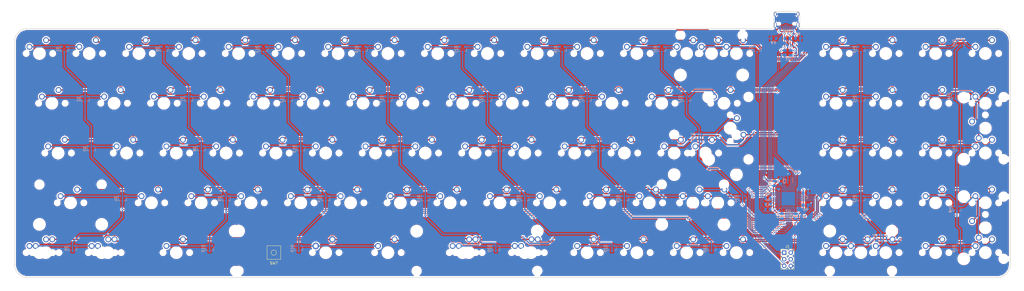
<source format=kicad_pcb>
(kicad_pcb (version 20171130) (host pcbnew "(5.1.10)-1")
  (layers (0 F.Cu signal) (31 B.Cu signal) (34 B.Paste user) (35 F.Paste user) (36 B.SilkS user) (37 F.SilkS user) (38 B.Mask user) (39 F.Mask user) (44 Edge.Cuts user))
  (net 0 "")
  (net 1 GND)
  (net 2 +5V)
  (net 3 "Net-(C5-Pad1)")
  (net 4 COL0)
  (net 5 "Net-(D1-Pad2)")
  (net 6 "Net-(D1-Pad1)")
  (net 7 "Net-(D2-Pad2)")
  (net 8 "Net-(D2-Pad1)")
  (net 9 "Net-(D3-Pad2)")
  (net 10 "Net-(D3-Pad1)")
  (net 11 "Net-(D4-Pad2)")
  (net 12 "Net-(D4-Pad1)")
  (net 13 "Net-(D5-Pad2)")
  (net 14 "Net-(D5-Pad1)")
  (net 15 COL1)
  (net 16 "Net-(D6-Pad2)")
  (net 17 "Net-(D6-Pad1)")
  (net 18 "Net-(D7-Pad2)")
  (net 19 "Net-(D7-Pad1)")
  (net 20 "Net-(D8-Pad2)")
  (net 21 "Net-(D8-Pad1)")
  (net 22 "Net-(D9-Pad2)")
  (net 23 "Net-(D9-Pad1)")
  (net 24 "Net-(D10-Pad2)")
  (net 25 "Net-(D10-Pad1)")
  (net 26 COL2)
  (net 27 "Net-(D11-Pad2)")
  (net 28 "Net-(D11-Pad1)")
  (net 29 "Net-(D12-Pad2)")
  (net 30 "Net-(D12-Pad1)")
  (net 31 "Net-(D13-Pad2)")
  (net 32 "Net-(D13-Pad1)")
  (net 33 "Net-(D14-Pad2)")
  (net 34 "Net-(D14-Pad1)")
  (net 35 "Net-(D15-Pad2)")
  (net 36 "Net-(D15-Pad1)")
  (net 37 COL3)
  (net 38 "Net-(D16-Pad2)")
  (net 39 "Net-(D16-Pad1)")
  (net 40 "Net-(D17-Pad2)")
  (net 41 "Net-(D17-Pad1)")
  (net 42 "Net-(D18-Pad2)")
  (net 43 "Net-(D18-Pad1)")
  (net 44 "Net-(D19-Pad2)")
  (net 45 "Net-(D19-Pad1)")
  (net 46 "Net-(D20-Pad2)")
  (net 47 "Net-(D20-Pad1)")
  (net 48 COL4)
  (net 49 "Net-(D21-Pad2)")
  (net 50 "Net-(D21-Pad1)")
  (net 51 "Net-(D22-Pad2)")
  (net 52 "Net-(D22-Pad1)")
  (net 53 "Net-(D23-Pad2)")
  (net 54 "Net-(D23-Pad1)")
  (net 55 "Net-(D24-Pad2)")
  (net 56 "Net-(D24-Pad1)")
  (net 57 "Net-(D25-Pad2)")
  (net 58 "Net-(D25-Pad1)")
  (net 59 COL5)
  (net 60 "Net-(D26-Pad2)")
  (net 61 "Net-(D26-Pad1)")
  (net 62 "Net-(D27-Pad2)")
  (net 63 "Net-(D27-Pad1)")
  (net 64 "Net-(D28-Pad2)")
  (net 65 "Net-(D28-Pad1)")
  (net 66 "Net-(D29-Pad2)")
  (net 67 "Net-(D29-Pad1)")
  (net 68 "Net-(D30-Pad2)")
  (net 69 "Net-(D30-Pad1)")
  (net 70 COL6)
  (net 71 "Net-(D31-Pad2)")
  (net 72 "Net-(D31-Pad1)")
  (net 73 "Net-(D32-Pad2)")
  (net 74 "Net-(D32-Pad1)")
  (net 75 "Net-(D33-Pad2)")
  (net 76 "Net-(D33-Pad1)")
  (net 77 "Net-(D34-Pad2)")
  (net 78 "Net-(D34-Pad1)")
  (net 79 COL7)
  (net 80 "Net-(D35-Pad2)")
  (net 81 "Net-(D35-Pad1)")
  (net 82 COL8)
  (net 83 "Net-(D40-Pad2)")
  (net 84 "Net-(D40-Pad1)")
  (net 85 "Net-(D41-Pad2)")
  (net 86 "Net-(D41-Pad1)")
  (net 87 "Net-(D42-Pad2)")
  (net 88 "Net-(D42-Pad1)")
  (net 89 "Net-(D43-Pad2)")
  (net 90 "Net-(D43-Pad1)")
  (net 91 "Net-(D44-Pad2)")
  (net 92 "Net-(D44-Pad1)")
  (net 93 COL9)
  (net 94 "Net-(D45-Pad2)")
  (net 95 "Net-(D45-Pad1)")
  (net 96 "Net-(D46-Pad2)")
  (net 97 "Net-(D46-Pad1)")
  (net 98 "Net-(D47-Pad2)")
  (net 99 "Net-(D47-Pad1)")
  (net 100 "Net-(D48-Pad2)")
  (net 101 "Net-(D48-Pad1)")
  (net 102 VCC)
  (net 103 "Net-(J1-Pad5)")
  (net 104 "Net-(R1-Pad2)")
  (net 105 "Net-(R2-Pad2)")
  (net 106 DB-)
  (net 107 DA-)
  (net 108 DB+)
  (net 109 DA+)
  (net 110 "Net-(R6-Pad1)")
  (net 111 ROW0)
  (net 112 ROW2)
  (net 113 ROW4)
  (net 114 ROW6)
  (net 115 ROW8)
  (net 116 ROW1)
  (net 117 ROW3)
  (net 118 ROW5)
  (net 119 ROW7)
  (net 120 "Net-(U2-Pad42)")
  (net 121 XTAL1)
  (net 122 XTAL2)
  (net 123 "Net-(USB1-Pad3)")
  (net 124 "Net-(USB1-Pad9)")
  (net 125 "Net-(D49-Pad2)")
  (net 126 "Net-(D49-Pad1)")
  (net 127 ROW9)
  (net 128 "Net-(U2-Pad29)")
  (net 129 "Net-(U2-Pad22)")
  (net 130 "Net-(U2-Pad32)")
  (net 131 "Net-(U2-Pad31)")
  (net 132 "Net-(U2-Pad12)")
  (module MX_Only:MXOnly-2U-ReversedStabilizers-NoLED (layer F.Cu) (at 352.425 114.3)
    (fp_text reference SW80)
    (fp_text value 2U0)
    (pad 2 thru_hole circle (at 2.54 -5.08) (size 2.25 2.25) (drill 1.47) (layers *.Cu B.Mask) (net 115 ROW8))
    (pad "" np_thru_hole circle (at 0 0) (size 3.9878 3.9878) (drill 3.9878) (layers *.Cu *.Mask))
    (pad 1 thru_hole circle (at -3.81 -2.54) (size 2.25 2.25) (drill 1.47) (layers *.Cu B.Mask) (net 92 "Net-(D44-Pad1)"))
    (pad "" np_thru_hole circle (at -5.08 0 48.0996) (size 1.75 1.75) (drill 1.75) (layers *.Cu *.Mask))
    (pad "" np_thru_hole circle (at 5.08 0 48.0996) (size 1.75 1.75) (drill 1.75) (layers *.Cu *.Mask))
    (pad "" np_thru_hole circle (at -11.90625 6.985) (size 3.048 3.048) (drill 3.048) (layers *.Cu *.Mask))
    (pad "" np_thru_hole circle (at 11.90625 6.985) (size 3.048 3.048) (drill 3.048) (layers *.Cu *.Mask))
    (pad "" np_thru_hole circle (at -11.90625 -8.255) (size 3.9878 3.9878) (drill 3.9878) (layers *.Cu *.Mask))
    (pad "" np_thru_hole circle (at 11.90625 -8.255) (size 3.9878 3.9878) (drill 3.9878) (layers *.Cu *.Mask))
  )
  (module MX_Only:MXOnly-2U-ReversedStabilizers-NoLED (layer F.Cu) (at 400.05 104.775 90)
    (fp_text reference SW96)
    (fp_text value ENTER)
    (pad 2 thru_hole circle (at 2.54 -5.08 90) (size 2.25 2.25) (drill 1.47) (layers *.Cu B.Mask) (net 119 ROW7))
    (pad "" np_thru_hole circle (at 0 0 90) (size 3.9878 3.9878) (drill 3.9878) (layers *.Cu *.Mask))
    (pad 1 thru_hole circle (at -3.81 -2.54 90) (size 2.25 2.25) (drill 1.47) (layers *.Cu B.Mask) (net 100 "Net-(D48-Pad2)"))
    (pad "" np_thru_hole circle (at -5.08 0 138.0996) (size 1.75 1.75) (drill 1.75) (layers *.Cu *.Mask))
    (pad "" np_thru_hole circle (at 5.08 0 138.0996) (size 1.75 1.75) (drill 1.75) (layers *.Cu *.Mask))
    (pad "" np_thru_hole circle (at -11.90625 6.985 90) (size 3.048 3.048) (drill 3.048) (layers *.Cu *.Mask))
    (pad "" np_thru_hole circle (at 11.90625 6.985 90) (size 3.048 3.048) (drill 3.048) (layers *.Cu *.Mask))
    (pad "" np_thru_hole circle (at -11.90625 -8.255 90) (size 3.9878 3.9878) (drill 3.9878) (layers *.Cu *.Mask))
    (pad "" np_thru_hole circle (at 11.90625 -8.255 90) (size 3.9878 3.9878) (drill 3.9878) (layers *.Cu *.Mask))
  )
  (module MX_Only:MXOnly-2U-ReversedStabilizers-NoLED (layer F.Cu) (at 400.05 66.675 90)
    (fp_text reference SW94)
    (fp_text value 2U+)
    (pad 2 thru_hole circle (at 2.54 -5.08 90) (size 2.25 2.25) (drill 1.47) (layers *.Cu B.Mask) (net 117 ROW3))
    (pad "" np_thru_hole circle (at 0 0 90) (size 3.9878 3.9878) (drill 3.9878) (layers *.Cu *.Mask))
    (pad 1 thru_hole circle (at -3.81 -2.54 90) (size 2.25 2.25) (drill 1.47) (layers *.Cu B.Mask) (net 96 "Net-(D46-Pad2)"))
    (pad "" np_thru_hole circle (at -5.08 0 138.0996) (size 1.75 1.75) (drill 1.75) (layers *.Cu *.Mask))
    (pad "" np_thru_hole circle (at 5.08 0 138.0996) (size 1.75 1.75) (drill 1.75) (layers *.Cu *.Mask))
    (pad "" np_thru_hole circle (at -11.90625 6.985 90) (size 3.048 3.048) (drill 3.048) (layers *.Cu *.Mask))
    (pad "" np_thru_hole circle (at 11.90625 6.985 90) (size 3.048 3.048) (drill 3.048) (layers *.Cu *.Mask))
    (pad "" np_thru_hole circle (at -11.90625 -8.255 90) (size 3.9878 3.9878) (drill 3.9878) (layers *.Cu *.Mask))
    (pad "" np_thru_hole circle (at 11.90625 -8.255 90) (size 3.9878 3.9878) (drill 3.9878) (layers *.Cu *.Mask))
  )
  (module random-keyboard-parts:SKQG-1155865 (layer F.Cu) (at 127.79375 114.3)
    (fp_text reference SW7 (at 0 4.064) (layer F.SilkS))
    (fp_text value SW_PUSH)
    (pad 4 smd rect (at -3.1 1.85) (size 1.8 1.1) (layers F.Cu F.Paste F.Mask))
    (pad 3 smd rect (at 3.1 -1.85) (size 1.8 1.1) (layers F.Cu F.Paste F.Mask))
    (pad 2 smd rect (at -3.1 -1.85) (size 1.8 1.1) (layers F.Cu F.Paste F.Mask) (net 103 "Net-(J1-Pad5)"))
    (pad 1 smd rect (at 3.1 1.85) (size 1.8 1.1) (layers F.Cu F.Paste F.Mask) (net 1 GND))
  )
  (module MX_Only:MXOnly-1.75U-NoLED (layer F.Cu) (at 297.65625 95.25)
    (fp_text reference SW70)
    (fp_text value SHIFT)
    (pad 2 thru_hole circle (at 2.54 -5.08) (size 2.25 2.25) (drill 1.47) (layers *.Cu B.Mask) (net 78 "Net-(D34-Pad1)"))
    (pad "" np_thru_hole circle (at 0 0) (size 3.9878 3.9878) (drill 3.9878) (layers *.Cu *.Mask))
    (pad 1 thru_hole circle (at -3.81 -2.54) (size 2.25 2.25) (drill 1.47) (layers *.Cu B.Mask) (net 114 ROW6))
    (pad "" np_thru_hole circle (at -5.08 0 48.0996) (size 1.75 1.75) (drill 1.75) (layers *.Cu *.Mask))
    (pad "" np_thru_hole circle (at 5.08 0 48.0996) (size 1.75 1.75) (drill 1.75) (layers *.Cu *.Mask))
  )
  (module MX_Only:MXOnly-1U-NoLED (layer F.Cu) (at 400.05 114.3)
    (fp_text reference SW28)
    (fp_text value ..)
    (pad 2 thru_hole circle (at 2.54 -5.08) (size 2.25 2.25) (drill 1.47) (layers *.Cu B.Mask) (net 127 ROW9))
    (pad "" np_thru_hole circle (at 0 0) (size 3.9878 3.9878) (drill 3.9878) (layers *.Cu *.Mask))
    (pad 1 thru_hole circle (at -3.81 -2.54) (size 2.25 2.25) (drill 1.47) (layers *.Cu B.Mask) (net 125 "Net-(D49-Pad2)"))
    (pad "" np_thru_hole circle (at -5.08 0 48.0996) (size 1.75 1.75) (drill 1.75) (layers *.Cu *.Mask))
    (pad "" np_thru_hole circle (at 5.08 0 48.0996) (size 1.75 1.75) (drill 1.75) (layers *.Cu *.Mask))
  )
  (module Package_TO_SOT_SMD:SOT-23 (layer B.Cu) (at 390.525 112.7125 270)
    (fp_text reference D49 (at 0 2.5 90) (layer B.SilkS) (effects (justify mirror)))
    (fp_text value BAV70)
    (pad 3 smd rect (at 1 0 270) (size 0.9 0.8) (layers B.Cu B.Paste B.Mask) (net 93 COL9))
    (pad 2 smd rect (at -1 -0.95 270) (size 0.9 0.8) (layers B.Cu B.Paste B.Mask) (net 125 "Net-(D49-Pad2)"))
    (pad 1 smd rect (at -1 0.95 270) (size 0.9 0.8) (layers B.Cu B.Paste B.Mask) (net 126 "Net-(D49-Pad1)"))
  )
  (module MX_Only:MXOnly-1U-NoLED (layer F.Cu) (at 342.9 114.3)
    (fp_text reference SW81)
    (fp_text value 0)
    (pad 2 thru_hole circle (at 2.54 -5.08) (size 2.25 2.25) (drill 1.47) (layers *.Cu B.Mask) (net 115 ROW8))
    (pad "" np_thru_hole circle (at 0 0) (size 3.9878 3.9878) (drill 3.9878) (layers *.Cu *.Mask))
    (pad 1 thru_hole circle (at -3.81 -2.54) (size 2.25 2.25) (drill 1.47) (layers *.Cu B.Mask) (net 92 "Net-(D44-Pad1)"))
    (pad "" np_thru_hole circle (at -5.08 0 48.0996) (size 1.75 1.75) (drill 1.75) (layers *.Cu *.Mask))
    (pad "" np_thru_hole circle (at 5.08 0 48.0996) (size 1.75 1.75) (drill 1.75) (layers *.Cu *.Mask))
  )
  (module 2moons:MX450R (layer B.Cu) (at 147.6375 114.3 180)
    (fp_text reference SW33)
    (fp_text value 4.5USPACE)
    (pad "" np_thru_hole circle (at -34.79292 8.22452 180) (size 3.9878 3.9878) (drill 3.9878) (layers *.Cu *.Mask))
    (pad "" np_thru_hole circle (at 34.64814 8.22452 180) (size 3.9878 3.9878) (drill 3.9878) (layers *.Cu *.Mask))
    (pad "" np_thru_hole circle (at 34.64814 -7.01548 180) (size 3.048 3.048) (drill 3.048) (layers *.Cu *.Mask))
    (pad "" np_thru_hole circle (at -34.79292 -7.01548 180) (size 3.048 3.048) (drill 3.048) (layers *.Cu *.Mask))
    (pad "" np_thru_hole circle (at -5.08 0 180) (size 1.7018 1.7018) (drill 1.7018) (layers *.Cu *.Mask))
    (pad "" np_thru_hole circle (at 5.08 0 180) (size 1.7018 1.7018) (drill 1.7018) (layers *.Cu *.Mask))
    (pad 1 thru_hole circle (at -2.54 5.08 180) (size 2.54 2.54) (drill 1.524) (layers *.Cu B.Mask) (net 127 ROW9))
    (pad 2 thru_hole circle (at 3.81 2.54 180) (size 2.54 2.54) (drill 1.524) (layers *.Cu B.Mask) (net 35 "Net-(D15-Pad2)"))
    (pad "" np_thru_hole circle (at 0 0 180) (size 3.9878 3.9878) (drill 3.9878) (layers *.Cu *.Mask))
  )
  (module MX_Only:MXOnly-7U-ReversedStabilizers-NoLED (layer F.Cu) (at 171.45 114.3)
    (fp_text reference SW27)
    (fp_text value 7USPACE)
    (pad 2 thru_hole circle (at 2.54 -5.08) (size 2.25 2.25) (drill 1.47) (layers *.Cu B.Mask) (net 127 ROW9))
    (pad "" np_thru_hole circle (at 0 0) (size 3.9878 3.9878) (drill 3.9878) (layers *.Cu *.Mask))
    (pad 1 thru_hole circle (at -3.81 -2.54) (size 2.25 2.25) (drill 1.47) (layers *.Cu B.Mask) (net 35 "Net-(D15-Pad2)"))
    (pad "" np_thru_hole circle (at -5.08 0 48.0996) (size 1.75 1.75) (drill 1.75) (layers *.Cu *.Mask))
    (pad "" np_thru_hole circle (at 5.08 0 48.0996) (size 1.75 1.75) (drill 1.75) (layers *.Cu *.Mask))
    (pad "" np_thru_hole circle (at -57.15 6.985) (size 3.048 3.048) (drill 3.048) (layers *.Cu *.Mask))
    (pad "" np_thru_hole circle (at 57.15 6.985) (size 3.048 3.048) (drill 3.048) (layers *.Cu *.Mask))
    (pad "" np_thru_hole circle (at -57.15 -8.255) (size 3.9878 3.9878) (drill 3.9878) (layers *.Cu *.Mask))
    (pad "" np_thru_hole circle (at 57.15 -8.255) (size 3.9878 3.9878) (drill 3.9878) (layers *.Cu *.Mask))
  )
  (module MX_Only:MXOnly-1.5U-NoLED (layer F.Cu) (at 61.9125 114.3)
    (fp_text reference SW13)
    (fp_text value OPT)
    (pad 2 thru_hole circle (at 2.54 -5.08) (size 2.25 2.25) (drill 1.47) (layers *.Cu B.Mask) (net 127 ROW9))
    (pad "" np_thru_hole circle (at 0 0) (size 3.9878 3.9878) (drill 3.9878) (layers *.Cu *.Mask))
    (pad 1 thru_hole circle (at -3.81 -2.54) (size 2.25 2.25) (drill 1.47) (layers *.Cu B.Mask) (net 13 "Net-(D5-Pad2)"))
    (pad "" np_thru_hole circle (at -5.08 0 48.0996) (size 1.75 1.75) (drill 1.75) (layers *.Cu *.Mask))
    (pad "" np_thru_hole circle (at 5.08 0 48.0996) (size 1.75 1.75) (drill 1.75) (layers *.Cu *.Mask))
  )
  (module MX_Only:MXOnly-1U-NoLED (layer F.Cu) (at 400.05 95.25)
    (fp_text reference SW99)
    (fp_text value ENTER)
    (pad 2 thru_hole circle (at 2.54 -5.08) (size 2.25 2.25) (drill 1.47) (layers *.Cu B.Mask) (net 119 ROW7))
    (pad "" np_thru_hole circle (at 0 0) (size 3.9878 3.9878) (drill 3.9878) (layers *.Cu *.Mask))
    (pad 1 thru_hole circle (at -3.81 -2.54) (size 2.25 2.25) (drill 1.47) (layers *.Cu B.Mask) (net 100 "Net-(D48-Pad2)"))
    (pad "" np_thru_hole circle (at -5.08 0 48.0996) (size 1.75 1.75) (drill 1.75) (layers *.Cu *.Mask))
    (pad "" np_thru_hole circle (at 5.08 0 48.0996) (size 1.75 1.75) (drill 1.75) (layers *.Cu *.Mask))
  )
  (module MX_Only:MXOnly-2.25U-NoLED (layer F.Cu) (at 292.89375 76.2)
    (fp_text reference SW98)
    (fp_text value ENTER)
    (pad 2 thru_hole circle (at 2.54 -5.08) (size 2.25 2.25) (drill 1.47) (layers *.Cu B.Mask) (net 118 ROW5))
    (pad "" np_thru_hole circle (at 0 0) (size 3.9878 3.9878) (drill 3.9878) (layers *.Cu *.Mask))
    (pad 1 thru_hole circle (at -3.81 -2.54) (size 2.25 2.25) (drill 1.47) (layers *.Cu B.Mask) (net 75 "Net-(D33-Pad2)"))
    (pad "" np_thru_hole circle (at -5.08 0 48.0996) (size 1.75 1.75) (drill 1.75) (layers *.Cu *.Mask))
    (pad "" np_thru_hole circle (at 5.08 0 48.0996) (size 1.75 1.75) (drill 1.75) (layers *.Cu *.Mask))
    (pad "" np_thru_hole circle (at -11.90625 -6.985) (size 3.048 3.048) (drill 3.048) (layers *.Cu *.Mask))
    (pad "" np_thru_hole circle (at 11.90625 -6.985) (size 3.048 3.048) (drill 3.048) (layers *.Cu *.Mask))
    (pad "" np_thru_hole circle (at -11.90625 8.255) (size 3.9878 3.9878) (drill 3.9878) (layers *.Cu *.Mask))
    (pad "" np_thru_hole circle (at 11.90625 8.255) (size 3.9878 3.9878) (drill 3.9878) (layers *.Cu *.Mask))
  )
  (module MX_Only:MXOnly-ISO-ROTATED-ReversedStabilizers-NoLED (layer F.Cu) (at 302.41875 66.675)
    (fp_text reference SW69)
    (fp_text value ENTER)
    (pad "" np_thru_hole circle (at -8.255 -11.938) (size 3.9878 3.9878) (drill 3.9878) (layers *.Cu *.Mask))
    (pad "" np_thru_hole circle (at -8.255 11.938) (size 3.9878 3.9878) (drill 3.9878) (layers *.Cu *.Mask))
    (pad "" np_thru_hole circle (at 6.985 -11.938) (size 3.048 3.048) (drill 3.048) (layers *.Cu *.Mask))
    (pad "" np_thru_hole circle (at 6.985 11.938) (size 3.048 3.048) (drill 3.048) (layers *.Cu *.Mask))
    (pad "" np_thru_hole circle (at 0 5.08 48.0996) (size 1.75 1.75) (drill 1.75) (layers *.Cu *.Mask))
    (pad "" np_thru_hole circle (at 0 -5.08 48.0996) (size 1.75 1.75) (drill 1.75) (layers *.Cu *.Mask))
    (pad 1 thru_hole circle (at 2.54 -3.81) (size 2.25 2.25) (drill 1.47) (layers *.Cu B.Mask) (net 75 "Net-(D33-Pad2)"))
    (pad "" np_thru_hole circle (at 0 0) (size 3.9878 3.9878) (drill 3.9878) (layers *.Cu *.Mask))
    (pad 2 thru_hole circle (at 5.08 2.54) (size 2.25 2.25) (drill 1.47) (layers *.Cu B.Mask) (net 118 ROW5))
  )
  (module MX_Only:MXOnly-1.5U-NoLED (layer F.Cu) (at 300.0375 57.15)
    (fp_text reference SW73)
    (fp_text value /)
    (pad 2 thru_hole circle (at 2.54 -5.08) (size 2.25 2.25) (drill 1.47) (layers *.Cu B.Mask) (net 117 ROW3))
    (pad "" np_thru_hole circle (at 0 0) (size 3.9878 3.9878) (drill 3.9878) (layers *.Cu *.Mask))
    (pad 1 thru_hole circle (at -3.81 -2.54) (size 2.25 2.25) (drill 1.47) (layers *.Cu B.Mask) (net 73 "Net-(D32-Pad2)"))
    (pad "" np_thru_hole circle (at -5.08 0 48.0996) (size 1.75 1.75) (drill 1.75) (layers *.Cu *.Mask))
    (pad "" np_thru_hole circle (at 5.08 0 48.0996) (size 1.75 1.75) (drill 1.75) (layers *.Cu *.Mask))
  )
  (module MX_Only:MXOnly-2U-NoLED (layer F.Cu) (at 295.275 38.1)
    (fp_text reference SW74)
    (fp_text value BKSP)
    (pad 2 thru_hole circle (at 2.54 -5.08) (size 2.25 2.25) (drill 1.47) (layers *.Cu B.Mask) (net 111 ROW0))
    (pad "" np_thru_hole circle (at 0 0) (size 3.9878 3.9878) (drill 3.9878) (layers *.Cu *.Mask))
    (pad 1 thru_hole circle (at -3.81 -2.54) (size 2.25 2.25) (drill 1.47) (layers *.Cu B.Mask) (net 81 "Net-(D35-Pad1)"))
    (pad "" np_thru_hole circle (at -5.08 0 48.0996) (size 1.75 1.75) (drill 1.75) (layers *.Cu *.Mask))
    (pad "" np_thru_hole circle (at 5.08 0 48.0996) (size 1.75 1.75) (drill 1.75) (layers *.Cu *.Mask))
    (pad "" np_thru_hole circle (at -11.90625 -6.985) (size 3.048 3.048) (drill 3.048) (layers *.Cu *.Mask))
    (pad "" np_thru_hole circle (at 11.90625 -6.985) (size 3.048 3.048) (drill 3.048) (layers *.Cu *.Mask))
    (pad "" np_thru_hole circle (at -11.90625 8.255) (size 3.9878 3.9878) (drill 3.9878) (layers *.Cu *.Mask))
    (pad "" np_thru_hole circle (at 11.90625 8.255) (size 3.9878 3.9878) (drill 3.9878) (layers *.Cu *.Mask))
  )
  (module MX_Only:MXOnly-1U-NoLED (layer F.Cu) (at 242.8875 76.2)
    (fp_text reference SW97)
    (fp_text value ;)
    (pad 2 thru_hole circle (at 2.54 -5.08) (size 2.25 2.25) (drill 1.47) (layers *.Cu B.Mask) (net 113 ROW4))
    (pad "" np_thru_hole circle (at 0 0) (size 3.9878 3.9878) (drill 3.9878) (layers *.Cu *.Mask))
    (pad 1 thru_hole circle (at -3.81 -2.54) (size 2.25 2.25) (drill 1.47) (layers *.Cu B.Mask) (net 65 "Net-(D28-Pad1)"))
    (pad "" np_thru_hole circle (at -5.08 0 48.0996) (size 1.75 1.75) (drill 1.75) (layers *.Cu *.Mask))
    (pad "" np_thru_hole circle (at 5.08 0 48.0996) (size 1.75 1.75) (drill 1.75) (layers *.Cu *.Mask))
  )
  (module proj_local:Resonator_SMD_muRata_CSTxExxV-3Pin_3.0x1.1mm_HandSoldering_Compact (layer B.Cu) (at 324.5104 86.6648 180)
    (fp_text reference Y1 hide)
    (fp_text value Resonator_Small hide)
    (pad 1 smd roundrect (at -1.2 0 180) (size 0.4 2.8) (layers B.Cu B.Paste B.Mask) (net 121 XTAL1))
    (pad 2 smd roundrect (at 0 0 180) (size 0.4 2.8) (layers B.Cu B.Paste B.Mask) (net 1 GND))
    (pad 3 smd roundrect (at 1.2 0 180) (size 0.4 2.8) (layers B.Cu B.Paste B.Mask) (net 122 XTAL2))
  )
  (module Keebio-Parts:HRO-TYPE-C-31-M-12-Assembly (layer B.Cu) (at 324.0024 20.4724)
    (fp_text reference USB1 (at 0 9.25) (layer B.SilkS) (effects (font (size 0.8 0.8)) (justify mirror)))
    (fp_text value HRO-TYPE-C-31-M-12)
    (pad 12 smd rect (at 3.225 7.695) (size 0.6 1.45) (layers B.Cu B.Paste B.Mask) (net 1 GND))
    (pad 1 smd rect (at -3.225 7.695) (size 0.6 1.45) (layers B.Cu B.Paste B.Mask) (net 1 GND))
    (pad 11 smd rect (at 2.45 7.695) (size 0.6 1.45) (layers B.Cu B.Paste B.Mask) (net 102 VCC))
    (pad 2 smd rect (at -2.45 7.695) (size 0.6 1.45) (layers B.Cu B.Paste B.Mask) (net 102 VCC))
    (pad 3 smd rect (at -1.75 7.695) (size 0.3 1.45) (layers B.Cu B.Paste B.Mask) (net 123 "Net-(USB1-Pad3)"))
    (pad 10 smd rect (at 1.75 7.695) (size 0.3 1.45) (layers B.Cu B.Paste B.Mask) (net 105 "Net-(R2-Pad2)"))
    (pad 4 smd rect (at -1.25 7.695) (size 0.3 1.45) (layers B.Cu B.Paste B.Mask) (net 104 "Net-(R1-Pad2)"))
    (pad 9 smd rect (at 1.25 7.695) (size 0.3 1.45) (layers B.Cu B.Paste B.Mask) (net 124 "Net-(USB1-Pad9)"))
    (pad 5 smd rect (at -0.75 7.695) (size 0.3 1.45) (layers B.Cu B.Paste B.Mask) (net 106 DB-))
    (pad 8 smd rect (at 0.75 7.695) (size 0.3 1.45) (layers B.Cu B.Paste B.Mask) (net 108 DB+))
    (pad 7 smd rect (at 0.25 7.695) (size 0.3 1.45) (layers B.Cu B.Paste B.Mask) (net 106 DB-))
    (pad 6 smd rect (at -0.25 7.695) (size 0.3 1.45) (layers B.Cu B.Paste B.Mask) (net 108 DB+))
    (pad "" np_thru_hole circle (at 2.89 6.25) (size 0.65 0.65) (drill 0.65) (layers *.Cu *.Mask))
    (pad "" np_thru_hole circle (at -2.89 6.25) (size 0.65 0.65) (drill 0.65) (layers *.Cu *.Mask))
    (pad 13 thru_hole oval (at -4.32 6.78) (size 1 2.1) (drill oval 0.6 1.7) (layers *.Cu *.Mask) (net 1 GND))
    (pad 13 thru_hole oval (at 4.32 6.78) (size 1 2.1) (drill oval 0.6 1.7) (layers *.Cu *.Mask) (net 1 GND))
    (pad 13 thru_hole oval (at -4.32 2.6) (size 1 1.6) (drill oval 0.6 1.2) (layers *.Cu *.Mask) (net 1 GND))
    (pad 13 thru_hole oval (at 4.32 2.6) (size 1 1.6) (drill oval 0.6 1.2) (layers *.Cu *.Mask) (net 1 GND))
  )
  (module Package_DFN_QFN:QFN-44-1EP_7x7mm_P0.5mm_EP5.2x5.2mm (layer B.Cu) (at 324.64375 93.6625)
    (fp_text reference U2 (at 0 4.82) (layer B.SilkS) (effects (justify mirror)))
    (fp_text value ATmega32U4-MU)
    (pad 45 smd rect (at 0 0) (size 5.2 5.2) (layers B.Cu B.Mask) (net 1 GND))
    (pad 44 smd roundrect (at -2.5 3.3375) (size 0.25 1.075) (layers B.Cu B.Paste B.Mask) (net 2 +5V))
    (pad 43 smd roundrect (at -2 3.3375) (size 0.25 1.075) (layers B.Cu B.Paste B.Mask) (net 1 GND))
    (pad 42 smd roundrect (at -1.5 3.3375) (size 0.25 1.075) (layers B.Cu B.Paste B.Mask) (net 120 "Net-(U2-Pad42)"))
    (pad 41 smd roundrect (at -1 3.3375) (size 0.25 1.075) (layers B.Cu B.Paste B.Mask) (net 4 COL0))
    (pad 40 smd roundrect (at -0.5 3.3375) (size 0.25 1.075) (layers B.Cu B.Paste B.Mask) (net 15 COL1))
    (pad 39 smd roundrect (at 0 3.3375) (size 0.25 1.075) (layers B.Cu B.Paste B.Mask) (net 26 COL2))
    (pad 38 smd roundrect (at 0.5 3.3375) (size 0.25 1.075) (layers B.Cu B.Paste B.Mask) (net 37 COL3))
    (pad 37 smd roundrect (at 1 3.3375) (size 0.25 1.075) (layers B.Cu B.Paste B.Mask) (net 48 COL4))
    (pad 36 smd roundrect (at 1.5 3.3375) (size 0.25 1.075) (layers B.Cu B.Paste B.Mask) (net 59 COL5))
    (pad 35 smd roundrect (at 2 3.3375) (size 0.25 1.075) (layers B.Cu B.Paste B.Mask) (net 1 GND))
    (pad 34 smd roundrect (at 2.5 3.3375) (size 0.25 1.075) (layers B.Cu B.Paste B.Mask) (net 2 +5V))
    (pad 33 smd roundrect (at 3.3375 2.5) (size 1.075 0.25) (layers B.Cu B.Paste B.Mask) (net 110 "Net-(R6-Pad1)"))
    (pad 32 smd roundrect (at 3.3375 2) (size 1.075 0.25) (layers B.Cu B.Paste B.Mask) (net 130 "Net-(U2-Pad32)"))
    (pad 31 smd roundrect (at 3.3375 1.5) (size 1.075 0.25) (layers B.Cu B.Paste B.Mask) (net 131 "Net-(U2-Pad31)"))
    (pad 30 smd roundrect (at 3.3375 1) (size 1.075 0.25) (layers B.Cu B.Paste B.Mask) (net 70 COL6))
    (pad 29 smd roundrect (at 3.3375 0.5) (size 1.075 0.25) (layers B.Cu B.Paste B.Mask) (net 128 "Net-(U2-Pad29)"))
    (pad 28 smd roundrect (at 3.3375 0) (size 1.075 0.25) (layers B.Cu B.Paste B.Mask) (net 115 ROW8))
    (pad 27 smd roundrect (at 3.3375 -0.5) (size 1.075 0.25) (layers B.Cu B.Paste B.Mask) (net 127 ROW9))
    (pad 26 smd roundrect (at 3.3375 -1) (size 1.075 0.25) (layers B.Cu B.Paste B.Mask) (net 82 COL8))
    (pad 25 smd roundrect (at 3.3375 -1.5) (size 1.075 0.25) (layers B.Cu B.Paste B.Mask) (net 93 COL9))
    (pad 24 smd roundrect (at 3.3375 -2) (size 1.075 0.25) (layers B.Cu B.Paste B.Mask) (net 2 +5V))
    (pad 23 smd roundrect (at 3.3375 -2.5) (size 1.075 0.25) (layers B.Cu B.Paste B.Mask) (net 1 GND))
    (pad 22 smd roundrect (at 2.5 -3.3375) (size 0.25 1.075) (layers B.Cu B.Paste B.Mask) (net 129 "Net-(U2-Pad22)"))
    (pad 21 smd roundrect (at 2 -3.3375) (size 0.25 1.075) (layers B.Cu B.Paste B.Mask) (net 119 ROW7))
    (pad 20 smd roundrect (at 1.5 -3.3375) (size 0.25 1.075) (layers B.Cu B.Paste B.Mask) (net 114 ROW6))
    (pad 19 smd roundrect (at 1 -3.3375) (size 0.25 1.075) (layers B.Cu B.Paste B.Mask) (net 118 ROW5))
    (pad 18 smd roundrect (at 0.5 -3.3375) (size 0.25 1.075) (layers B.Cu B.Paste B.Mask) (net 113 ROW4))
    (pad 17 smd roundrect (at 0 -3.3375) (size 0.25 1.075) (layers B.Cu B.Paste B.Mask) (net 121 XTAL1))
    (pad 16 smd roundrect (at -0.5 -3.3375) (size 0.25 1.075) (layers B.Cu B.Paste B.Mask) (net 122 XTAL2))
    (pad 15 smd roundrect (at -1 -3.3375) (size 0.25 1.075) (layers B.Cu B.Paste B.Mask) (net 1 GND))
    (pad 14 smd roundrect (at -1.5 -3.3375) (size 0.25 1.075) (layers B.Cu B.Paste B.Mask) (net 2 +5V))
    (pad 13 smd roundrect (at -2 -3.3375) (size 0.25 1.075) (layers B.Cu B.Paste B.Mask) (net 103 "Net-(J1-Pad5)"))
    (pad 12 smd roundrect (at -2.5 -3.3375) (size 0.25 1.075) (layers B.Cu B.Paste B.Mask) (net 132 "Net-(U2-Pad12)"))
    (pad 11 smd roundrect (at -3.3375 -2.5) (size 1.075 0.25) (layers B.Cu B.Paste B.Mask) (net 117 ROW3))
    (pad 10 smd roundrect (at -3.3375 -2) (size 1.075 0.25) (layers B.Cu B.Paste B.Mask) (net 112 ROW2))
    (pad 9 smd roundrect (at -3.3375 -1.5) (size 1.075 0.25) (layers B.Cu B.Paste B.Mask) (net 116 ROW1))
    (pad 8 smd roundrect (at -3.3375 -1) (size 1.075 0.25) (layers B.Cu B.Paste B.Mask) (net 111 ROW0))
    (pad 7 smd roundrect (at -3.3375 -0.5) (size 1.075 0.25) (layers B.Cu B.Paste B.Mask) (net 2 +5V))
    (pad 6 smd roundrect (at -3.3375 0) (size 1.075 0.25) (layers B.Cu B.Paste B.Mask) (net 3 "Net-(C5-Pad1)"))
    (pad 5 smd roundrect (at -3.3375 0.5) (size 1.075 0.25) (layers B.Cu B.Paste B.Mask) (net 1 GND))
    (pad 4 smd roundrect (at -3.3375 1) (size 1.075 0.25) (layers B.Cu B.Paste B.Mask) (net 109 DA+))
    (pad 3 smd roundrect (at -3.3375 1.5) (size 1.075 0.25) (layers B.Cu B.Paste B.Mask) (net 107 DA-))
    (pad 2 smd roundrect (at -3.3375 2) (size 1.075 0.25) (layers B.Cu B.Paste B.Mask) (net 2 +5V))
    (pad 1 smd roundrect (at -3.3375 2.5) (size 1.075 0.25) (layers B.Cu B.Paste B.Mask) (net 79 COL7))
  )
  (module Package_TO_SOT_SMD:SOT-143 (layer B.Cu) (at 324.4088 37.8968)
    (fp_text reference U1 (at 0.02 2.38) (layer B.SilkS) (effects (justify mirror)))
    (fp_text value PRTR5V0U2X)
    (pad 4 smd rect (at 1.1 0.95 90) (size 1 1.4) (layers B.Cu B.Paste B.Mask) (net 102 VCC))
    (pad 3 smd rect (at 1.1 -0.95 90) (size 1 1.4) (layers B.Cu B.Paste B.Mask) (net 108 DB+))
    (pad 2 smd rect (at -1.1 -0.95 90) (size 1 1.4) (layers B.Cu B.Paste B.Mask) (net 106 DB-))
    (pad 1 smd rect (at -1.1 0.77 90) (size 1.2 1.4) (layers B.Cu B.Paste B.Mask) (net 1 GND))
  )
  (module MX_Only:MXOnly-1U-NoLED (layer F.Cu) (at 400.05 76.2)
    (fp_text reference SW95)
    (fp_text value +)
    (pad 2 thru_hole circle (at 2.54 -5.08) (size 2.25 2.25) (drill 1.47) (layers *.Cu B.Mask) (net 118 ROW5))
    (pad "" np_thru_hole circle (at 0 0) (size 3.9878 3.9878) (drill 3.9878) (layers *.Cu *.Mask))
    (pad 1 thru_hole circle (at -3.81 -2.54) (size 2.25 2.25) (drill 1.47) (layers *.Cu B.Mask) (net 98 "Net-(D47-Pad2)"))
    (pad "" np_thru_hole circle (at -5.08 0 48.0996) (size 1.75 1.75) (drill 1.75) (layers *.Cu *.Mask))
    (pad "" np_thru_hole circle (at 5.08 0 48.0996) (size 1.75 1.75) (drill 1.75) (layers *.Cu *.Mask))
  )
  (module MX_Only:MXOnly-1U-NoLED (layer F.Cu) (at 400.05 57.15)
    (fp_text reference SW93)
    (fp_text value -)
    (pad 2 thru_hole circle (at 2.54 -5.08) (size 2.25 2.25) (drill 1.47) (layers *.Cu B.Mask) (net 117 ROW3))
    (pad "" np_thru_hole circle (at 0 0) (size 3.9878 3.9878) (drill 3.9878) (layers *.Cu *.Mask))
    (pad 1 thru_hole circle (at -3.81 -2.54) (size 2.25 2.25) (drill 1.47) (layers *.Cu B.Mask) (net 96 "Net-(D46-Pad2)"))
    (pad "" np_thru_hole circle (at -5.08 0 48.0996) (size 1.75 1.75) (drill 1.75) (layers *.Cu *.Mask))
    (pad "" np_thru_hole circle (at 5.08 0 48.0996) (size 1.75 1.75) (drill 1.75) (layers *.Cu *.Mask))
  )
  (module MX_Only:MXOnly-1U-NoLED (layer F.Cu) (at 400.05 38.1)
    (fp_text reference SW92)
    (fp_text value *)
    (pad 2 thru_hole circle (at 2.54 -5.08) (size 2.25 2.25) (drill 1.47) (layers *.Cu B.Mask) (net 116 ROW1))
    (pad "" np_thru_hole circle (at 0 0) (size 3.9878 3.9878) (drill 3.9878) (layers *.Cu *.Mask))
    (pad 1 thru_hole circle (at -3.81 -2.54) (size 2.25 2.25) (drill 1.47) (layers *.Cu B.Mask) (net 94 "Net-(D45-Pad2)"))
    (pad "" np_thru_hole circle (at -5.08 0 48.0996) (size 1.75 1.75) (drill 1.75) (layers *.Cu *.Mask))
    (pad "" np_thru_hole circle (at 5.08 0 48.0996) (size 1.75 1.75) (drill 1.75) (layers *.Cu *.Mask))
  )
  (module MX_Only:MXOnly-1U-NoLED (layer F.Cu) (at 381 114.3)
    (fp_text reference SW91)
    (fp_text value .)
    (pad 2 thru_hole circle (at 2.54 -5.08) (size 2.25 2.25) (drill 1.47) (layers *.Cu B.Mask) (net 115 ROW8))
    (pad "" np_thru_hole circle (at 0 0) (size 3.9878 3.9878) (drill 3.9878) (layers *.Cu *.Mask))
    (pad 1 thru_hole circle (at -3.81 -2.54) (size 2.25 2.25) (drill 1.47) (layers *.Cu B.Mask) (net 126 "Net-(D49-Pad1)"))
    (pad "" np_thru_hole circle (at -5.08 0 48.0996) (size 1.75 1.75) (drill 1.75) (layers *.Cu *.Mask))
    (pad "" np_thru_hole circle (at 5.08 0 48.0996) (size 1.75 1.75) (drill 1.75) (layers *.Cu *.Mask))
  )
  (module MX_Only:MXOnly-1U-NoLED (layer F.Cu) (at 381 95.25)
    (fp_text reference SW90)
    (fp_text value 3)
    (pad 2 thru_hole circle (at 2.54 -5.08) (size 2.25 2.25) (drill 1.47) (layers *.Cu B.Mask) (net 114 ROW6))
    (pad "" np_thru_hole circle (at 0 0) (size 3.9878 3.9878) (drill 3.9878) (layers *.Cu *.Mask))
    (pad 1 thru_hole circle (at -3.81 -2.54) (size 2.25 2.25) (drill 1.47) (layers *.Cu B.Mask) (net 101 "Net-(D48-Pad1)"))
    (pad "" np_thru_hole circle (at -5.08 0 48.0996) (size 1.75 1.75) (drill 1.75) (layers *.Cu *.Mask))
    (pad "" np_thru_hole circle (at 5.08 0 48.0996) (size 1.75 1.75) (drill 1.75) (layers *.Cu *.Mask))
  )
  (module MX_Only:MXOnly-1U-NoLED (layer F.Cu) (at 381 76.2)
    (fp_text reference SW89)
    (fp_text value 6)
    (pad 2 thru_hole circle (at 2.54 -5.08) (size 2.25 2.25) (drill 1.47) (layers *.Cu B.Mask) (net 113 ROW4))
    (pad "" np_thru_hole circle (at 0 0) (size 3.9878 3.9878) (drill 3.9878) (layers *.Cu *.Mask))
    (pad 1 thru_hole circle (at -3.81 -2.54) (size 2.25 2.25) (drill 1.47) (layers *.Cu B.Mask) (net 99 "Net-(D47-Pad1)"))
    (pad "" np_thru_hole circle (at -5.08 0 48.0996) (size 1.75 1.75) (drill 1.75) (layers *.Cu *.Mask))
    (pad "" np_thru_hole circle (at 5.08 0 48.0996) (size 1.75 1.75) (drill 1.75) (layers *.Cu *.Mask))
  )
  (module MX_Only:MXOnly-1U-NoLED (layer F.Cu) (at 381 57.15)
    (fp_text reference SW88)
    (fp_text value 9)
    (pad 2 thru_hole circle (at 2.54 -5.08) (size 2.25 2.25) (drill 1.47) (layers *.Cu B.Mask) (net 112 ROW2))
    (pad "" np_thru_hole circle (at 0 0) (size 3.9878 3.9878) (drill 3.9878) (layers *.Cu *.Mask))
    (pad 1 thru_hole circle (at -3.81 -2.54) (size 2.25 2.25) (drill 1.47) (layers *.Cu B.Mask) (net 97 "Net-(D46-Pad1)"))
    (pad "" np_thru_hole circle (at -5.08 0 48.0996) (size 1.75 1.75) (drill 1.75) (layers *.Cu *.Mask))
    (pad "" np_thru_hole circle (at 5.08 0 48.0996) (size 1.75 1.75) (drill 1.75) (layers *.Cu *.Mask))
  )
  (module MX_Only:MXOnly-1U-NoLED (layer F.Cu) (at 381 38.1)
    (fp_text reference SW87)
    (fp_text value /)
    (pad 2 thru_hole circle (at 2.54 -5.08) (size 2.25 2.25) (drill 1.47) (layers *.Cu B.Mask) (net 111 ROW0))
    (pad "" np_thru_hole circle (at 0 0) (size 3.9878 3.9878) (drill 3.9878) (layers *.Cu *.Mask))
    (pad 1 thru_hole circle (at -3.81 -2.54) (size 2.25 2.25) (drill 1.47) (layers *.Cu B.Mask) (net 95 "Net-(D45-Pad1)"))
    (pad "" np_thru_hole circle (at -5.08 0 48.0996) (size 1.75 1.75) (drill 1.75) (layers *.Cu *.Mask))
    (pad "" np_thru_hole circle (at 5.08 0 48.0996) (size 1.75 1.75) (drill 1.75) (layers *.Cu *.Mask))
  )
  (module MX_Only:MXOnly-1U-NoLED (layer F.Cu) (at 361.95 114.3)
    (fp_text reference SW86)
    (fp_text value 00)
    (pad 2 thru_hole circle (at 2.54 -5.08) (size 2.25 2.25) (drill 1.47) (layers *.Cu B.Mask) (net 127 ROW9))
    (pad "" np_thru_hole circle (at 0 0) (size 3.9878 3.9878) (drill 3.9878) (layers *.Cu *.Mask))
    (pad 1 thru_hole circle (at -3.81 -2.54) (size 2.25 2.25) (drill 1.47) (layers *.Cu B.Mask) (net 91 "Net-(D44-Pad2)"))
    (pad "" np_thru_hole circle (at -5.08 0 48.0996) (size 1.75 1.75) (drill 1.75) (layers *.Cu *.Mask))
    (pad "" np_thru_hole circle (at 5.08 0 48.0996) (size 1.75 1.75) (drill 1.75) (layers *.Cu *.Mask))
  )
  (module MX_Only:MXOnly-1U-NoLED (layer F.Cu) (at 361.95 95.25)
    (fp_text reference SW85)
    (fp_text value 2)
    (pad 2 thru_hole circle (at 2.54 -5.08) (size 2.25 2.25) (drill 1.47) (layers *.Cu B.Mask) (net 119 ROW7))
    (pad "" np_thru_hole circle (at 0 0) (size 3.9878 3.9878) (drill 3.9878) (layers *.Cu *.Mask))
    (pad 1 thru_hole circle (at -3.81 -2.54) (size 2.25 2.25) (drill 1.47) (layers *.Cu B.Mask) (net 89 "Net-(D43-Pad2)"))
    (pad "" np_thru_hole circle (at -5.08 0 48.0996) (size 1.75 1.75) (drill 1.75) (layers *.Cu *.Mask))
    (pad "" np_thru_hole circle (at 5.08 0 48.0996) (size 1.75 1.75) (drill 1.75) (layers *.Cu *.Mask))
  )
  (module MX_Only:MXOnly-1U-NoLED (layer F.Cu) (at 361.95 76.2)
    (fp_text reference SW84)
    (fp_text value 5)
    (pad 2 thru_hole circle (at 2.54 -5.08) (size 2.25 2.25) (drill 1.47) (layers *.Cu B.Mask) (net 118 ROW5))
    (pad "" np_thru_hole circle (at 0 0) (size 3.9878 3.9878) (drill 3.9878) (layers *.Cu *.Mask))
    (pad 1 thru_hole circle (at -3.81 -2.54) (size 2.25 2.25) (drill 1.47) (layers *.Cu B.Mask) (net 87 "Net-(D42-Pad2)"))
    (pad "" np_thru_hole circle (at -5.08 0 48.0996) (size 1.75 1.75) (drill 1.75) (layers *.Cu *.Mask))
    (pad "" np_thru_hole circle (at 5.08 0 48.0996) (size 1.75 1.75) (drill 1.75) (layers *.Cu *.Mask))
  )
  (module MX_Only:MXOnly-1U-NoLED (layer F.Cu) (at 361.95 57.15)
    (fp_text reference SW83)
    (fp_text value 8)
    (pad 2 thru_hole circle (at 2.54 -5.08) (size 2.25 2.25) (drill 1.47) (layers *.Cu B.Mask) (net 117 ROW3))
    (pad "" np_thru_hole circle (at 0 0) (size 3.9878 3.9878) (drill 3.9878) (layers *.Cu *.Mask))
    (pad 1 thru_hole circle (at -3.81 -2.54) (size 2.25 2.25) (drill 1.47) (layers *.Cu B.Mask) (net 85 "Net-(D41-Pad2)"))
    (pad "" np_thru_hole circle (at -5.08 0 48.0996) (size 1.75 1.75) (drill 1.75) (layers *.Cu *.Mask))
    (pad "" np_thru_hole circle (at 5.08 0 48.0996) (size 1.75 1.75) (drill 1.75) (layers *.Cu *.Mask))
  )
  (module MX_Only:MXOnly-1U-NoLED (layer F.Cu) (at 361.95 38.1)
    (fp_text reference SW82)
    (fp_text value =)
    (pad 2 thru_hole circle (at 2.54 -5.08) (size 2.25 2.25) (drill 1.47) (layers *.Cu B.Mask) (net 116 ROW1))
    (pad "" np_thru_hole circle (at 0 0) (size 3.9878 3.9878) (drill 3.9878) (layers *.Cu *.Mask))
    (pad 1 thru_hole circle (at -3.81 -2.54) (size 2.25 2.25) (drill 1.47) (layers *.Cu B.Mask) (net 83 "Net-(D40-Pad2)"))
    (pad "" np_thru_hole circle (at -5.08 0 48.0996) (size 1.75 1.75) (drill 1.75) (layers *.Cu *.Mask))
    (pad "" np_thru_hole circle (at 5.08 0 48.0996) (size 1.75 1.75) (drill 1.75) (layers *.Cu *.Mask))
  )
  (module MX_Only:MXOnly-1U-NoLED (layer F.Cu) (at 342.9 95.25)
    (fp_text reference SW79)
    (fp_text value 1)
    (pad 2 thru_hole circle (at 2.54 -5.08) (size 2.25 2.25) (drill 1.47) (layers *.Cu B.Mask) (net 114 ROW6))
    (pad "" np_thru_hole circle (at 0 0) (size 3.9878 3.9878) (drill 3.9878) (layers *.Cu *.Mask))
    (pad 1 thru_hole circle (at -3.81 -2.54) (size 2.25 2.25) (drill 1.47) (layers *.Cu B.Mask) (net 90 "Net-(D43-Pad1)"))
    (pad "" np_thru_hole circle (at -5.08 0 48.0996) (size 1.75 1.75) (drill 1.75) (layers *.Cu *.Mask))
    (pad "" np_thru_hole circle (at 5.08 0 48.0996) (size 1.75 1.75) (drill 1.75) (layers *.Cu *.Mask))
  )
  (module MX_Only:MXOnly-1U-NoLED (layer F.Cu) (at 342.9 76.2)
    (fp_text reference SW78)
    (fp_text value 4)
    (pad 2 thru_hole circle (at 2.54 -5.08) (size 2.25 2.25) (drill 1.47) (layers *.Cu B.Mask) (net 113 ROW4))
    (pad "" np_thru_hole circle (at 0 0) (size 3.9878 3.9878) (drill 3.9878) (layers *.Cu *.Mask))
    (pad 1 thru_hole circle (at -3.81 -2.54) (size 2.25 2.25) (drill 1.47) (layers *.Cu B.Mask) (net 88 "Net-(D42-Pad1)"))
    (pad "" np_thru_hole circle (at -5.08 0 48.0996) (size 1.75 1.75) (drill 1.75) (layers *.Cu *.Mask))
    (pad "" np_thru_hole circle (at 5.08 0 48.0996) (size 1.75 1.75) (drill 1.75) (layers *.Cu *.Mask))
  )
  (module MX_Only:MXOnly-1U-NoLED (layer F.Cu) (at 342.9 57.15)
    (fp_text reference SW77)
    (fp_text value 7)
    (pad 2 thru_hole circle (at 2.54 -5.08) (size 2.25 2.25) (drill 1.47) (layers *.Cu B.Mask) (net 112 ROW2))
    (pad "" np_thru_hole circle (at 0 0) (size 3.9878 3.9878) (drill 3.9878) (layers *.Cu *.Mask))
    (pad 1 thru_hole circle (at -3.81 -2.54) (size 2.25 2.25) (drill 1.47) (layers *.Cu B.Mask) (net 86 "Net-(D41-Pad1)"))
    (pad "" np_thru_hole circle (at -5.08 0 48.0996) (size 1.75 1.75) (drill 1.75) (layers *.Cu *.Mask))
    (pad "" np_thru_hole circle (at 5.08 0 48.0996) (size 1.75 1.75) (drill 1.75) (layers *.Cu *.Mask))
  )
  (module MX_Only:MXOnly-1U-NoLED (layer F.Cu) (at 342.9 38.1)
    (fp_text reference SW76)
    (fp_text value CLEAR)
    (pad 2 thru_hole circle (at 2.54 -5.08) (size 2.25 2.25) (drill 1.47) (layers *.Cu B.Mask) (net 111 ROW0))
    (pad "" np_thru_hole circle (at 0 0) (size 3.9878 3.9878) (drill 3.9878) (layers *.Cu *.Mask))
    (pad 1 thru_hole circle (at -3.81 -2.54) (size 2.25 2.25) (drill 1.47) (layers *.Cu B.Mask) (net 84 "Net-(D40-Pad1)"))
    (pad "" np_thru_hole circle (at -5.08 0 48.0996) (size 1.75 1.75) (drill 1.75) (layers *.Cu *.Mask))
    (pad "" np_thru_hole circle (at 5.08 0 48.0996) (size 1.75 1.75) (drill 1.75) (layers *.Cu *.Mask))
  )
  (module MX_Only:MXOnly-1U-NoLED (layer F.Cu) (at 304.8 38.1)
    (fp_text reference SW75)
    (fp_text value BKSP)
    (pad 2 thru_hole circle (at 2.54 -5.08) (size 2.25 2.25) (drill 1.47) (layers *.Cu B.Mask) (net 111 ROW0))
    (pad "" np_thru_hole circle (at 0 0) (size 3.9878 3.9878) (drill 3.9878) (layers *.Cu *.Mask))
    (pad 1 thru_hole circle (at -3.81 -2.54) (size 2.25 2.25) (drill 1.47) (layers *.Cu B.Mask) (net 81 "Net-(D35-Pad1)"))
    (pad "" np_thru_hole circle (at -5.08 0 48.0996) (size 1.75 1.75) (drill 1.75) (layers *.Cu *.Mask))
    (pad "" np_thru_hole circle (at 5.08 0 48.0996) (size 1.75 1.75) (drill 1.75) (layers *.Cu *.Mask))
  )
  (module MX_Only:MXOnly-1U-NoLED (layer F.Cu) (at 285.75 38.1)
    (fp_text reference SW72)
    (fp_text value YEN)
    (pad 2 thru_hole circle (at 2.54 -5.08) (size 2.25 2.25) (drill 1.47) (layers *.Cu B.Mask) (net 116 ROW1))
    (pad "" np_thru_hole circle (at 0 0) (size 3.9878 3.9878) (drill 3.9878) (layers *.Cu *.Mask))
    (pad 1 thru_hole circle (at -3.81 -2.54) (size 2.25 2.25) (drill 1.47) (layers *.Cu B.Mask) (net 71 "Net-(D31-Pad2)"))
    (pad "" np_thru_hole circle (at -5.08 0 48.0996) (size 1.75 1.75) (drill 1.75) (layers *.Cu *.Mask))
    (pad "" np_thru_hole circle (at 5.08 0 48.0996) (size 1.75 1.75) (drill 1.75) (layers *.Cu *.Mask))
  )
  (module MX_Only:MXOnly-2.75U-NoLED (layer F.Cu) (at 288.13125 95.25)
    (fp_text reference SW71)
    (fp_text value 2.75USHIFT)
    (pad 2 thru_hole circle (at 2.54 -5.08) (size 2.25 2.25) (drill 1.47) (layers *.Cu B.Mask) (net 78 "Net-(D34-Pad1)"))
    (pad "" np_thru_hole circle (at 0 0) (size 3.9878 3.9878) (drill 3.9878) (layers *.Cu *.Mask))
    (pad 1 thru_hole circle (at -3.81 -2.54) (size 2.25 2.25) (drill 1.47) (layers *.Cu B.Mask) (net 114 ROW6))
    (pad "" np_thru_hole circle (at -5.08 0 48.0996) (size 1.75 1.75) (drill 1.75) (layers *.Cu *.Mask))
    (pad "" np_thru_hole circle (at 5.08 0 48.0996) (size 1.75 1.75) (drill 1.75) (layers *.Cu *.Mask))
    (pad "" np_thru_hole circle (at -11.90625 -6.985) (size 3.048 3.048) (drill 3.048) (layers *.Cu *.Mask))
    (pad "" np_thru_hole circle (at 11.90625 -6.985) (size 3.048 3.048) (drill 3.048) (layers *.Cu *.Mask))
    (pad "" np_thru_hole circle (at -11.90625 8.255) (size 3.9878 3.9878) (drill 3.9878) (layers *.Cu *.Mask))
    (pad "" np_thru_hole circle (at 11.90625 8.255) (size 3.9878 3.9878) (drill 3.9878) (layers *.Cu *.Mask))
  )
  (module MX_Only:MXOnly-1U-NoLED (layer F.Cu) (at 276.225 57.15)
    (fp_text reference SW68)
    (fp_text value [)
    (pad 2 thru_hole circle (at 2.54 -5.08) (size 2.25 2.25) (drill 1.47) (layers *.Cu B.Mask) (net 112 ROW2))
    (pad "" np_thru_hole circle (at 0 0) (size 3.9878 3.9878) (drill 3.9878) (layers *.Cu *.Mask))
    (pad 1 thru_hole circle (at -3.81 -2.54) (size 2.25 2.25) (drill 1.47) (layers *.Cu B.Mask) (net 74 "Net-(D32-Pad1)"))
    (pad "" np_thru_hole circle (at -5.08 0 48.0996) (size 1.75 1.75) (drill 1.75) (layers *.Cu *.Mask))
    (pad "" np_thru_hole circle (at 5.08 0 48.0996) (size 1.75 1.75) (drill 1.75) (layers *.Cu *.Mask))
  )
  (module MX_Only:MXOnly-1U-NoLED (layer F.Cu) (at 266.7 38.1)
    (fp_text reference SW67)
    (fp_text value ^)
    (pad 2 thru_hole circle (at 2.54 -5.08) (size 2.25 2.25) (drill 1.47) (layers *.Cu B.Mask) (net 111 ROW0))
    (pad "" np_thru_hole circle (at 0 0) (size 3.9878 3.9878) (drill 3.9878) (layers *.Cu *.Mask))
    (pad 1 thru_hole circle (at -3.81 -2.54) (size 2.25 2.25) (drill 1.47) (layers *.Cu B.Mask) (net 72 "Net-(D31-Pad1)"))
    (pad "" np_thru_hole circle (at -5.08 0 48.0996) (size 1.75 1.75) (drill 1.75) (layers *.Cu *.Mask))
    (pad "" np_thru_hole circle (at 5.08 0 48.0996) (size 1.75 1.75) (drill 1.75) (layers *.Cu *.Mask))
  )
  (module MX_Only:MXOnly-1U-NoLED (layer F.Cu) (at 304.8 114.3)
    (fp_text reference SW66)
    (fp_text value UP)
    (pad 2 thru_hole circle (at 2.54 -5.08) (size 2.25 2.25) (drill 1.47) (layers *.Cu B.Mask) (net 127 ROW9))
    (pad "" np_thru_hole circle (at 0 0) (size 3.9878 3.9878) (drill 3.9878) (layers *.Cu *.Mask))
    (pad 1 thru_hole circle (at -3.81 -2.54) (size 2.25 2.25) (drill 1.47) (layers *.Cu B.Mask) (net 68 "Net-(D30-Pad2)"))
    (pad "" np_thru_hole circle (at -5.08 0 48.0996) (size 1.75 1.75) (drill 1.75) (layers *.Cu *.Mask))
    (pad "" np_thru_hole circle (at 5.08 0 48.0996) (size 1.75 1.75) (drill 1.75) (layers *.Cu *.Mask))
  )
  (module MX_Only:MXOnly-1U-NoLED (layer F.Cu) (at 271.4625 95.25)
    (fp_text reference SW65)
    (fp_text value -)
    (pad 2 thru_hole circle (at 2.54 -5.08) (size 2.25 2.25) (drill 1.47) (layers *.Cu B.Mask) (net 119 ROW7))
    (pad "" np_thru_hole circle (at 0 0) (size 3.9878 3.9878) (drill 3.9878) (layers *.Cu *.Mask))
    (pad 1 thru_hole circle (at -3.81 -2.54) (size 2.25 2.25) (drill 1.47) (layers *.Cu B.Mask) (net 66 "Net-(D29-Pad2)"))
    (pad "" np_thru_hole circle (at -5.08 0 48.0996) (size 1.75 1.75) (drill 1.75) (layers *.Cu *.Mask))
    (pad "" np_thru_hole circle (at 5.08 0 48.0996) (size 1.75 1.75) (drill 1.75) (layers *.Cu *.Mask))
  )
  (module MX_Only:MXOnly-1U-NoLED (layer F.Cu) (at 280.9875 76.2)
    (fp_text reference SW64)
    (fp_text value ])
    (pad 2 thru_hole circle (at 2.54 -5.08) (size 2.25 2.25) (drill 1.47) (layers *.Cu B.Mask) (net 113 ROW4))
    (pad "" np_thru_hole circle (at 0 0) (size 3.9878 3.9878) (drill 3.9878) (layers *.Cu *.Mask))
    (pad 1 thru_hole circle (at -3.81 -2.54) (size 2.25 2.25) (drill 1.47) (layers *.Cu B.Mask) (net 76 "Net-(D33-Pad1)"))
    (pad "" np_thru_hole circle (at -5.08 0 48.0996) (size 1.75 1.75) (drill 1.75) (layers *.Cu *.Mask))
    (pad "" np_thru_hole circle (at 5.08 0 48.0996) (size 1.75 1.75) (drill 1.75) (layers *.Cu *.Mask))
  )
  (module MX_Only:MXOnly-1U-NoLED (layer F.Cu) (at 257.175 57.15)
    (fp_text reference SW63)
    (fp_text value @)
    (pad 2 thru_hole circle (at 2.54 -5.08) (size 2.25 2.25) (drill 1.47) (layers *.Cu B.Mask) (net 117 ROW3))
    (pad "" np_thru_hole circle (at 0 0) (size 3.9878 3.9878) (drill 3.9878) (layers *.Cu *.Mask))
    (pad 1 thru_hole circle (at -3.81 -2.54) (size 2.25 2.25) (drill 1.47) (layers *.Cu B.Mask) (net 62 "Net-(D27-Pad2)"))
    (pad "" np_thru_hole circle (at -5.08 0 48.0996) (size 1.75 1.75) (drill 1.75) (layers *.Cu *.Mask))
    (pad "" np_thru_hole circle (at 5.08 0 48.0996) (size 1.75 1.75) (drill 1.75) (layers *.Cu *.Mask))
  )
  (module MX_Only:MXOnly-1U-NoLED (layer F.Cu) (at 247.65 38.1)
    (fp_text reference SW62)
    (fp_text value -)
    (pad 2 thru_hole circle (at 2.54 -5.08) (size 2.25 2.25) (drill 1.47) (layers *.Cu B.Mask) (net 116 ROW1))
    (pad "" np_thru_hole circle (at 0 0) (size 3.9878 3.9878) (drill 3.9878) (layers *.Cu *.Mask))
    (pad 1 thru_hole circle (at -3.81 -2.54) (size 2.25 2.25) (drill 1.47) (layers *.Cu B.Mask) (net 60 "Net-(D26-Pad2)"))
    (pad "" np_thru_hole circle (at -5.08 0 48.0996) (size 1.75 1.75) (drill 1.75) (layers *.Cu *.Mask))
    (pad "" np_thru_hole circle (at 5.08 0 48.0996) (size 1.75 1.75) (drill 1.75) (layers *.Cu *.Mask))
  )
  (module MX_Only:MXOnly-1U-NoLED (layer F.Cu) (at 285.75 114.3)
    (fp_text reference SW61)
    (fp_text value DOWN)
    (pad 2 thru_hole circle (at 2.54 -5.08) (size 2.25 2.25) (drill 1.47) (layers *.Cu B.Mask) (net 115 ROW8))
    (pad "" np_thru_hole circle (at 0 0) (size 3.9878 3.9878) (drill 3.9878) (layers *.Cu *.Mask))
    (pad 1 thru_hole circle (at -3.81 -2.54) (size 2.25 2.25) (drill 1.47) (layers *.Cu B.Mask) (net 69 "Net-(D30-Pad1)"))
    (pad "" np_thru_hole circle (at -5.08 0 48.0996) (size 1.75 1.75) (drill 1.75) (layers *.Cu *.Mask))
    (pad "" np_thru_hole circle (at 5.08 0 48.0996) (size 1.75 1.75) (drill 1.75) (layers *.Cu *.Mask))
  )
  (module MX_Only:MXOnly-1U-NoLED (layer F.Cu) (at 252.4125 95.25)
    (fp_text reference SW60)
    (fp_text value /)
    (pad 2 thru_hole circle (at 2.54 -5.08) (size 2.25 2.25) (drill 1.47) (layers *.Cu B.Mask) (net 114 ROW6))
    (pad "" np_thru_hole circle (at 0 0) (size 3.9878 3.9878) (drill 3.9878) (layers *.Cu *.Mask))
    (pad 1 thru_hole circle (at -3.81 -2.54) (size 2.25 2.25) (drill 1.47) (layers *.Cu B.Mask) (net 67 "Net-(D29-Pad1)"))
    (pad "" np_thru_hole circle (at -5.08 0 48.0996) (size 1.75 1.75) (drill 1.75) (layers *.Cu *.Mask))
    (pad "" np_thru_hole circle (at 5.08 0 48.0996) (size 1.75 1.75) (drill 1.75) (layers *.Cu *.Mask))
  )
  (module MX_Only:MXOnly-1U-NoLED (layer F.Cu) (at 261.9375 76.2)
    (fp_text reference SW59)
    (fp_text value :)
    (pad 2 thru_hole circle (at 2.54 -5.08) (size 2.25 2.25) (drill 1.47) (layers *.Cu B.Mask) (net 118 ROW5))
    (pad "" np_thru_hole circle (at 0 0) (size 3.9878 3.9878) (drill 3.9878) (layers *.Cu *.Mask))
    (pad 1 thru_hole circle (at -3.81 -2.54) (size 2.25 2.25) (drill 1.47) (layers *.Cu B.Mask) (net 64 "Net-(D28-Pad2)"))
    (pad "" np_thru_hole circle (at -5.08 0 48.0996) (size 1.75 1.75) (drill 1.75) (layers *.Cu *.Mask))
    (pad "" np_thru_hole circle (at 5.08 0 48.0996) (size 1.75 1.75) (drill 1.75) (layers *.Cu *.Mask))
  )
  (module MX_Only:MXOnly-1U-NoLED (layer F.Cu) (at 238.125 57.15)
    (fp_text reference SW58)
    (fp_text value P)
    (pad 2 thru_hole circle (at 2.54 -5.08) (size 2.25 2.25) (drill 1.47) (layers *.Cu B.Mask) (net 112 ROW2))
    (pad "" np_thru_hole circle (at 0 0) (size 3.9878 3.9878) (drill 3.9878) (layers *.Cu *.Mask))
    (pad 1 thru_hole circle (at -3.81 -2.54) (size 2.25 2.25) (drill 1.47) (layers *.Cu B.Mask) (net 63 "Net-(D27-Pad1)"))
    (pad "" np_thru_hole circle (at -5.08 0 48.0996) (size 1.75 1.75) (drill 1.75) (layers *.Cu *.Mask))
    (pad "" np_thru_hole circle (at 5.08 0 48.0996) (size 1.75 1.75) (drill 1.75) (layers *.Cu *.Mask))
  )
  (module MX_Only:MXOnly-1U-NoLED (layer F.Cu) (at 228.6 38.1)
    (fp_text reference SW57)
    (fp_text value 0)
    (pad 2 thru_hole circle (at 2.54 -5.08) (size 2.25 2.25) (drill 1.47) (layers *.Cu B.Mask) (net 111 ROW0))
    (pad "" np_thru_hole circle (at 0 0) (size 3.9878 3.9878) (drill 3.9878) (layers *.Cu *.Mask))
    (pad 1 thru_hole circle (at -3.81 -2.54) (size 2.25 2.25) (drill 1.47) (layers *.Cu B.Mask) (net 61 "Net-(D26-Pad1)"))
    (pad "" np_thru_hole circle (at -5.08 0 48.0996) (size 1.75 1.75) (drill 1.75) (layers *.Cu *.Mask))
    (pad "" np_thru_hole circle (at 5.08 0 48.0996) (size 1.75 1.75) (drill 1.75) (layers *.Cu *.Mask))
  )
  (module MX_Only:MXOnly-1U-NoLED (layer F.Cu) (at 266.7 114.3)
    (fp_text reference SW56)
    (fp_text value RIGHT)
    (pad 2 thru_hole circle (at 2.54 -5.08) (size 2.25 2.25) (drill 1.47) (layers *.Cu B.Mask) (net 127 ROW9))
    (pad "" np_thru_hole circle (at 0 0) (size 3.9878 3.9878) (drill 3.9878) (layers *.Cu *.Mask))
    (pad 1 thru_hole circle (at -3.81 -2.54) (size 2.25 2.25) (drill 1.47) (layers *.Cu B.Mask) (net 57 "Net-(D25-Pad2)"))
    (pad "" np_thru_hole circle (at -5.08 0 48.0996) (size 1.75 1.75) (drill 1.75) (layers *.Cu *.Mask))
    (pad "" np_thru_hole circle (at 5.08 0 48.0996) (size 1.75 1.75) (drill 1.75) (layers *.Cu *.Mask))
  )
  (module MX_Only:MXOnly-1U-NoLED (layer F.Cu) (at 233.3625 95.25)
    (fp_text reference SW55)
    (fp_text value >)
    (pad 2 thru_hole circle (at 2.54 -5.08) (size 2.25 2.25) (drill 1.47) (layers *.Cu B.Mask) (net 119 ROW7))
    (pad "" np_thru_hole circle (at 0 0) (size 3.9878 3.9878) (drill 3.9878) (layers *.Cu *.Mask))
    (pad 1 thru_hole circle (at -3.81 -2.54) (size 2.25 2.25) (drill 1.47) (layers *.Cu B.Mask) (net 55 "Net-(D24-Pad2)"))
    (pad "" np_thru_hole circle (at -5.08 0 48.0996) (size 1.75 1.75) (drill 1.75) (layers *.Cu *.Mask))
    (pad "" np_thru_hole circle (at 5.08 0 48.0996) (size 1.75 1.75) (drill 1.75) (layers *.Cu *.Mask))
  )
  (module MX_Only:MXOnly-1U-NoLED (layer F.Cu) (at 223.8375 76.2)
    (fp_text reference SW54)
    (fp_text value L)
    (pad 2 thru_hole circle (at 2.54 -5.08) (size 2.25 2.25) (drill 1.47) (layers *.Cu B.Mask) (net 118 ROW5))
    (pad "" np_thru_hole circle (at 0 0) (size 3.9878 3.9878) (drill 3.9878) (layers *.Cu *.Mask))
    (pad 1 thru_hole circle (at -3.81 -2.54) (size 2.25 2.25) (drill 1.47) (layers *.Cu B.Mask) (net 53 "Net-(D23-Pad2)"))
    (pad "" np_thru_hole circle (at -5.08 0 48.0996) (size 1.75 1.75) (drill 1.75) (layers *.Cu *.Mask))
    (pad "" np_thru_hole circle (at 5.08 0 48.0996) (size 1.75 1.75) (drill 1.75) (layers *.Cu *.Mask))
  )
  (module MX_Only:MXOnly-1U-NoLED (layer F.Cu) (at 219.075 57.15)
    (fp_text reference SW53)
    (fp_text value O)
    (pad 2 thru_hole circle (at 2.54 -5.08) (size 2.25 2.25) (drill 1.47) (layers *.Cu B.Mask) (net 117 ROW3))
    (pad "" np_thru_hole circle (at 0 0) (size 3.9878 3.9878) (drill 3.9878) (layers *.Cu *.Mask))
    (pad 1 thru_hole circle (at -3.81 -2.54) (size 2.25 2.25) (drill 1.47) (layers *.Cu B.Mask) (net 51 "Net-(D22-Pad2)"))
    (pad "" np_thru_hole circle (at -5.08 0 48.0996) (size 1.75 1.75) (drill 1.75) (layers *.Cu *.Mask))
    (pad "" np_thru_hole circle (at 5.08 0 48.0996) (size 1.75 1.75) (drill 1.75) (layers *.Cu *.Mask))
  )
  (module MX_Only:MXOnly-1U-NoLED (layer F.Cu) (at 209.55 38.1)
    (fp_text reference SW52)
    (fp_text value 9)
    (pad 2 thru_hole circle (at 2.54 -5.08) (size 2.25 2.25) (drill 1.47) (layers *.Cu B.Mask) (net 116 ROW1))
    (pad "" np_thru_hole circle (at 0 0) (size 3.9878 3.9878) (drill 3.9878) (layers *.Cu *.Mask))
    (pad 1 thru_hole circle (at -3.81 -2.54) (size 2.25 2.25) (drill 1.47) (layers *.Cu B.Mask) (net 49 "Net-(D21-Pad2)"))
    (pad "" np_thru_hole circle (at -5.08 0 48.0996) (size 1.75 1.75) (drill 1.75) (layers *.Cu *.Mask))
    (pad "" np_thru_hole circle (at 5.08 0 48.0996) (size 1.75 1.75) (drill 1.75) (layers *.Cu *.Mask))
  )
  (module MX_Only:MXOnly-1U-NoLED (layer F.Cu) (at 247.65 114.3)
    (fp_text reference SW51)
    (fp_text value LEFT)
    (pad 2 thru_hole circle (at 2.54 -5.08) (size 2.25 2.25) (drill 1.47) (layers *.Cu B.Mask) (net 115 ROW8))
    (pad "" np_thru_hole circle (at 0 0) (size 3.9878 3.9878) (drill 3.9878) (layers *.Cu *.Mask))
    (pad 1 thru_hole circle (at -3.81 -2.54) (size 2.25 2.25) (drill 1.47) (layers *.Cu B.Mask) (net 58 "Net-(D25-Pad1)"))
    (pad "" np_thru_hole circle (at -5.08 0 48.0996) (size 1.75 1.75) (drill 1.75) (layers *.Cu *.Mask))
    (pad "" np_thru_hole circle (at 5.08 0 48.0996) (size 1.75 1.75) (drill 1.75) (layers *.Cu *.Mask))
  )
  (module MX_Only:MXOnly-1U-NoLED (layer F.Cu) (at 214.3125 95.25)
    (fp_text reference SW50)
    (fp_text value <)
    (pad 2 thru_hole circle (at 2.54 -5.08) (size 2.25 2.25) (drill 1.47) (layers *.Cu B.Mask) (net 114 ROW6))
    (pad "" np_thru_hole circle (at 0 0) (size 3.9878 3.9878) (drill 3.9878) (layers *.Cu *.Mask))
    (pad 1 thru_hole circle (at -3.81 -2.54) (size 2.25 2.25) (drill 1.47) (layers *.Cu B.Mask) (net 56 "Net-(D24-Pad1)"))
    (pad "" np_thru_hole circle (at -5.08 0 48.0996) (size 1.75 1.75) (drill 1.75) (layers *.Cu *.Mask))
    (pad "" np_thru_hole circle (at 5.08 0 48.0996) (size 1.75 1.75) (drill 1.75) (layers *.Cu *.Mask))
  )
  (module MX_Only:MXOnly-1U-NoLED (layer F.Cu) (at 204.7875 76.2)
    (fp_text reference SW49)
    (fp_text value K)
    (pad 2 thru_hole circle (at 2.54 -5.08) (size 2.25 2.25) (drill 1.47) (layers *.Cu B.Mask) (net 113 ROW4))
    (pad "" np_thru_hole circle (at 0 0) (size 3.9878 3.9878) (drill 3.9878) (layers *.Cu *.Mask))
    (pad 1 thru_hole circle (at -3.81 -2.54) (size 2.25 2.25) (drill 1.47) (layers *.Cu B.Mask) (net 54 "Net-(D23-Pad1)"))
    (pad "" np_thru_hole circle (at -5.08 0 48.0996) (size 1.75 1.75) (drill 1.75) (layers *.Cu *.Mask))
    (pad "" np_thru_hole circle (at 5.08 0 48.0996) (size 1.75 1.75) (drill 1.75) (layers *.Cu *.Mask))
  )
  (module MX_Only:MXOnly-1U-NoLED (layer F.Cu) (at 200.025 57.15)
    (fp_text reference SW48)
    (fp_text value I)
    (pad 2 thru_hole circle (at 2.54 -5.08) (size 2.25 2.25) (drill 1.47) (layers *.Cu B.Mask) (net 112 ROW2))
    (pad "" np_thru_hole circle (at 0 0) (size 3.9878 3.9878) (drill 3.9878) (layers *.Cu *.Mask))
    (pad 1 thru_hole circle (at -3.81 -2.54) (size 2.25 2.25) (drill 1.47) (layers *.Cu B.Mask) (net 52 "Net-(D22-Pad1)"))
    (pad "" np_thru_hole circle (at -5.08 0 48.0996) (size 1.75 1.75) (drill 1.75) (layers *.Cu *.Mask))
    (pad "" np_thru_hole circle (at 5.08 0 48.0996) (size 1.75 1.75) (drill 1.75) (layers *.Cu *.Mask))
  )
  (module MX_Only:MXOnly-1U-NoLED (layer F.Cu) (at 190.5 38.1)
    (fp_text reference SW47)
    (fp_text value 8)
    (pad 2 thru_hole circle (at 2.54 -5.08) (size 2.25 2.25) (drill 1.47) (layers *.Cu B.Mask) (net 111 ROW0))
    (pad "" np_thru_hole circle (at 0 0) (size 3.9878 3.9878) (drill 3.9878) (layers *.Cu *.Mask))
    (pad 1 thru_hole circle (at -3.81 -2.54) (size 2.25 2.25) (drill 1.47) (layers *.Cu B.Mask) (net 50 "Net-(D21-Pad1)"))
    (pad "" np_thru_hole circle (at -5.08 0 48.0996) (size 1.75 1.75) (drill 1.75) (layers *.Cu *.Mask))
    (pad "" np_thru_hole circle (at 5.08 0 48.0996) (size 1.75 1.75) (drill 1.75) (layers *.Cu *.Mask))
  )
  (module MX_Only:MXOnly-1.25U-NoLED (layer F.Cu) (at 226.21875 114.3)
    (fp_text reference SW46)
    (fp_text value 1.25UWIN)
    (pad 2 thru_hole circle (at 2.54 -5.08) (size 2.25 2.25) (drill 1.47) (layers *.Cu B.Mask) (net 127 ROW9))
    (pad "" np_thru_hole circle (at 0 0) (size 3.9878 3.9878) (drill 3.9878) (layers *.Cu *.Mask))
    (pad 1 thru_hole circle (at -3.81 -2.54) (size 2.25 2.25) (drill 1.47) (layers *.Cu B.Mask) (net 46 "Net-(D20-Pad2)"))
    (pad "" np_thru_hole circle (at -5.08 0 48.0996) (size 1.75 1.75) (drill 1.75) (layers *.Cu *.Mask))
    (pad "" np_thru_hole circle (at 5.08 0 48.0996) (size 1.75 1.75) (drill 1.75) (layers *.Cu *.Mask))
  )
  (module MX_Only:MXOnly-1.5U-NoLED (layer F.Cu) (at 223.8375 114.3)
    (fp_text reference SW45)
    (fp_text value 1.5UWIN)
    (pad 2 thru_hole circle (at 2.54 -5.08) (size 2.25 2.25) (drill 1.47) (layers *.Cu B.Mask) (net 127 ROW9))
    (pad "" np_thru_hole circle (at 0 0) (size 3.9878 3.9878) (drill 3.9878) (layers *.Cu *.Mask))
    (pad 1 thru_hole circle (at -3.81 -2.54) (size 2.25 2.25) (drill 1.47) (layers *.Cu B.Mask) (net 46 "Net-(D20-Pad2)"))
    (pad "" np_thru_hole circle (at -5.08 0 48.0996) (size 1.75 1.75) (drill 1.75) (layers *.Cu *.Mask))
    (pad "" np_thru_hole circle (at 5.08 0 48.0996) (size 1.75 1.75) (drill 1.75) (layers *.Cu *.Mask))
  )
  (module MX_Only:MXOnly-1U-NoLED (layer F.Cu) (at 195.2625 95.25)
    (fp_text reference SW44)
    (fp_text value M)
    (pad 2 thru_hole circle (at 2.54 -5.08) (size 2.25 2.25) (drill 1.47) (layers *.Cu B.Mask) (net 119 ROW7))
    (pad "" np_thru_hole circle (at 0 0) (size 3.9878 3.9878) (drill 3.9878) (layers *.Cu *.Mask))
    (pad 1 thru_hole circle (at -3.81 -2.54) (size 2.25 2.25) (drill 1.47) (layers *.Cu B.Mask) (net 44 "Net-(D19-Pad2)"))
    (pad "" np_thru_hole circle (at -5.08 0 48.0996) (size 1.75 1.75) (drill 1.75) (layers *.Cu *.Mask))
    (pad "" np_thru_hole circle (at 5.08 0 48.0996) (size 1.75 1.75) (drill 1.75) (layers *.Cu *.Mask))
  )
  (module MX_Only:MXOnly-1U-NoLED (layer F.Cu) (at 185.7375 76.2)
    (fp_text reference SW43)
    (fp_text value J)
    (pad 2 thru_hole circle (at 2.54 -5.08) (size 2.25 2.25) (drill 1.47) (layers *.Cu B.Mask) (net 118 ROW5))
    (pad "" np_thru_hole circle (at 0 0) (size 3.9878 3.9878) (drill 3.9878) (layers *.Cu *.Mask))
    (pad 1 thru_hole circle (at -3.81 -2.54) (size 2.25 2.25) (drill 1.47) (layers *.Cu B.Mask) (net 42 "Net-(D18-Pad2)"))
    (pad "" np_thru_hole circle (at -5.08 0 48.0996) (size 1.75 1.75) (drill 1.75) (layers *.Cu *.Mask))
    (pad "" np_thru_hole circle (at 5.08 0 48.0996) (size 1.75 1.75) (drill 1.75) (layers *.Cu *.Mask))
  )
  (module MX_Only:MXOnly-1U-NoLED (layer F.Cu) (at 180.975 57.15)
    (fp_text reference SW42)
    (fp_text value U)
    (pad 2 thru_hole circle (at 2.54 -5.08) (size 2.25 2.25) (drill 1.47) (layers *.Cu B.Mask) (net 117 ROW3))
    (pad "" np_thru_hole circle (at 0 0) (size 3.9878 3.9878) (drill 3.9878) (layers *.Cu *.Mask))
    (pad 1 thru_hole circle (at -3.81 -2.54) (size 2.25 2.25) (drill 1.47) (layers *.Cu B.Mask) (net 40 "Net-(D17-Pad2)"))
    (pad "" np_thru_hole circle (at -5.08 0 48.0996) (size 1.75 1.75) (drill 1.75) (layers *.Cu *.Mask))
    (pad "" np_thru_hole circle (at 5.08 0 48.0996) (size 1.75 1.75) (drill 1.75) (layers *.Cu *.Mask))
  )
  (module MX_Only:MXOnly-1U-NoLED (layer F.Cu) (at 171.45 38.1)
    (fp_text reference SW41)
    (fp_text value 7)
    (pad 2 thru_hole circle (at 2.54 -5.08) (size 2.25 2.25) (drill 1.47) (layers *.Cu B.Mask) (net 116 ROW1))
    (pad "" np_thru_hole circle (at 0 0) (size 3.9878 3.9878) (drill 3.9878) (layers *.Cu *.Mask))
    (pad 1 thru_hole circle (at -3.81 -2.54) (size 2.25 2.25) (drill 1.47) (layers *.Cu B.Mask) (net 38 "Net-(D16-Pad2)"))
    (pad "" np_thru_hole circle (at -5.08 0 48.0996) (size 1.75 1.75) (drill 1.75) (layers *.Cu *.Mask))
    (pad "" np_thru_hole circle (at 5.08 0 48.0996) (size 1.75 1.75) (drill 1.75) (layers *.Cu *.Mask))
  )
  (module MX_Only:MXOnly-1.25U-NoLED (layer F.Cu) (at 202.40625 114.3)
    (fp_text reference SW39)
    (fp_text value 1.25UKANA)
    (pad 2 thru_hole circle (at 2.54 -5.08) (size 2.25 2.25) (drill 1.47) (layers *.Cu B.Mask) (net 115 ROW8))
    (pad "" np_thru_hole circle (at 0 0) (size 3.9878 3.9878) (drill 3.9878) (layers *.Cu *.Mask))
    (pad 1 thru_hole circle (at -3.81 -2.54) (size 2.25 2.25) (drill 1.47) (layers *.Cu B.Mask) (net 47 "Net-(D20-Pad1)"))
    (pad "" np_thru_hole circle (at -5.08 0 48.0996) (size 1.75 1.75) (drill 1.75) (layers *.Cu *.Mask))
    (pad "" np_thru_hole circle (at 5.08 0 48.0996) (size 1.75 1.75) (drill 1.75) (layers *.Cu *.Mask))
  )
  (module MX_Only:MXOnly-1U-NoLED (layer F.Cu) (at 200.025 114.3)
    (fp_text reference SW38)
    (fp_text value 1UKANA)
    (pad 2 thru_hole circle (at 2.54 -5.08) (size 2.25 2.25) (drill 1.47) (layers *.Cu B.Mask) (net 115 ROW8))
    (pad "" np_thru_hole circle (at 0 0) (size 3.9878 3.9878) (drill 3.9878) (layers *.Cu *.Mask))
    (pad 1 thru_hole circle (at -3.81 -2.54) (size 2.25 2.25) (drill 1.47) (layers *.Cu B.Mask) (net 47 "Net-(D20-Pad1)"))
    (pad "" np_thru_hole circle (at -5.08 0 48.0996) (size 1.75 1.75) (drill 1.75) (layers *.Cu *.Mask))
    (pad "" np_thru_hole circle (at 5.08 0 48.0996) (size 1.75 1.75) (drill 1.75) (layers *.Cu *.Mask))
  )
  (module MX_Only:MXOnly-1U-NoLED (layer F.Cu) (at 176.2125 95.25)
    (fp_text reference SW37)
    (fp_text value N)
    (pad 2 thru_hole circle (at 2.54 -5.08) (size 2.25 2.25) (drill 1.47) (layers *.Cu B.Mask) (net 114 ROW6))
    (pad "" np_thru_hole circle (at 0 0) (size 3.9878 3.9878) (drill 3.9878) (layers *.Cu *.Mask))
    (pad 1 thru_hole circle (at -3.81 -2.54) (size 2.25 2.25) (drill 1.47) (layers *.Cu B.Mask) (net 45 "Net-(D19-Pad1)"))
    (pad "" np_thru_hole circle (at -5.08 0 48.0996) (size 1.75 1.75) (drill 1.75) (layers *.Cu *.Mask))
    (pad "" np_thru_hole circle (at 5.08 0 48.0996) (size 1.75 1.75) (drill 1.75) (layers *.Cu *.Mask))
  )
  (module MX_Only:MXOnly-1U-NoLED (layer F.Cu) (at 166.6875 76.2)
    (fp_text reference SW36)
    (fp_text value H)
    (pad 2 thru_hole circle (at 2.54 -5.08) (size 2.25 2.25) (drill 1.47) (layers *.Cu B.Mask) (net 113 ROW4))
    (pad "" np_thru_hole circle (at 0 0) (size 3.9878 3.9878) (drill 3.9878) (layers *.Cu *.Mask))
    (pad 1 thru_hole circle (at -3.81 -2.54) (size 2.25 2.25) (drill 1.47) (layers *.Cu B.Mask) (net 43 "Net-(D18-Pad1)"))
    (pad "" np_thru_hole circle (at -5.08 0 48.0996) (size 1.75 1.75) (drill 1.75) (layers *.Cu *.Mask))
    (pad "" np_thru_hole circle (at 5.08 0 48.0996) (size 1.75 1.75) (drill 1.75) (layers *.Cu *.Mask))
  )
  (module MX_Only:MXOnly-1U-NoLED (layer F.Cu) (at 161.925 57.15)
    (fp_text reference SW35)
    (fp_text value Y)
    (pad 2 thru_hole circle (at 2.54 -5.08) (size 2.25 2.25) (drill 1.47) (layers *.Cu B.Mask) (net 112 ROW2))
    (pad "" np_thru_hole circle (at 0 0) (size 3.9878 3.9878) (drill 3.9878) (layers *.Cu *.Mask))
    (pad 1 thru_hole circle (at -3.81 -2.54) (size 2.25 2.25) (drill 1.47) (layers *.Cu B.Mask) (net 41 "Net-(D17-Pad1)"))
    (pad "" np_thru_hole circle (at -5.08 0 48.0996) (size 1.75 1.75) (drill 1.75) (layers *.Cu *.Mask))
    (pad "" np_thru_hole circle (at 5.08 0 48.0996) (size 1.75 1.75) (drill 1.75) (layers *.Cu *.Mask))
  )
  (module MX_Only:MXOnly-1U-NoLED (layer F.Cu) (at 152.4 38.1)
    (fp_text reference SW34)
    (fp_text value 6)
    (pad 2 thru_hole circle (at 2.54 -5.08) (size 2.25 2.25) (drill 1.47) (layers *.Cu B.Mask) (net 111 ROW0))
    (pad "" np_thru_hole circle (at 0 0) (size 3.9878 3.9878) (drill 3.9878) (layers *.Cu *.Mask))
    (pad 1 thru_hole circle (at -3.81 -2.54) (size 2.25 2.25) (drill 1.47) (layers *.Cu B.Mask) (net 39 "Net-(D16-Pad1)"))
    (pad "" np_thru_hole circle (at -5.08 0 48.0996) (size 1.75 1.75) (drill 1.75) (layers *.Cu *.Mask))
    (pad "" np_thru_hole circle (at 5.08 0 48.0996) (size 1.75 1.75) (drill 1.75) (layers *.Cu *.Mask))
  )
  (module MX_Only:MXOnly-1U-NoLED (layer F.Cu) (at 157.1625 95.25)
    (fp_text reference SW32)
    (fp_text value B)
    (pad 2 thru_hole circle (at 2.54 -5.08) (size 2.25 2.25) (drill 1.47) (layers *.Cu B.Mask) (net 119 ROW7))
    (pad "" np_thru_hole circle (at 0 0) (size 3.9878 3.9878) (drill 3.9878) (layers *.Cu *.Mask))
    (pad 1 thru_hole circle (at -3.81 -2.54) (size 2.25 2.25) (drill 1.47) (layers *.Cu B.Mask) (net 33 "Net-(D14-Pad2)"))
    (pad "" np_thru_hole circle (at -5.08 0 48.0996) (size 1.75 1.75) (drill 1.75) (layers *.Cu *.Mask))
    (pad "" np_thru_hole circle (at 5.08 0 48.0996) (size 1.75 1.75) (drill 1.75) (layers *.Cu *.Mask))
  )
  (module MX_Only:MXOnly-1U-NoLED (layer F.Cu) (at 147.6375 76.2)
    (fp_text reference SW31)
    (fp_text value G)
    (pad 2 thru_hole circle (at 2.54 -5.08) (size 2.25 2.25) (drill 1.47) (layers *.Cu B.Mask) (net 118 ROW5))
    (pad "" np_thru_hole circle (at 0 0) (size 3.9878 3.9878) (drill 3.9878) (layers *.Cu *.Mask))
    (pad 1 thru_hole circle (at -3.81 -2.54) (size 2.25 2.25) (drill 1.47) (layers *.Cu B.Mask) (net 31 "Net-(D13-Pad2)"))
    (pad "" np_thru_hole circle (at -5.08 0 48.0996) (size 1.75 1.75) (drill 1.75) (layers *.Cu *.Mask))
    (pad "" np_thru_hole circle (at 5.08 0 48.0996) (size 1.75 1.75) (drill 1.75) (layers *.Cu *.Mask))
  )
  (module MX_Only:MXOnly-1U-NoLED (layer F.Cu) (at 142.875 57.15)
    (fp_text reference SW30)
    (fp_text value T)
    (pad 2 thru_hole circle (at 2.54 -5.08) (size 2.25 2.25) (drill 1.47) (layers *.Cu B.Mask) (net 117 ROW3))
    (pad "" np_thru_hole circle (at 0 0) (size 3.9878 3.9878) (drill 3.9878) (layers *.Cu *.Mask))
    (pad 1 thru_hole circle (at -3.81 -2.54) (size 2.25 2.25) (drill 1.47) (layers *.Cu B.Mask) (net 29 "Net-(D12-Pad2)"))
    (pad "" np_thru_hole circle (at -5.08 0 48.0996) (size 1.75 1.75) (drill 1.75) (layers *.Cu *.Mask))
    (pad "" np_thru_hole circle (at 5.08 0 48.0996) (size 1.75 1.75) (drill 1.75) (layers *.Cu *.Mask))
  )
  (module MX_Only:MXOnly-1U-NoLED (layer F.Cu) (at 133.35 38.1)
    (fp_text reference SW29)
    (fp_text value 5)
    (pad 2 thru_hole circle (at 2.54 -5.08) (size 2.25 2.25) (drill 1.47) (layers *.Cu B.Mask) (net 116 ROW1))
    (pad "" np_thru_hole circle (at 0 0) (size 3.9878 3.9878) (drill 3.9878) (layers *.Cu *.Mask))
    (pad 1 thru_hole circle (at -3.81 -2.54) (size 2.25 2.25) (drill 1.47) (layers *.Cu B.Mask) (net 27 "Net-(D11-Pad2)"))
    (pad "" np_thru_hole circle (at -5.08 0 48.0996) (size 1.75 1.75) (drill 1.75) (layers *.Cu *.Mask))
    (pad "" np_thru_hole circle (at 5.08 0 48.0996) (size 1.75 1.75) (drill 1.75) (layers *.Cu *.Mask))
  )
  (module MX_Only:MXOnly-1U-NoLED (layer F.Cu) (at 138.1125 95.25)
    (fp_text reference SW26)
    (fp_text value V)
    (pad 2 thru_hole circle (at 2.54 -5.08) (size 2.25 2.25) (drill 1.47) (layers *.Cu B.Mask) (net 114 ROW6))
    (pad "" np_thru_hole circle (at 0 0) (size 3.9878 3.9878) (drill 3.9878) (layers *.Cu *.Mask))
    (pad 1 thru_hole circle (at -3.81 -2.54) (size 2.25 2.25) (drill 1.47) (layers *.Cu B.Mask) (net 34 "Net-(D14-Pad1)"))
    (pad "" np_thru_hole circle (at -5.08 0 48.0996) (size 1.75 1.75) (drill 1.75) (layers *.Cu *.Mask))
    (pad "" np_thru_hole circle (at 5.08 0 48.0996) (size 1.75 1.75) (drill 1.75) (layers *.Cu *.Mask))
  )
  (module MX_Only:MXOnly-1U-NoLED (layer F.Cu) (at 128.5875 76.2)
    (fp_text reference SW25)
    (fp_text value F)
    (pad 2 thru_hole circle (at 2.54 -5.08) (size 2.25 2.25) (drill 1.47) (layers *.Cu B.Mask) (net 113 ROW4))
    (pad "" np_thru_hole circle (at 0 0) (size 3.9878 3.9878) (drill 3.9878) (layers *.Cu *.Mask))
    (pad 1 thru_hole circle (at -3.81 -2.54) (size 2.25 2.25) (drill 1.47) (layers *.Cu B.Mask) (net 32 "Net-(D13-Pad1)"))
    (pad "" np_thru_hole circle (at -5.08 0 48.0996) (size 1.75 1.75) (drill 1.75) (layers *.Cu *.Mask))
    (pad "" np_thru_hole circle (at 5.08 0 48.0996) (size 1.75 1.75) (drill 1.75) (layers *.Cu *.Mask))
  )
  (module MX_Only:MXOnly-1U-NoLED (layer F.Cu) (at 123.825 57.15)
    (fp_text reference SW24)
    (fp_text value R)
    (pad 2 thru_hole circle (at 2.54 -5.08) (size 2.25 2.25) (drill 1.47) (layers *.Cu B.Mask) (net 112 ROW2))
    (pad "" np_thru_hole circle (at 0 0) (size 3.9878 3.9878) (drill 3.9878) (layers *.Cu *.Mask))
    (pad 1 thru_hole circle (at -3.81 -2.54) (size 2.25 2.25) (drill 1.47) (layers *.Cu B.Mask) (net 30 "Net-(D12-Pad1)"))
    (pad "" np_thru_hole circle (at -5.08 0 48.0996) (size 1.75 1.75) (drill 1.75) (layers *.Cu *.Mask))
    (pad "" np_thru_hole circle (at 5.08 0 48.0996) (size 1.75 1.75) (drill 1.75) (layers *.Cu *.Mask))
  )
  (module MX_Only:MXOnly-1U-NoLED (layer F.Cu) (at 114.3 38.1)
    (fp_text reference SW23)
    (fp_text value 4)
    (pad 2 thru_hole circle (at 2.54 -5.08) (size 2.25 2.25) (drill 1.47) (layers *.Cu B.Mask) (net 111 ROW0))
    (pad "" np_thru_hole circle (at 0 0) (size 3.9878 3.9878) (drill 3.9878) (layers *.Cu *.Mask))
    (pad 1 thru_hole circle (at -3.81 -2.54) (size 2.25 2.25) (drill 1.47) (layers *.Cu B.Mask) (net 28 "Net-(D11-Pad1)"))
    (pad "" np_thru_hole circle (at -5.08 0 48.0996) (size 1.75 1.75) (drill 1.75) (layers *.Cu *.Mask))
    (pad "" np_thru_hole circle (at 5.08 0 48.0996) (size 1.75 1.75) (drill 1.75) (layers *.Cu *.Mask))
  )
  (module MX_Only:MXOnly-1U-NoLED (layer F.Cu) (at 119.0625 95.25)
    (fp_text reference SW22)
    (fp_text value C)
    (pad 2 thru_hole circle (at 2.54 -5.08) (size 2.25 2.25) (drill 1.47) (layers *.Cu B.Mask) (net 119 ROW7))
    (pad "" np_thru_hole circle (at 0 0) (size 3.9878 3.9878) (drill 3.9878) (layers *.Cu *.Mask))
    (pad 1 thru_hole circle (at -3.81 -2.54) (size 2.25 2.25) (drill 1.47) (layers *.Cu B.Mask) (net 22 "Net-(D9-Pad2)"))
    (pad "" np_thru_hole circle (at -5.08 0 48.0996) (size 1.75 1.75) (drill 1.75) (layers *.Cu *.Mask))
    (pad "" np_thru_hole circle (at 5.08 0 48.0996) (size 1.75 1.75) (drill 1.75) (layers *.Cu *.Mask))
  )
  (module MX_Only:MXOnly-1U-NoLED (layer F.Cu) (at 109.5375 76.2)
    (fp_text reference SW21)
    (fp_text value D)
    (pad 2 thru_hole circle (at 2.54 -5.08) (size 2.25 2.25) (drill 1.47) (layers *.Cu B.Mask) (net 118 ROW5))
    (pad "" np_thru_hole circle (at 0 0) (size 3.9878 3.9878) (drill 3.9878) (layers *.Cu *.Mask))
    (pad 1 thru_hole circle (at -3.81 -2.54) (size 2.25 2.25) (drill 1.47) (layers *.Cu B.Mask) (net 20 "Net-(D8-Pad2)"))
    (pad "" np_thru_hole circle (at -5.08 0 48.0996) (size 1.75 1.75) (drill 1.75) (layers *.Cu *.Mask))
    (pad "" np_thru_hole circle (at 5.08 0 48.0996) (size 1.75 1.75) (drill 1.75) (layers *.Cu *.Mask))
  )
  (module MX_Only:MXOnly-1U-NoLED (layer F.Cu) (at 104.775 57.15)
    (fp_text reference SW20)
    (fp_text value E)
    (pad 2 thru_hole circle (at 2.54 -5.08) (size 2.25 2.25) (drill 1.47) (layers *.Cu B.Mask) (net 117 ROW3))
    (pad "" np_thru_hole circle (at 0 0) (size 3.9878 3.9878) (drill 3.9878) (layers *.Cu *.Mask))
    (pad 1 thru_hole circle (at -3.81 -2.54) (size 2.25 2.25) (drill 1.47) (layers *.Cu B.Mask) (net 18 "Net-(D7-Pad2)"))
    (pad "" np_thru_hole circle (at -5.08 0 48.0996) (size 1.75 1.75) (drill 1.75) (layers *.Cu *.Mask))
    (pad "" np_thru_hole circle (at 5.08 0 48.0996) (size 1.75 1.75) (drill 1.75) (layers *.Cu *.Mask))
  )
  (module MX_Only:MXOnly-1U-NoLED (layer F.Cu) (at 95.25 38.1)
    (fp_text reference SW19)
    (fp_text value 3)
    (pad 2 thru_hole circle (at 2.54 -5.08) (size 2.25 2.25) (drill 1.47) (layers *.Cu B.Mask) (net 116 ROW1))
    (pad "" np_thru_hole circle (at 0 0) (size 3.9878 3.9878) (drill 3.9878) (layers *.Cu *.Mask))
    (pad 1 thru_hole circle (at -3.81 -2.54) (size 2.25 2.25) (drill 1.47) (layers *.Cu B.Mask) (net 16 "Net-(D6-Pad2)"))
    (pad "" np_thru_hole circle (at -5.08 0 48.0996) (size 1.75 1.75) (drill 1.75) (layers *.Cu *.Mask))
    (pad "" np_thru_hole circle (at 5.08 0 48.0996) (size 1.75 1.75) (drill 1.75) (layers *.Cu *.Mask))
  )
  (module MX_Only:MXOnly-1.5U-NoLED (layer F.Cu) (at 90.4875 114.3)
    (fp_text reference SW18)
    (fp_text value WIN)
    (pad 2 thru_hole circle (at 2.54 -5.08) (size 2.25 2.25) (drill 1.47) (layers *.Cu B.Mask) (net 115 ROW8))
    (pad "" np_thru_hole circle (at 0 0) (size 3.9878 3.9878) (drill 3.9878) (layers *.Cu *.Mask))
    (pad 1 thru_hole circle (at -3.81 -2.54) (size 2.25 2.25) (drill 1.47) (layers *.Cu B.Mask) (net 25 "Net-(D10-Pad1)"))
    (pad "" np_thru_hole circle (at -5.08 0 48.0996) (size 1.75 1.75) (drill 1.75) (layers *.Cu *.Mask))
    (pad "" np_thru_hole circle (at 5.08 0 48.0996) (size 1.75 1.75) (drill 1.75) (layers *.Cu *.Mask))
  )
  (module MX_Only:MXOnly-1U-NoLED (layer F.Cu) (at 100.0125 95.25)
    (fp_text reference SW17)
    (fp_text value X)
    (pad 2 thru_hole circle (at 2.54 -5.08) (size 2.25 2.25) (drill 1.47) (layers *.Cu B.Mask) (net 114 ROW6))
    (pad "" np_thru_hole circle (at 0 0) (size 3.9878 3.9878) (drill 3.9878) (layers *.Cu *.Mask))
    (pad 1 thru_hole circle (at -3.81 -2.54) (size 2.25 2.25) (drill 1.47) (layers *.Cu B.Mask) (net 23 "Net-(D9-Pad1)"))
    (pad "" np_thru_hole circle (at -5.08 0 48.0996) (size 1.75 1.75) (drill 1.75) (layers *.Cu *.Mask))
    (pad "" np_thru_hole circle (at 5.08 0 48.0996) (size 1.75 1.75) (drill 1.75) (layers *.Cu *.Mask))
  )
  (module MX_Only:MXOnly-1U-NoLED (layer F.Cu) (at 90.4875 76.2)
    (fp_text reference SW16)
    (fp_text value S)
    (pad 2 thru_hole circle (at 2.54 -5.08) (size 2.25 2.25) (drill 1.47) (layers *.Cu B.Mask) (net 113 ROW4))
    (pad "" np_thru_hole circle (at 0 0) (size 3.9878 3.9878) (drill 3.9878) (layers *.Cu *.Mask))
    (pad 1 thru_hole circle (at -3.81 -2.54) (size 2.25 2.25) (drill 1.47) (layers *.Cu B.Mask) (net 21 "Net-(D8-Pad1)"))
    (pad "" np_thru_hole circle (at -5.08 0 48.0996) (size 1.75 1.75) (drill 1.75) (layers *.Cu *.Mask))
    (pad "" np_thru_hole circle (at 5.08 0 48.0996) (size 1.75 1.75) (drill 1.75) (layers *.Cu *.Mask))
  )
  (module MX_Only:MXOnly-1U-NoLED (layer F.Cu) (at 85.725 57.15)
    (fp_text reference SW15)
    (fp_text value W)
    (pad 2 thru_hole circle (at 2.54 -5.08) (size 2.25 2.25) (drill 1.47) (layers *.Cu B.Mask) (net 112 ROW2))
    (pad "" np_thru_hole circle (at 0 0) (size 3.9878 3.9878) (drill 3.9878) (layers *.Cu *.Mask))
    (pad 1 thru_hole circle (at -3.81 -2.54) (size 2.25 2.25) (drill 1.47) (layers *.Cu B.Mask) (net 19 "Net-(D7-Pad1)"))
    (pad "" np_thru_hole circle (at -5.08 0 48.0996) (size 1.75 1.75) (drill 1.75) (layers *.Cu *.Mask))
    (pad "" np_thru_hole circle (at 5.08 0 48.0996) (size 1.75 1.75) (drill 1.75) (layers *.Cu *.Mask))
  )
  (module MX_Only:MXOnly-1U-NoLED (layer F.Cu) (at 76.2 38.1)
    (fp_text reference SW14)
    (fp_text value 2)
    (pad 2 thru_hole circle (at 2.54 -5.08) (size 2.25 2.25) (drill 1.47) (layers *.Cu B.Mask) (net 111 ROW0))
    (pad "" np_thru_hole circle (at 0 0) (size 3.9878 3.9878) (drill 3.9878) (layers *.Cu *.Mask))
    (pad 1 thru_hole circle (at -3.81 -2.54) (size 2.25 2.25) (drill 1.47) (layers *.Cu B.Mask) (net 17 "Net-(D6-Pad1)"))
    (pad "" np_thru_hole circle (at -5.08 0 48.0996) (size 1.75 1.75) (drill 1.75) (layers *.Cu *.Mask))
    (pad "" np_thru_hole circle (at 5.08 0 48.0996) (size 1.75 1.75) (drill 1.75) (layers *.Cu *.Mask))
  )
  (module MX_Only:MXOnly-1.25U-NoLED (layer F.Cu) (at 64.29375 114.3)
    (fp_text reference SW12)
    (fp_text value 1.25UOPT)
    (pad 2 thru_hole circle (at 2.54 -5.08) (size 2.25 2.25) (drill 1.47) (layers *.Cu B.Mask) (net 127 ROW9))
    (pad "" np_thru_hole circle (at 0 0) (size 3.9878 3.9878) (drill 3.9878) (layers *.Cu *.Mask))
    (pad 1 thru_hole circle (at -3.81 -2.54) (size 2.25 2.25) (drill 1.47) (layers *.Cu B.Mask) (net 13 "Net-(D5-Pad2)"))
    (pad "" np_thru_hole circle (at -5.08 0 48.0996) (size 1.75 1.75) (drill 1.75) (layers *.Cu *.Mask))
    (pad "" np_thru_hole circle (at 5.08 0 48.0996) (size 1.75 1.75) (drill 1.75) (layers *.Cu *.Mask))
  )
  (module MX_Only:MXOnly-1U-NoLED (layer F.Cu) (at 80.9625 95.25)
    (fp_text reference SW11)
    (fp_text value Z)
    (pad 2 thru_hole circle (at 2.54 -5.08) (size 2.25 2.25) (drill 1.47) (layers *.Cu B.Mask) (net 119 ROW7))
    (pad "" np_thru_hole circle (at 0 0) (size 3.9878 3.9878) (drill 3.9878) (layers *.Cu *.Mask))
    (pad 1 thru_hole circle (at -3.81 -2.54) (size 2.25 2.25) (drill 1.47) (layers *.Cu B.Mask) (net 11 "Net-(D4-Pad2)"))
    (pad "" np_thru_hole circle (at -5.08 0 48.0996) (size 1.75 1.75) (drill 1.75) (layers *.Cu *.Mask))
    (pad "" np_thru_hole circle (at 5.08 0 48.0996) (size 1.75 1.75) (drill 1.75) (layers *.Cu *.Mask))
  )
  (module MX_Only:MXOnly-1U-NoLED (layer F.Cu) (at 71.4375 76.2)
    (fp_text reference SW10)
    (fp_text value A)
    (pad 2 thru_hole circle (at 2.54 -5.08) (size 2.25 2.25) (drill 1.47) (layers *.Cu B.Mask) (net 118 ROW5))
    (pad "" np_thru_hole circle (at 0 0) (size 3.9878 3.9878) (drill 3.9878) (layers *.Cu *.Mask))
    (pad 1 thru_hole circle (at -3.81 -2.54) (size 2.25 2.25) (drill 1.47) (layers *.Cu B.Mask) (net 9 "Net-(D3-Pad2)"))
    (pad "" np_thru_hole circle (at -5.08 0 48.0996) (size 1.75 1.75) (drill 1.75) (layers *.Cu *.Mask))
    (pad "" np_thru_hole circle (at 5.08 0 48.0996) (size 1.75 1.75) (drill 1.75) (layers *.Cu *.Mask))
  )
  (module MX_Only:MXOnly-1U-NoLED (layer F.Cu) (at 66.675 57.15)
    (fp_text reference SW9)
    (fp_text value Q)
    (pad 2 thru_hole circle (at 2.54 -5.08) (size 2.25 2.25) (drill 1.47) (layers *.Cu B.Mask) (net 117 ROW3))
    (pad "" np_thru_hole circle (at 0 0) (size 3.9878 3.9878) (drill 3.9878) (layers *.Cu *.Mask))
    (pad 1 thru_hole circle (at -3.81 -2.54) (size 2.25 2.25) (drill 1.47) (layers *.Cu B.Mask) (net 7 "Net-(D2-Pad2)"))
    (pad "" np_thru_hole circle (at -5.08 0 48.0996) (size 1.75 1.75) (drill 1.75) (layers *.Cu *.Mask))
    (pad "" np_thru_hole circle (at 5.08 0 48.0996) (size 1.75 1.75) (drill 1.75) (layers *.Cu *.Mask))
  )
  (module MX_Only:MXOnly-1U-NoLED (layer F.Cu) (at 57.15 38.1)
    (fp_text reference SW8)
    (fp_text value 1)
    (pad 2 thru_hole circle (at 2.54 -5.08) (size 2.25 2.25) (drill 1.47) (layers *.Cu B.Mask) (net 116 ROW1))
    (pad "" np_thru_hole circle (at 0 0) (size 3.9878 3.9878) (drill 3.9878) (layers *.Cu *.Mask))
    (pad 1 thru_hole circle (at -3.81 -2.54) (size 2.25 2.25) (drill 1.47) (layers *.Cu B.Mask) (net 5 "Net-(D1-Pad2)"))
    (pad "" np_thru_hole circle (at -5.08 0 48.0996) (size 1.75 1.75) (drill 1.75) (layers *.Cu *.Mask))
    (pad "" np_thru_hole circle (at 5.08 0 48.0996) (size 1.75 1.75) (drill 1.75) (layers *.Cu *.Mask))
  )
  (module MX_Only:MXOnly-1.25U-NoLED (layer F.Cu) (at 40.48125 114.3)
    (fp_text reference SW6)
    (fp_text value 1.25FN)
    (pad 2 thru_hole circle (at 2.54 -5.08) (size 2.25 2.25) (drill 1.47) (layers *.Cu B.Mask) (net 115 ROW8))
    (pad "" np_thru_hole circle (at 0 0) (size 3.9878 3.9878) (drill 3.9878) (layers *.Cu *.Mask))
    (pad 1 thru_hole circle (at -3.81 -2.54) (size 2.25 2.25) (drill 1.47) (layers *.Cu B.Mask) (net 14 "Net-(D5-Pad1)"))
    (pad "" np_thru_hole circle (at -5.08 0 48.0996) (size 1.75 1.75) (drill 1.75) (layers *.Cu *.Mask))
    (pad "" np_thru_hole circle (at 5.08 0 48.0996) (size 1.75 1.75) (drill 1.75) (layers *.Cu *.Mask))
  )
  (module MX_Only:MXOnly-1U-NoLED (layer F.Cu) (at 38.1 114.3)
    (fp_text reference SW5)
    (fp_text value FN)
    (pad 2 thru_hole circle (at 2.54 -5.08) (size 2.25 2.25) (drill 1.47) (layers *.Cu B.Mask) (net 115 ROW8))
    (pad "" np_thru_hole circle (at 0 0) (size 3.9878 3.9878) (drill 3.9878) (layers *.Cu *.Mask))
    (pad 1 thru_hole circle (at -3.81 -2.54) (size 2.25 2.25) (drill 1.47) (layers *.Cu B.Mask) (net 14 "Net-(D5-Pad1)"))
    (pad "" np_thru_hole circle (at -5.08 0 48.0996) (size 1.75 1.75) (drill 1.75) (layers *.Cu *.Mask))
    (pad "" np_thru_hole circle (at 5.08 0 48.0996) (size 1.75 1.75) (drill 1.75) (layers *.Cu *.Mask))
  )
  (module MX_Only:MXOnly-2.25U-NoLED (layer F.Cu) (at 50.00625 95.25)
    (fp_text reference SW4)
    (fp_text value SHIFT)
    (pad 2 thru_hole circle (at 2.54 -5.08) (size 2.25 2.25) (drill 1.47) (layers *.Cu B.Mask) (net 114 ROW6))
    (pad "" np_thru_hole circle (at 0 0) (size 3.9878 3.9878) (drill 3.9878) (layers *.Cu *.Mask))
    (pad 1 thru_hole circle (at -3.81 -2.54) (size 2.25 2.25) (drill 1.47) (layers *.Cu B.Mask) (net 12 "Net-(D4-Pad1)"))
    (pad "" np_thru_hole circle (at -5.08 0 48.0996) (size 1.75 1.75) (drill 1.75) (layers *.Cu *.Mask))
    (pad "" np_thru_hole circle (at 5.08 0 48.0996) (size 1.75 1.75) (drill 1.75) (layers *.Cu *.Mask))
    (pad "" np_thru_hole circle (at -11.90625 -6.985) (size 3.048 3.048) (drill 3.048) (layers *.Cu *.Mask))
    (pad "" np_thru_hole circle (at 11.90625 -6.985) (size 3.048 3.048) (drill 3.048) (layers *.Cu *.Mask))
    (pad "" np_thru_hole circle (at -11.90625 8.255) (size 3.9878 3.9878) (drill 3.9878) (layers *.Cu *.Mask))
    (pad "" np_thru_hole circle (at 11.90625 8.255) (size 3.9878 3.9878) (drill 3.9878) (layers *.Cu *.Mask))
  )
  (module MX_Only:MXOnly-1.75U-NoLED (layer F.Cu) (at 45.24375 76.2)
    (fp_text reference SW3)
    (fp_text value CONTROL)
    (pad 2 thru_hole circle (at 2.54 -5.08) (size 2.25 2.25) (drill 1.47) (layers *.Cu B.Mask) (net 113 ROW4))
    (pad "" np_thru_hole circle (at 0 0) (size 3.9878 3.9878) (drill 3.9878) (layers *.Cu *.Mask))
    (pad 1 thru_hole circle (at -3.81 -2.54) (size 2.25 2.25) (drill 1.47) (layers *.Cu B.Mask) (net 10 "Net-(D3-Pad1)"))
    (pad "" np_thru_hole circle (at -5.08 0 48.0996) (size 1.75 1.75) (drill 1.75) (layers *.Cu *.Mask))
    (pad "" np_thru_hole circle (at 5.08 0 48.0996) (size 1.75 1.75) (drill 1.75) (layers *.Cu *.Mask))
  )
  (module MX_Only:MXOnly-1.5U-NoLED (layer F.Cu) (at 42.8625 57.15)
    (fp_text reference SW2)
    (fp_text value TAB)
    (pad 2 thru_hole circle (at 2.54 -5.08) (size 2.25 2.25) (drill 1.47) (layers *.Cu B.Mask) (net 112 ROW2))
    (pad "" np_thru_hole circle (at 0 0) (size 3.9878 3.9878) (drill 3.9878) (layers *.Cu *.Mask))
    (pad 1 thru_hole circle (at -3.81 -2.54) (size 2.25 2.25) (drill 1.47) (layers *.Cu B.Mask) (net 8 "Net-(D2-Pad1)"))
    (pad "" np_thru_hole circle (at -5.08 0 48.0996) (size 1.75 1.75) (drill 1.75) (layers *.Cu *.Mask))
    (pad "" np_thru_hole circle (at 5.08 0 48.0996) (size 1.75 1.75) (drill 1.75) (layers *.Cu *.Mask))
  )
  (module MX_Only:MXOnly-1U-NoLED (layer F.Cu) (at 38.1 38.1)
    (fp_text reference SW1)
    (fp_text value ESC)
    (pad 2 thru_hole circle (at 2.54 -5.08) (size 2.25 2.25) (drill 1.47) (layers *.Cu B.Mask) (net 111 ROW0))
    (pad "" np_thru_hole circle (at 0 0) (size 3.9878 3.9878) (drill 3.9878) (layers *.Cu *.Mask))
    (pad 1 thru_hole circle (at -3.81 -2.54) (size 2.25 2.25) (drill 1.47) (layers *.Cu B.Mask) (net 6 "Net-(D1-Pad1)"))
    (pad "" np_thru_hole circle (at -5.08 0 48.0996) (size 1.75 1.75) (drill 1.75) (layers *.Cu *.Mask))
    (pad "" np_thru_hole circle (at 5.08 0 48.0996) (size 1.75 1.75) (drill 1.75) (layers *.Cu *.Mask))
  )
  (module Resistor_SMD:R_0805_2012Metric (layer B.Cu) (at 331.2668 96.1644)
    (fp_text reference R6 (at 0 1.65) (layer B.SilkS) (effects (justify mirror)))
    (fp_text value 10kΩ)
    (pad 2 smd roundrect (at 0.9125 0) (size 1.025 1.4) (layers B.Cu B.Paste B.Mask) (roundrect_rratio 0.243902) (net 1 GND))
    (pad 1 smd roundrect (at -0.9125 0) (size 1.025 1.4) (layers B.Cu B.Paste B.Mask) (roundrect_rratio 0.243902) (net 110 "Net-(R6-Pad1)"))
  )
  (module Resistor_SMD:R_0805_2012Metric (layer B.Cu) (at 319.3288 87.8332 270)
    (fp_text reference R5 (at 0 1.65 90) (layer B.SilkS) (effects (justify mirror)))
    (fp_text value 10kΩ)
    (pad 2 smd roundrect (at 0.9125 0 270) (size 1.025 1.4) (layers B.Cu B.Paste B.Mask) (roundrect_rratio 0.243902) (net 103 "Net-(J1-Pad5)"))
    (pad 1 smd roundrect (at -0.9125 0 270) (size 1.025 1.4) (layers B.Cu B.Paste B.Mask) (roundrect_rratio 0.243902) (net 2 +5V))
  )
  (module Resistor_SMD:R_0805_2012Metric (layer B.Cu) (at 316.7888 95.758 180)
    (fp_text reference R4 (at 0 1.65 180) (layer B.SilkS) (effects (justify mirror)))
    (fp_text value 22Ω)
    (pad 2 smd roundrect (at 0.9125 0 180) (size 1.025 1.4) (layers B.Cu B.Paste B.Mask) (roundrect_rratio 0.243902) (net 108 DB+))
    (pad 1 smd roundrect (at -0.9125 0 180) (size 1.025 1.4) (layers B.Cu B.Paste B.Mask) (roundrect_rratio 0.243902) (net 109 DA+))
  )
  (module Resistor_SMD:R_0805_2012Metric (layer B.Cu) (at 316.7888 97.7392 180)
    (fp_text reference R3 (at 0 1.65) (layer B.SilkS) (effects (justify mirror)))
    (fp_text value 22Ω)
    (pad 2 smd roundrect (at 0.9125 0 180) (size 1.025 1.4) (layers B.Cu B.Paste B.Mask) (roundrect_rratio 0.243902) (net 106 DB-))
    (pad 1 smd roundrect (at -0.9125 0 180) (size 1.025 1.4) (layers B.Cu B.Paste B.Mask) (roundrect_rratio 0.243902) (net 107 DA-))
  )
  (module Resistor_SMD:R_0805_2012Metric (layer B.Cu) (at 328.3204 32.3088 180)
    (fp_text reference R2 (at 0 1.65) (layer B.SilkS) (effects (justify mirror)))
    (fp_text value 5.1kΩ)
    (pad 2 smd roundrect (at 0.9125 0 180) (size 1.025 1.4) (layers B.Cu B.Paste B.Mask) (roundrect_rratio 0.243902) (net 105 "Net-(R2-Pad2)"))
    (pad 1 smd roundrect (at -0.9125 0 180) (size 1.025 1.4) (layers B.Cu B.Paste B.Mask) (roundrect_rratio 0.243902) (net 1 GND))
  )
  (module Resistor_SMD:R_0805_2012Metric (layer B.Cu) (at 319.024 32.3596)
    (fp_text reference R1 (at 0 1.65) (layer B.SilkS) (effects (justify mirror)))
    (fp_text value 5.1kΩ)
    (pad 2 smd roundrect (at 0.9125 0) (size 1.025 1.4) (layers B.Cu B.Paste B.Mask) (roundrect_rratio 0.243902) (net 104 "Net-(R1-Pad2)"))
    (pad 1 smd roundrect (at -0.9125 0) (size 1.025 1.4) (layers B.Cu B.Paste B.Mask) (roundrect_rratio 0.243902) (net 1 GND))
  )
  (module Connector_PinHeader_2.54mm:PinHeader_2x03_P2.54mm_Vertical (layer F.Cu) (at 323.05625 114.3)
    (fp_text reference J1 (at 1.27 -2.33) (layer F.SilkS))
    (fp_text value "ISP Header")
    (pad 6 thru_hole oval (at 2.54 5.08) (size 1.7 1.7) (drill 1) (layers *.Cu *.Mask) (net 1 GND))
    (pad 5 thru_hole oval (at 0 5.08) (size 1.7 1.7) (drill 1) (layers *.Cu *.Mask) (net 103 "Net-(J1-Pad5)"))
    (pad 4 thru_hole oval (at 2.54 2.54) (size 1.7 1.7) (drill 1) (layers *.Cu *.Mask) (net 112 ROW2))
    (pad 3 thru_hole oval (at 0 2.54) (size 1.7 1.7) (drill 1) (layers *.Cu *.Mask) (net 116 ROW1))
    (pad 2 thru_hole oval (at 2.54 0) (size 1.7 1.7) (drill 1) (layers *.Cu *.Mask) (net 2 +5V))
    (pad 1 thru_hole rect (at 0 0) (size 1.7 1.7) (drill 1) (layers *.Cu *.Mask) (net 117 ROW3))
  )
  (module Fuse:Fuse_0805_2012Metric (layer B.Cu) (at 324.2564 32.3596)
    (fp_text reference F1 (at 0 1.65) (layer B.SilkS) (effects (justify mirror)))
    (fp_text value Polyfuse)
    (pad 2 smd roundrect (at 0.9375 0) (size 0.975 1.4) (layers B.Cu B.Paste B.Mask) (net 102 VCC))
    (pad 1 smd roundrect (at -0.9375 0) (size 0.975 1.4) (layers B.Cu B.Paste B.Mask) (net 2 +5V))
  )
  (module Package_TO_SOT_SMD:SOT-23 (layer B.Cu) (at 389.1788 97.5868 270)
    (fp_text reference D48 (at 0 2.5 90) (layer B.SilkS) (effects (justify mirror)))
    (fp_text value BAV70)
    (pad 3 smd rect (at 1 0 270) (size 0.9 0.8) (layers B.Cu B.Paste B.Mask) (net 93 COL9))
    (pad 2 smd rect (at -1 -0.95 270) (size 0.9 0.8) (layers B.Cu B.Paste B.Mask) (net 100 "Net-(D48-Pad2)"))
    (pad 1 smd rect (at -1 0.95 270) (size 0.9 0.8) (layers B.Cu B.Paste B.Mask) (net 101 "Net-(D48-Pad1)"))
  )
  (module Package_TO_SOT_SMD:SOT-23 (layer B.Cu) (at 390.525 74.6125 270)
    (fp_text reference D47 (at 0 2.5 270) (layer B.SilkS) (effects (justify mirror)))
    (fp_text value BAV70)
    (pad 3 smd rect (at 1 0 270) (size 0.9 0.8) (layers B.Cu B.Paste B.Mask) (net 93 COL9))
    (pad 2 smd rect (at -1 -0.95 270) (size 0.9 0.8) (layers B.Cu B.Paste B.Mask) (net 98 "Net-(D47-Pad2)"))
    (pad 1 smd rect (at -1 0.95 270) (size 0.9 0.8) (layers B.Cu B.Paste B.Mask) (net 99 "Net-(D47-Pad1)"))
  )
  (module Package_TO_SOT_SMD:SOT-23 (layer B.Cu) (at 388.62 54.4576 270)
    (fp_text reference D46 (at 0 2.5 90) (layer B.SilkS) (effects (justify mirror)))
    (fp_text value BAV70)
    (pad 3 smd rect (at 1 0 270) (size 0.9 0.8) (layers B.Cu B.Paste B.Mask) (net 93 COL9))
    (pad 2 smd rect (at -1 -0.95 270) (size 0.9 0.8) (layers B.Cu B.Paste B.Mask) (net 96 "Net-(D46-Pad2)"))
    (pad 1 smd rect (at -1 0.95 270) (size 0.9 0.8) (layers B.Cu B.Paste B.Mask) (net 97 "Net-(D46-Pad1)"))
  )
  (module Package_TO_SOT_SMD:SOT-23 (layer B.Cu) (at 390.525 34.13125 270)
    (fp_text reference D45 (at 0 2.5 90) (layer B.SilkS) (effects (justify mirror)))
    (fp_text value BAV70)
    (pad 3 smd rect (at 1 0 270) (size 0.9 0.8) (layers B.Cu B.Paste B.Mask) (net 93 COL9))
    (pad 2 smd rect (at -1 -0.95 270) (size 0.9 0.8) (layers B.Cu B.Paste B.Mask) (net 94 "Net-(D45-Pad2)"))
    (pad 1 smd rect (at -1 0.95 270) (size 0.9 0.8) (layers B.Cu B.Paste B.Mask) (net 95 "Net-(D45-Pad1)"))
  )
  (module Package_TO_SOT_SMD:SOT-23 (layer B.Cu) (at 360.0196 108.458 270)
    (fp_text reference D44 (at 0 2.5 90) (layer B.SilkS) (effects (justify mirror)))
    (fp_text value BAV70)
    (pad 3 smd rect (at 1 0 270) (size 0.9 0.8) (layers B.Cu B.Paste B.Mask) (net 82 COL8))
    (pad 2 smd rect (at -1 -0.95 270) (size 0.9 0.8) (layers B.Cu B.Paste B.Mask) (net 91 "Net-(D44-Pad2)"))
    (pad 1 smd rect (at -1 0.95 270) (size 0.9 0.8) (layers B.Cu B.Paste B.Mask) (net 92 "Net-(D44-Pad1)"))
  )
  (module Package_TO_SOT_SMD:SOT-23 (layer B.Cu) (at 352.425 93.6625 270)
    (fp_text reference D43 (at 0 2.5 90) (layer B.SilkS) (effects (justify mirror)))
    (fp_text value BAV70)
    (pad 3 smd rect (at 1 0 270) (size 0.9 0.8) (layers B.Cu B.Paste B.Mask) (net 82 COL8))
    (pad 2 smd rect (at -1 -0.95 270) (size 0.9 0.8) (layers B.Cu B.Paste B.Mask) (net 89 "Net-(D43-Pad2)"))
    (pad 1 smd rect (at -1 0.95 270) (size 0.9 0.8) (layers B.Cu B.Paste B.Mask) (net 90 "Net-(D43-Pad1)"))
  )
  (module Package_TO_SOT_SMD:SOT-23 (layer B.Cu) (at 352.425 74.6125 270)
    (fp_text reference D42 (at 0 2.5 90) (layer B.SilkS) (effects (justify mirror)))
    (fp_text value BAV70)
    (pad 3 smd rect (at 1 0 270) (size 0.9 0.8) (layers B.Cu B.Paste B.Mask) (net 82 COL8))
    (pad 2 smd rect (at -1 -0.95 270) (size 0.9 0.8) (layers B.Cu B.Paste B.Mask) (net 87 "Net-(D42-Pad2)"))
    (pad 1 smd rect (at -1 0.95 270) (size 0.9 0.8) (layers B.Cu B.Paste B.Mask) (net 88 "Net-(D42-Pad1)"))
  )
  (module Package_TO_SOT_SMD:SOT-23 (layer B.Cu) (at 352.425 55.5625 270)
    (fp_text reference D41 (at 0 2.5 90) (layer B.SilkS) (effects (justify mirror)))
    (fp_text value BAV70)
    (pad 3 smd rect (at 1 0 270) (size 0.9 0.8) (layers B.Cu B.Paste B.Mask) (net 82 COL8))
    (pad 2 smd rect (at -1 -0.95 270) (size 0.9 0.8) (layers B.Cu B.Paste B.Mask) (net 85 "Net-(D41-Pad2)"))
    (pad 1 smd rect (at -1 0.95 270) (size 0.9 0.8) (layers B.Cu B.Paste B.Mask) (net 86 "Net-(D41-Pad1)"))
  )
  (module Package_TO_SOT_SMD:SOT-23 (layer B.Cu) (at 352.425 36.5125 270)
    (fp_text reference D40 (at 0 2.5 90) (layer B.SilkS) (effects (justify mirror)))
    (fp_text value BAV70)
    (pad 3 smd rect (at 1 0 270) (size 0.9 0.8) (layers B.Cu B.Paste B.Mask) (net 82 COL8))
    (pad 2 smd rect (at -1 -0.95 270) (size 0.9 0.8) (layers B.Cu B.Paste B.Mask) (net 83 "Net-(D40-Pad2)"))
    (pad 1 smd rect (at -1 0.95 270) (size 0.9 0.8) (layers B.Cu B.Paste B.Mask) (net 84 "Net-(D40-Pad1)"))
  )
  (module Package_TO_SOT_SMD:SOT-23 (layer B.Cu) (at 312.7375 36.5125 270)
    (fp_text reference D35 (at 0 2.5 90) (layer B.SilkS) (effects (justify mirror)))
    (fp_text value BAV70)
    (pad 3 smd rect (at 1 0 270) (size 0.9 0.8) (layers B.Cu B.Paste B.Mask) (net 79 COL7))
    (pad 2 smd rect (at -1 -0.95 270) (size 0.9 0.8) (layers B.Cu B.Paste B.Mask) (net 80 "Net-(D35-Pad2)"))
    (pad 1 smd rect (at -1 0.95 270) (size 0.9 0.8) (layers B.Cu B.Paste B.Mask) (net 81 "Net-(D35-Pad1)"))
  )
  (module Package_TO_SOT_SMD:SOT-23 (layer B.Cu) (at 307.18125 93.6625 270)
    (fp_text reference D34 (at 0 2.5 90) (layer B.SilkS) (effects (justify mirror)))
    (fp_text value BAV70)
    (pad 3 smd rect (at 1 0 270) (size 0.9 0.8) (layers B.Cu B.Paste B.Mask) (net 70 COL6))
    (pad 2 smd rect (at -1 -0.95 270) (size 0.9 0.8) (layers B.Cu B.Paste B.Mask) (net 77 "Net-(D34-Pad2)"))
    (pad 1 smd rect (at -1 0.95 270) (size 0.9 0.8) (layers B.Cu B.Paste B.Mask) (net 78 "Net-(D34-Pad1)"))
  )
  (module Package_TO_SOT_SMD:SOT-23 (layer B.Cu) (at 290.5125 69.85 270)
    (fp_text reference D33 (at 0 2.5 90) (layer B.SilkS) (effects (justify mirror)))
    (fp_text value BAV70)
    (pad 3 smd rect (at 1 0 270) (size 0.9 0.8) (layers B.Cu B.Paste B.Mask) (net 70 COL6))
    (pad 2 smd rect (at -1 -0.95 270) (size 0.9 0.8) (layers B.Cu B.Paste B.Mask) (net 75 "Net-(D33-Pad2)"))
    (pad 1 smd rect (at -1 0.95 270) (size 0.9 0.8) (layers B.Cu B.Paste B.Mask) (net 76 "Net-(D33-Pad1)"))
  )
  (module Package_TO_SOT_SMD:SOT-23 (layer B.Cu) (at 285.75 55.5625 270)
    (fp_text reference D32 (at 0 2.5 270) (layer B.SilkS) (effects (justify mirror)))
    (fp_text value BAV70)
    (pad 3 smd rect (at 1 0 270) (size 0.9 0.8) (layers B.Cu B.Paste B.Mask) (net 70 COL6))
    (pad 2 smd rect (at -1 -0.95 270) (size 0.9 0.8) (layers B.Cu B.Paste B.Mask) (net 73 "Net-(D32-Pad2)"))
    (pad 1 smd rect (at -1 0.95 270) (size 0.9 0.8) (layers B.Cu B.Paste B.Mask) (net 74 "Net-(D32-Pad1)"))
  )
  (module Package_TO_SOT_SMD:SOT-23 (layer B.Cu) (at 276.225 36.5125 270)
    (fp_text reference D31 (at 0 2.5 90) (layer B.SilkS) (effects (justify mirror)))
    (fp_text value BAV70)
    (pad 3 smd rect (at 1 0 270) (size 0.9 0.8) (layers B.Cu B.Paste B.Mask) (net 70 COL6))
    (pad 2 smd rect (at -1 -0.95 270) (size 0.9 0.8) (layers B.Cu B.Paste B.Mask) (net 71 "Net-(D31-Pad2)"))
    (pad 1 smd rect (at -1 0.95 270) (size 0.9 0.8) (layers B.Cu B.Paste B.Mask) (net 72 "Net-(D31-Pad1)"))
  )
  (module Package_TO_SOT_SMD:SOT-23 (layer B.Cu) (at 295.275 112.7125 270)
    (fp_text reference D30 (at 0 2.5 270) (layer B.SilkS) (effects (justify mirror)))
    (fp_text value BAV70)
    (pad 3 smd rect (at 1 0 270) (size 0.9 0.8) (layers B.Cu B.Paste B.Mask) (net 59 COL5))
    (pad 2 smd rect (at -1 -0.95 270) (size 0.9 0.8) (layers B.Cu B.Paste B.Mask) (net 68 "Net-(D30-Pad2)"))
    (pad 1 smd rect (at -1 0.95 270) (size 0.9 0.8) (layers B.Cu B.Paste B.Mask) (net 69 "Net-(D30-Pad1)"))
  )
  (module Package_TO_SOT_SMD:SOT-23 (layer B.Cu) (at 261.9375 93.6625 270)
    (fp_text reference D29 (at 0 2.5 90) (layer B.SilkS) (effects (justify mirror)))
    (fp_text value BAV70)
    (pad 3 smd rect (at 1 0 270) (size 0.9 0.8) (layers B.Cu B.Paste B.Mask) (net 59 COL5))
    (pad 2 smd rect (at -1 -0.95 270) (size 0.9 0.8) (layers B.Cu B.Paste B.Mask) (net 66 "Net-(D29-Pad2)"))
    (pad 1 smd rect (at -1 0.95 270) (size 0.9 0.8) (layers B.Cu B.Paste B.Mask) (net 67 "Net-(D29-Pad1)"))
  )
  (module Package_TO_SOT_SMD:SOT-23 (layer B.Cu) (at 252.4125 74.6125 270)
    (fp_text reference D28 (at 0 2.5 90) (layer B.SilkS) (effects (justify mirror)))
    (fp_text value BAV70)
    (pad 3 smd rect (at 1 0 270) (size 0.9 0.8) (layers B.Cu B.Paste B.Mask) (net 59 COL5))
    (pad 2 smd rect (at -1 -0.95 270) (size 0.9 0.8) (layers B.Cu B.Paste B.Mask) (net 64 "Net-(D28-Pad2)"))
    (pad 1 smd rect (at -1 0.95 270) (size 0.9 0.8) (layers B.Cu B.Paste B.Mask) (net 65 "Net-(D28-Pad1)"))
  )
  (module Package_TO_SOT_SMD:SOT-23 (layer B.Cu) (at 247.65 55.5625 270)
    (fp_text reference D27 (at 0 2.5 90) (layer B.SilkS) (effects (justify mirror)))
    (fp_text value BAV70)
    (pad 3 smd rect (at 1 0 270) (size 0.9 0.8) (layers B.Cu B.Paste B.Mask) (net 59 COL5))
    (pad 2 smd rect (at -1 -0.95 270) (size 0.9 0.8) (layers B.Cu B.Paste B.Mask) (net 62 "Net-(D27-Pad2)"))
    (pad 1 smd rect (at -1 0.95 270) (size 0.9 0.8) (layers B.Cu B.Paste B.Mask) (net 63 "Net-(D27-Pad1)"))
  )
  (module Package_TO_SOT_SMD:SOT-23 (layer B.Cu) (at 238.125 36.5125 270)
    (fp_text reference D26 (at 0 2.5 90) (layer B.SilkS) (effects (justify mirror)))
    (fp_text value BAV70)
    (pad 3 smd rect (at 1 0 270) (size 0.9 0.8) (layers B.Cu B.Paste B.Mask) (net 59 COL5))
    (pad 2 smd rect (at -1 -0.95 270) (size 0.9 0.8) (layers B.Cu B.Paste B.Mask) (net 60 "Net-(D26-Pad2)"))
    (pad 1 smd rect (at -1 0.95 270) (size 0.9 0.8) (layers B.Cu B.Paste B.Mask) (net 61 "Net-(D26-Pad1)"))
  )
  (module Package_TO_SOT_SMD:SOT-23 (layer B.Cu) (at 257.175 112.7125 270)
    (fp_text reference D25 (at 0 2.5 90) (layer B.SilkS) (effects (justify mirror)))
    (fp_text value BAV70)
    (pad 3 smd rect (at 1 0 270) (size 0.9 0.8) (layers B.Cu B.Paste B.Mask) (net 48 COL4))
    (pad 2 smd rect (at -1 -0.95 270) (size 0.9 0.8) (layers B.Cu B.Paste B.Mask) (net 57 "Net-(D25-Pad2)"))
    (pad 1 smd rect (at -1 0.95 270) (size 0.9 0.8) (layers B.Cu B.Paste B.Mask) (net 58 "Net-(D25-Pad1)"))
  )
  (module Package_TO_SOT_SMD:SOT-23 (layer B.Cu) (at 223.8375 93.6625 270)
    (fp_text reference D24 (at 0 2.5 90) (layer B.SilkS) (effects (justify mirror)))
    (fp_text value BAV70)
    (pad 3 smd rect (at 1 0 270) (size 0.9 0.8) (layers B.Cu B.Paste B.Mask) (net 48 COL4))
    (pad 2 smd rect (at -1 -0.95 270) (size 0.9 0.8) (layers B.Cu B.Paste B.Mask) (net 55 "Net-(D24-Pad2)"))
    (pad 1 smd rect (at -1 0.95 270) (size 0.9 0.8) (layers B.Cu B.Paste B.Mask) (net 56 "Net-(D24-Pad1)"))
  )
  (module Package_TO_SOT_SMD:SOT-23 (layer B.Cu) (at 214.3125 74.6125 270)
    (fp_text reference D23 (at 0 2.5 90) (layer B.SilkS) (effects (justify mirror)))
    (fp_text value BAV70)
    (pad 3 smd rect (at 1 0 270) (size 0.9 0.8) (layers B.Cu B.Paste B.Mask) (net 48 COL4))
    (pad 2 smd rect (at -1 -0.95 270) (size 0.9 0.8) (layers B.Cu B.Paste B.Mask) (net 53 "Net-(D23-Pad2)"))
    (pad 1 smd rect (at -1 0.95 270) (size 0.9 0.8) (layers B.Cu B.Paste B.Mask) (net 54 "Net-(D23-Pad1)"))
  )
  (module Package_TO_SOT_SMD:SOT-23 (layer B.Cu) (at 209.55 55.5625 270)
    (fp_text reference D22 (at 0 2.5 90) (layer B.SilkS) (effects (justify mirror)))
    (fp_text value BAV70)
    (pad 3 smd rect (at 1 0 270) (size 0.9 0.8) (layers B.Cu B.Paste B.Mask) (net 48 COL4))
    (pad 2 smd rect (at -1 -0.95 270) (size 0.9 0.8) (layers B.Cu B.Paste B.Mask) (net 51 "Net-(D22-Pad2)"))
    (pad 1 smd rect (at -1 0.95 270) (size 0.9 0.8) (layers B.Cu B.Paste B.Mask) (net 52 "Net-(D22-Pad1)"))
  )
  (module Package_TO_SOT_SMD:SOT-23 (layer B.Cu) (at 200.025 36.5125 270)
    (fp_text reference D21 (at 0 2.5 90) (layer B.SilkS) (effects (justify mirror)))
    (fp_text value BAV70)
    (pad 3 smd rect (at 1 0 270) (size 0.9 0.8) (layers B.Cu B.Paste B.Mask) (net 48 COL4))
    (pad 2 smd rect (at -1 -0.95 270) (size 0.9 0.8) (layers B.Cu B.Paste B.Mask) (net 49 "Net-(D21-Pad2)"))
    (pad 1 smd rect (at -1 0.95 270) (size 0.9 0.8) (layers B.Cu B.Paste B.Mask) (net 50 "Net-(D21-Pad1)"))
  )
  (module Package_TO_SOT_SMD:SOT-23 (layer B.Cu) (at 212.725 112.7125 270)
    (fp_text reference D20 (at 0 2.5 90) (layer B.SilkS) (effects (justify mirror)))
    (fp_text value BAV70)
    (pad 3 smd rect (at 1 0 270) (size 0.9 0.8) (layers B.Cu B.Paste B.Mask) (net 37 COL3))
    (pad 2 smd rect (at -1 -0.95 270) (size 0.9 0.8) (layers B.Cu B.Paste B.Mask) (net 46 "Net-(D20-Pad2)"))
    (pad 1 smd rect (at -1 0.95 270) (size 0.9 0.8) (layers B.Cu B.Paste B.Mask) (net 47 "Net-(D20-Pad1)"))
  )
  (module Package_TO_SOT_SMD:SOT-23 (layer B.Cu) (at 185.7375 93.6625 270)
    (fp_text reference D19 (at 0 2.5 90) (layer B.SilkS) (effects (justify mirror)))
    (fp_text value BAV70)
    (pad 3 smd rect (at 1 0 270) (size 0.9 0.8) (layers B.Cu B.Paste B.Mask) (net 37 COL3))
    (pad 2 smd rect (at -1 -0.95 270) (size 0.9 0.8) (layers B.Cu B.Paste B.Mask) (net 44 "Net-(D19-Pad2)"))
    (pad 1 smd rect (at -1 0.95 270) (size 0.9 0.8) (layers B.Cu B.Paste B.Mask) (net 45 "Net-(D19-Pad1)"))
  )
  (module Package_TO_SOT_SMD:SOT-23 (layer B.Cu) (at 176.2125 74.6125 270)
    (fp_text reference D18 (at 0 2.5 90) (layer B.SilkS) (effects (justify mirror)))
    (fp_text value BAV70)
    (pad 3 smd rect (at 1 0 270) (size 0.9 0.8) (layers B.Cu B.Paste B.Mask) (net 37 COL3))
    (pad 2 smd rect (at -1 -0.95 270) (size 0.9 0.8) (layers B.Cu B.Paste B.Mask) (net 42 "Net-(D18-Pad2)"))
    (pad 1 smd rect (at -1 0.95 270) (size 0.9 0.8) (layers B.Cu B.Paste B.Mask) (net 43 "Net-(D18-Pad1)"))
  )
  (module Package_TO_SOT_SMD:SOT-23 (layer B.Cu) (at 171.45 55.5625 270)
    (fp_text reference D17 (at 0 2.5 90) (layer B.SilkS) (effects (justify mirror)))
    (fp_text value BAV70)
    (pad 3 smd rect (at 1 0 270) (size 0.9 0.8) (layers B.Cu B.Paste B.Mask) (net 37 COL3))
    (pad 2 smd rect (at -1 -0.95 270) (size 0.9 0.8) (layers B.Cu B.Paste B.Mask) (net 40 "Net-(D17-Pad2)"))
    (pad 1 smd rect (at -1 0.95 270) (size 0.9 0.8) (layers B.Cu B.Paste B.Mask) (net 41 "Net-(D17-Pad1)"))
  )
  (module Package_TO_SOT_SMD:SOT-23 (layer B.Cu) (at 161.925 36.5125 270)
    (fp_text reference D16 (at 0 2.5 270) (layer B.SilkS) (effects (justify mirror)))
    (fp_text value BAV70)
    (pad 3 smd rect (at 1 0 270) (size 0.9 0.8) (layers B.Cu B.Paste B.Mask) (net 37 COL3))
    (pad 2 smd rect (at -1 -0.95 270) (size 0.9 0.8) (layers B.Cu B.Paste B.Mask) (net 38 "Net-(D16-Pad2)"))
    (pad 1 smd rect (at -1 0.95 270) (size 0.9 0.8) (layers B.Cu B.Paste B.Mask) (net 39 "Net-(D16-Pad1)"))
  )
  (module Package_TO_SOT_SMD:SOT-23 (layer B.Cu) (at 137.31875 112.7125 270)
    (fp_text reference D15 (at 0 2.5 90) (layer B.SilkS) (effects (justify mirror)))
    (fp_text value BAV70)
    (pad 3 smd rect (at 1 0 270) (size 0.9 0.8) (layers B.Cu B.Paste B.Mask) (net 26 COL2))
    (pad 2 smd rect (at -1 -0.95 270) (size 0.9 0.8) (layers B.Cu B.Paste B.Mask) (net 35 "Net-(D15-Pad2)"))
    (pad 1 smd rect (at -1 0.95 270) (size 0.9 0.8) (layers B.Cu B.Paste B.Mask) (net 36 "Net-(D15-Pad1)"))
  )
  (module Package_TO_SOT_SMD:SOT-23 (layer B.Cu) (at 147.6375 93.6625 270)
    (fp_text reference D14 (at 0 2.5 270) (layer B.SilkS) (effects (justify mirror)))
    (fp_text value BAV70)
    (pad 3 smd rect (at 1 0 270) (size 0.9 0.8) (layers B.Cu B.Paste B.Mask) (net 26 COL2))
    (pad 2 smd rect (at -1 -0.95 270) (size 0.9 0.8) (layers B.Cu B.Paste B.Mask) (net 33 "Net-(D14-Pad2)"))
    (pad 1 smd rect (at -1 0.95 270) (size 0.9 0.8) (layers B.Cu B.Paste B.Mask) (net 34 "Net-(D14-Pad1)"))
  )
  (module Package_TO_SOT_SMD:SOT-23 (layer B.Cu) (at 138.1125 74.6125 270)
    (fp_text reference D13 (at 0 2.5 90) (layer B.SilkS) (effects (justify mirror)))
    (fp_text value BAV70)
    (pad 3 smd rect (at 1 0 270) (size 0.9 0.8) (layers B.Cu B.Paste B.Mask) (net 26 COL2))
    (pad 2 smd rect (at -1 -0.95 270) (size 0.9 0.8) (layers B.Cu B.Paste B.Mask) (net 31 "Net-(D13-Pad2)"))
    (pad 1 smd rect (at -1 0.95 270) (size 0.9 0.8) (layers B.Cu B.Paste B.Mask) (net 32 "Net-(D13-Pad1)"))
  )
  (module Package_TO_SOT_SMD:SOT-23 (layer B.Cu) (at 133.35 55.5625 270)
    (fp_text reference D12 (at 0 2.5 90) (layer B.SilkS) (effects (justify mirror)))
    (fp_text value BAV70)
    (pad 3 smd rect (at 1 0 270) (size 0.9 0.8) (layers B.Cu B.Paste B.Mask) (net 26 COL2))
    (pad 2 smd rect (at -1 -0.95 270) (size 0.9 0.8) (layers B.Cu B.Paste B.Mask) (net 29 "Net-(D12-Pad2)"))
    (pad 1 smd rect (at -1 0.95 270) (size 0.9 0.8) (layers B.Cu B.Paste B.Mask) (net 30 "Net-(D12-Pad1)"))
  )
  (module Package_TO_SOT_SMD:SOT-23 (layer B.Cu) (at 123.825 36.5125 270)
    (fp_text reference D11 (at 0 2.5 90) (layer B.SilkS) (effects (justify mirror)))
    (fp_text value BAV70)
    (pad 3 smd rect (at 1 0 270) (size 0.9 0.8) (layers B.Cu B.Paste B.Mask) (net 26 COL2))
    (pad 2 smd rect (at -1 -0.95 270) (size 0.9 0.8) (layers B.Cu B.Paste B.Mask) (net 27 "Net-(D11-Pad2)"))
    (pad 1 smd rect (at -1 0.95 270) (size 0.9 0.8) (layers B.Cu B.Paste B.Mask) (net 28 "Net-(D11-Pad1)"))
  )
  (module Package_TO_SOT_SMD:SOT-23 (layer B.Cu) (at 103.1875 112.7125 270)
    (fp_text reference D10 (at 0 2.5 90) (layer B.SilkS) (effects (justify mirror)))
    (fp_text value BAV70)
    (pad 3 smd rect (at 1 0 270) (size 0.9 0.8) (layers B.Cu B.Paste B.Mask) (net 15 COL1))
    (pad 2 smd rect (at -1 -0.95 270) (size 0.9 0.8) (layers B.Cu B.Paste B.Mask) (net 24 "Net-(D10-Pad2)"))
    (pad 1 smd rect (at -1 0.95 270) (size 0.9 0.8) (layers B.Cu B.Paste B.Mask) (net 25 "Net-(D10-Pad1)"))
  )
  (module Package_TO_SOT_SMD:SOT-23 (layer B.Cu) (at 109.5375 93.6625 270)
    (fp_text reference D9 (at 0 2.5 90) (layer B.SilkS) (effects (justify mirror)))
    (fp_text value BAV70)
    (pad 3 smd rect (at 1 0 270) (size 0.9 0.8) (layers B.Cu B.Paste B.Mask) (net 15 COL1))
    (pad 2 smd rect (at -1 -0.95 270) (size 0.9 0.8) (layers B.Cu B.Paste B.Mask) (net 22 "Net-(D9-Pad2)"))
    (pad 1 smd rect (at -1 0.95 270) (size 0.9 0.8) (layers B.Cu B.Paste B.Mask) (net 23 "Net-(D9-Pad1)"))
  )
  (module Package_TO_SOT_SMD:SOT-23 (layer B.Cu) (at 100.0125 74.6125 270)
    (fp_text reference D8 (at 0 2.5 90) (layer B.SilkS) (effects (justify mirror)))
    (fp_text value BAV70)
    (pad 3 smd rect (at 1 0 270) (size 0.9 0.8) (layers B.Cu B.Paste B.Mask) (net 15 COL1))
    (pad 2 smd rect (at -1 -0.95 270) (size 0.9 0.8) (layers B.Cu B.Paste B.Mask) (net 20 "Net-(D8-Pad2)"))
    (pad 1 smd rect (at -1 0.95 270) (size 0.9 0.8) (layers B.Cu B.Paste B.Mask) (net 21 "Net-(D8-Pad1)"))
  )
  (module Package_TO_SOT_SMD:SOT-23 (layer B.Cu) (at 95.25 55.5625 270)
    (fp_text reference D7 (at 0 2.5 90) (layer B.SilkS) (effects (justify mirror)))
    (fp_text value BAV70)
    (pad 3 smd rect (at 1 0 270) (size 0.9 0.8) (layers B.Cu B.Paste B.Mask) (net 15 COL1))
    (pad 2 smd rect (at -1 -0.95 270) (size 0.9 0.8) (layers B.Cu B.Paste B.Mask) (net 18 "Net-(D7-Pad2)"))
    (pad 1 smd rect (at -1 0.95 270) (size 0.9 0.8) (layers B.Cu B.Paste B.Mask) (net 19 "Net-(D7-Pad1)"))
  )
  (module Package_TO_SOT_SMD:SOT-23 (layer B.Cu) (at 85.725 36.5125 270)
    (fp_text reference D6 (at 0 2.5 270) (layer B.SilkS) (effects (justify mirror)))
    (fp_text value BAV70)
    (pad 3 smd rect (at 1 0 270) (size 0.9 0.8) (layers B.Cu B.Paste B.Mask) (net 15 COL1))
    (pad 2 smd rect (at -1 -0.95 270) (size 0.9 0.8) (layers B.Cu B.Paste B.Mask) (net 16 "Net-(D6-Pad2)"))
    (pad 1 smd rect (at -1 0.95 270) (size 0.9 0.8) (layers B.Cu B.Paste B.Mask) (net 17 "Net-(D6-Pad1)"))
  )
  (module Package_TO_SOT_SMD:SOT-23 (layer B.Cu) (at 50.8 112.7125 270)
    (fp_text reference D5 (at 0 2.5 90) (layer B.SilkS) (effects (justify mirror)))
    (fp_text value BAV70)
    (pad 3 smd rect (at 1 0 270) (size 0.9 0.8) (layers B.Cu B.Paste B.Mask) (net 4 COL0))
    (pad 2 smd rect (at -1 -0.95 270) (size 0.9 0.8) (layers B.Cu B.Paste B.Mask) (net 13 "Net-(D5-Pad2)"))
    (pad 1 smd rect (at -1 0.95 270) (size 0.9 0.8) (layers B.Cu B.Paste B.Mask) (net 14 "Net-(D5-Pad1)"))
  )
  (module Package_TO_SOT_SMD:SOT-23 (layer B.Cu) (at 69.85 93.6625 270)
    (fp_text reference D4 (at 0 2.5 90) (layer B.SilkS) (effects (justify mirror)))
    (fp_text value BAV70)
    (pad 3 smd rect (at 1 0 270) (size 0.9 0.8) (layers B.Cu B.Paste B.Mask) (net 4 COL0))
    (pad 2 smd rect (at -1 -0.95 270) (size 0.9 0.8) (layers B.Cu B.Paste B.Mask) (net 11 "Net-(D4-Pad2)"))
    (pad 1 smd rect (at -1 0.95 270) (size 0.9 0.8) (layers B.Cu B.Paste B.Mask) (net 12 "Net-(D4-Pad1)"))
  )
  (module Package_TO_SOT_SMD:SOT-23 (layer B.Cu) (at 57.94375 74.6125 270)
    (fp_text reference D3 (at 0 2.5 90) (layer B.SilkS) (effects (justify mirror)))
    (fp_text value BAV70)
    (pad 3 smd rect (at 1 0 270) (size 0.9 0.8) (layers B.Cu B.Paste B.Mask) (net 4 COL0))
    (pad 2 smd rect (at -1 -0.95 270) (size 0.9 0.8) (layers B.Cu B.Paste B.Mask) (net 9 "Net-(D3-Pad2)"))
    (pad 1 smd rect (at -1 0.95 270) (size 0.9 0.8) (layers B.Cu B.Paste B.Mask) (net 10 "Net-(D3-Pad1)"))
  )
  (module Package_TO_SOT_SMD:SOT-23 (layer B.Cu) (at 55.5625 55.5625 270)
    (fp_text reference D2 (at 0 2.5 90) (layer B.SilkS) (effects (justify mirror)))
    (fp_text value BAV70)
    (pad 3 smd rect (at 1 0 270) (size 0.9 0.8) (layers B.Cu B.Paste B.Mask) (net 4 COL0))
    (pad 2 smd rect (at -1 -0.95 270) (size 0.9 0.8) (layers B.Cu B.Paste B.Mask) (net 7 "Net-(D2-Pad2)"))
    (pad 1 smd rect (at -1 0.95 270) (size 0.9 0.8) (layers B.Cu B.Paste B.Mask) (net 8 "Net-(D2-Pad1)"))
  )
  (module Package_TO_SOT_SMD:SOT-23 (layer B.Cu) (at 47.625 36.5125 270)
    (fp_text reference D1 (at 0 2.5 270) (layer B.SilkS) (effects (justify mirror)))
    (fp_text value BAV70)
    (pad 3 smd rect (at 1 0 270) (size 0.9 0.8) (layers B.Cu B.Paste B.Mask) (net 4 COL0))
    (pad 2 smd rect (at -1 -0.95 270) (size 0.9 0.8) (layers B.Cu B.Paste B.Mask) (net 5 "Net-(D1-Pad2)"))
    (pad 1 smd rect (at -1 0.95 270) (size 0.9 0.8) (layers B.Cu B.Paste B.Mask) (net 6 "Net-(D1-Pad1)"))
  )
  (module Capacitor_SMD:C_0805_2012Metric (layer B.Cu) (at 316.7532 93.4212 180)
    (fp_text reference C5 (at 0 1.68) (layer B.SilkS) (effects (justify mirror)))
    (fp_text value 1uF)
    (pad 2 smd roundrect (at 0.95 0 180) (size 1 1.45) (layers B.Cu B.Paste B.Mask) (net 1 GND))
    (pad 1 smd roundrect (at -0.95 0 180) (size 1 1.45) (layers B.Cu B.Paste B.Mask) (net 3 "Net-(C5-Pad1)"))
  )
  (module Capacitor_SMD:C_0805_2012Metric (layer B.Cu) (at 322.2244 100.33 270)
    (fp_text reference C4 (at 0 1.68 90) (layer B.SilkS) (effects (justify mirror)))
    (fp_text value 10uF)
    (pad 2 smd roundrect (at 0.95 0 270) (size 1 1.45) (layers B.Cu B.Paste B.Mask) (net 1 GND))
    (pad 1 smd roundrect (at -0.95 0 270) (size 1 1.45) (layers B.Cu B.Paste B.Mask) (net 2 +5V))
  )
  (module Capacitor_SMD:C_0805_2012Metric (layer B.Cu) (at 327.3552 100.3656 270)
    (fp_text reference C3 (at 0 1.68 90) (layer B.SilkS) (effects (justify mirror)))
    (fp_text value 0.1uF)
    (pad 2 smd roundrect (at 0.95 0 270) (size 1 1.45) (layers B.Cu B.Paste B.Mask) (net 1 GND))
    (pad 1 smd roundrect (at -0.95 0 270) (size 1 1.45) (layers B.Cu B.Paste B.Mask) (net 2 +5V))
  )
  (module Capacitor_SMD:C_0805_2012Metric (layer B.Cu) (at 321.6656 86.9696 90)
    (fp_text reference C2 (at 0 1.68 90) (layer B.SilkS) (effects (justify mirror)))
    (fp_text value 0.1uF)
    (pad 2 smd roundrect (at 0.95 0 90) (size 1 1.45) (layers B.Cu B.Paste B.Mask) (net 1 GND))
    (pad 1 smd roundrect (at -0.95 0 90) (size 1 1.45) (layers B.Cu B.Paste B.Mask) (net 2 +5V))
  )
  (module Capacitor_SMD:C_0805_2012Metric (layer B.Cu) (at 331.282 91.5924)
    (fp_text reference C1 (at 0 1.68) (layer B.SilkS) (effects (justify mirror)))
    (fp_text value 0.1uF)
    (pad 2 smd roundrect (at 0.95 0) (size 1 1.45) (layers B.Cu B.Paste B.Mask) (net 1 GND))
    (pad 1 smd roundrect (at -0.95 0) (size 1 1.45) (layers B.Cu B.Paste B.Mask) (net 2 +5V))
  )
  (gr_line (start 404.575 28.575) (end 329.40625 28.575) (layer Edge.Cuts) (width 0.2))
  (gr_line (start 319.696259 22.015) (end 328.336243 22.015) (layer Edge.Cuts) (width 0.2))
  (gr_arc (start 318.627557 28.194318) (end 318.627258 28.575001) (angle -90.0927675) (layer Edge.Cuts) (width 0.2))
  (gr_line (start 329.025238 22.703) (end 329.025238 28.194) (layer Edge.Cuts) (width 0.2))
  (gr_arc (start 319.694536 22.701296) (end 319.696259 22.015) (angle -90.28616798) (layer Edge.Cuts) (width 0.2))
  (gr_arc (start 329.404267 28.195971) (end 329.025238 28.194) (angle -90.59764143) (layer Edge.Cuts) (width 0.2))
  (gr_arc (start 328.33728 22.702957) (end 329.025238 22.703) (angle -90.08997212) (layer Edge.Cuts) (width 0.2))
  (gr_line (start 319.00824 28.194001) (end 319.00824 22.703001) (layer Edge.Cuts) (width 0.2))
  (gr_line (start 28.575 118.825) (end 28.575 33.575) (layer Edge.Cuts) (width 0.2))
  (gr_line (start 404.575 123.825) (end 33.575 123.825) (layer Edge.Cuts) (width 0.2))
  (gr_arc (start 33.575 33.575) (end 33.575 28.575) (angle -90) (layer Edge.Cuts) (width 0.2))
  (gr_arc (start 33.575 118.825) (end 28.575 118.825) (angle -90) (layer Edge.Cuts) (width 0.2))
  (gr_arc (start 404.575 118.825) (end 404.575 123.825) (angle -90) (layer Edge.Cuts) (width 0.2))
  (gr_line (start 409.575 33.575) (end 409.575 118.825) (layer Edge.Cuts) (width 0.2))
  (gr_arc (start 404.575 33.575) (end 409.575 33.575) (angle -90) (layer Edge.Cuts) (width 0.2))
  (gr_line (start 33.575 28.575) (end 318.627258 28.575001) (layer Edge.Cuts) (width 0.2))
  (segment (start 319.6824 27.2524) (end 319.6824 23.0724) (width 0.381) (layer B.Cu) (net 1))
  (segment (start 319.6824 23.0724) (end 328.3224 23.0724) (width 0.381) (layer B.Cu) (net 1))
  (segment (start 328.3224 23.0724) (end 328.3224 27.2524) (width 0.381) (layer B.Cu) (net 1))
  (segment (start 328.1424 27.2524) (end 327.2274 28.1674) (width 0.381) (layer B.Cu) (net 1))
  (segment (start 328.3224 27.2524) (end 328.1424 27.2524) (width 0.381) (layer B.Cu) (net 1))
  (segment (start 319.8624 27.2524) (end 320.7774 28.1674) (width 0.381) (layer B.Cu) (net 1))
  (segment (start 319.6824 27.2524) (end 319.8624 27.2524) (width 0.381) (layer B.Cu) (net 1))
  (segment (start 318.1115 32.3596) (end 318.1115 31.1385) (width 0.381) (layer B.Cu) (net 1))
  (segment (start 319.6824 29.5676) (end 319.6824 27.2524) (width 0.381) (layer B.Cu) (net 1))
  (segment (start 318.1115 31.1385) (end 319.6824 29.5676) (width 0.381) (layer B.Cu) (net 1))
  (segment (start 329.2329 32.3088) (end 329.2329 30.4273) (width 0.381) (layer B.Cu) (net 1))
  (segment (start 328.3224 29.5168) (end 328.3224 27.2524) (width 0.381) (layer B.Cu) (net 1))
  (segment (start 329.2329 30.4273) (end 328.3224 29.5168) (width 0.381) (layer B.Cu) (net 1))
  (via (at 318.1604 33.8328) (size 0.8) (drill 0.4) (layers F.Cu B.Cu) (net 1))
  (segment (start 318.1115 33.7839) (end 318.1604 33.8328) (width 0.381) (layer B.Cu) (net 1))
  (segment (start 318.1115 32.3596) (end 318.1115 33.7839) (width 0.381) (layer B.Cu) (net 1))
  (segment (start 323.64375 90.325) (end 323.64375 89.55735) (width 0.254) (layer B.Cu) (net 1))
  (segment (start 323.6468 89.437638) (end 322.78339 88.574228) (width 0.254) (layer B.Cu) (net 1))
  (segment (start 323.6468 89.5543) (end 323.6468 89.437638) (width 0.254) (layer B.Cu) (net 1))
  (segment (start 323.64375 89.55735) (end 323.6468 89.5543) (width 0.254) (layer B.Cu) (net 1))
  (segment (start 324.5104 85.2648) (end 324.5104 86.6648) (width 0.254) (layer B.Cu) (net 1))
  (segment (start 324.18339 84.93779) (end 324.5104 85.2648) (width 0.254) (layer B.Cu) (net 1))
  (segment (start 323.033524 84.93779) (end 324.18339 84.93779) (width 0.254) (layer B.Cu) (net 1))
  (segment (start 322.78339 85.187924) (end 323.033524 84.93779) (width 0.254) (layer B.Cu) (net 1))
  (segment (start 322.78339 88.574228) (end 322.78339 85.187924) (width 0.254) (layer B.Cu) (net 1))
  (segment (start 318.650723 94.47321) (end 318.961433 94.1625) (width 0.254) (layer B.Cu) (net 1))
  (segment (start 316.85521 94.47321) (end 318.650723 94.47321) (width 0.254) (layer B.Cu) (net 1))
  (segment (start 318.961433 94.1625) (end 321.30625 94.1625) (width 0.254) (layer B.Cu) (net 1))
  (segment (start 315.8032 93.4212) (end 316.85521 94.47321) (width 0.254) (layer B.Cu) (net 1))
  (segment (start 322.7476 84.9376) (end 321.6656 86.0196) (width 0.254) (layer B.Cu) (net 1))
  (segment (start 323.2404 84.9376) (end 322.7476 84.9376) (width 0.254) (layer B.Cu) (net 1))
  (segment (start 323.24021 84.93779) (end 323.2404 84.9376) (width 0.254) (layer B.Cu) (net 1))
  (segment (start 323.033524 84.93779) (end 323.24021 84.93779) (width 0.254) (layer B.Cu) (net 1))
  (via (at 332.232 90.0684) (size 0.8) (drill 0.4) (layers F.Cu B.Cu) (net 1))
  (segment (start 332.232 91.5924) (end 332.232 90.0684) (width 0.381) (layer B.Cu) (net 1))
  (via (at 324.5104 84.1248) (size 0.8) (drill 0.4) (layers F.Cu B.Cu) (net 1))
  (segment (start 324.5104 84.1248) (end 324.5104 86.6648) (width 0.381) (layer B.Cu) (net 1))
  (via (at 333.434314 95.283914) (size 0.8) (drill 0.4) (layers F.Cu B.Cu) (net 1))
  (segment (start 332.232 94.0816) (end 333.434314 95.283914) (width 0.381) (layer F.Cu) (net 1))
  (segment (start 332.232 90.0684) (end 332.232 94.0816) (width 0.381) (layer F.Cu) (net 1))
  (segment (start 333.059786 95.283914) (end 332.1793 96.1644) (width 0.381) (layer B.Cu) (net 1))
  (segment (start 333.434314 95.283914) (end 333.059786 95.283914) (width 0.381) (layer B.Cu) (net 1))
  (via (at 322.2244 38.6588) (size 0.8) (drill 0.4) (layers F.Cu B.Cu) (net 1))
  (segment (start 318.1604 33.8328) (end 318.1604 34.5948) (width 0.381) (layer F.Cu) (net 1))
  (segment (start 318.1604 34.5948) (end 322.2244 38.6588) (width 0.381) (layer F.Cu) (net 1))
  (segment (start 322.2324 38.6668) (end 322.2244 38.6588) (width 0.381) (layer B.Cu) (net 1))
  (segment (start 323.3088 38.6668) (end 322.2324 38.6668) (width 0.381) (layer B.Cu) (net 1))
  (segment (start 329.2329 32.3088) (end 329.2329 39.144612) (width 0.381) (layer B.Cu) (net 1))
  (segment (start 329.2329 39.144612) (end 316.07471 52.302802) (width 0.381) (layer B.Cu) (net 1))
  (segment (start 316.07471 52.302802) (end 316.07471 80.42871) (width 0.381) (layer B.Cu) (net 1))
  (segment (start 331.606599 89.442999) (end 332.232 90.0684) (width 0.254) (layer B.Cu) (net 1))
  (segment (start 330.003439 89.442999) (end 331.606599 89.442999) (width 0.254) (layer B.Cu) (net 1))
  (segment (start 328.283938 91.1625) (end 330.003439 89.442999) (width 0.254) (layer B.Cu) (net 1))
  (segment (start 327.98125 91.1625) (end 328.283938 91.1625) (width 0.254) (layer B.Cu) (net 1))
  (segment (start 326.64375 95.6625) (end 324.64375 93.6625) (width 0.254) (layer B.Cu) (net 1))
  (segment (start 326.64375 97) (end 326.64375 95.6625) (width 0.254) (layer B.Cu) (net 1))
  (segment (start 322.64375 95.6625) (end 324.64375 93.6625) (width 0.254) (layer B.Cu) (net 1))
  (segment (start 322.64375 97) (end 322.64375 95.6625) (width 0.254) (layer B.Cu) (net 1))
  (via (at 316.2842 83.82) (size 0.8) (drill 0.4) (layers F.Cu B.Cu) (net 1))
  (segment (start 316.07471 83.61051) (end 316.2842 83.82) (width 0.381) (layer B.Cu) (net 1))
  (segment (start 316.07471 80.42871) (end 316.07471 83.61051) (width 0.381) (layer B.Cu) (net 1))
  (segment (start 316.589 84.1248) (end 324.5104 84.1248) (width 0.381) (layer F.Cu) (net 1))
  (segment (start 316.2842 83.82) (end 316.589 84.1248) (width 0.381) (layer F.Cu) (net 1))
  (segment (start 326.2884 84.1248) (end 324.5104 84.1248) (width 0.381) (layer F.Cu) (net 1))
  (segment (start 332.232 90.0684) (end 326.2884 84.1248) (width 0.381) (layer F.Cu) (net 1))
  (segment (start 326.30319 98.926592) (end 326.30319 100.26359) (width 0.254) (layer B.Cu) (net 1))
  (segment (start 326.64375 98.586032) (end 326.30319 98.926592) (width 0.254) (layer B.Cu) (net 1))
  (segment (start 326.30319 100.26359) (end 327.3552 101.3156) (width 0.254) (layer B.Cu) (net 1))
  (segment (start 326.64375 97) (end 326.64375 98.586032) (width 0.254) (layer B.Cu) (net 1))
  (segment (start 323.64375 92.6625) (end 324.64375 93.6625) (width 0.254) (layer B.Cu) (net 1))
  (segment (start 323.64375 90.325) (end 323.64375 92.6625) (width 0.254) (layer B.Cu) (net 1))
  (segment (start 324.14375 94.1625) (end 324.64375 93.6625) (width 0.254) (layer B.Cu) (net 1))
  (segment (start 321.30625 94.1625) (end 324.14375 94.1625) (width 0.254) (layer B.Cu) (net 1))
  (segment (start 330.2619 91.6625) (end 330.332 91.5924) (width 0.254) (layer B.Cu) (net 2))
  (segment (start 327.98125 91.6625) (end 330.2619 91.6625) (width 0.254) (layer B.Cu) (net 2))
  (segment (start 323.14375 89.576654) (end 323.14375 90.325) (width 0.254) (layer B.Cu) (net 2))
  (segment (start 321.6656 88.098504) (end 323.14375 89.576654) (width 0.254) (layer B.Cu) (net 2))
  (segment (start 321.6656 87.9196) (end 321.6656 88.098504) (width 0.254) (layer B.Cu) (net 2))
  (segment (start 327.14375 99.20415) (end 327.3552 99.4156) (width 0.254) (layer B.Cu) (net 2))
  (segment (start 327.14375 97) (end 327.14375 99.20415) (width 0.254) (layer B.Cu) (net 2))
  (segment (start 322.14375 99.29935) (end 322.2244 99.38) (width 0.254) (layer B.Cu) (net 2))
  (segment (start 322.14375 97) (end 322.14375 99.29935) (width 0.254) (layer B.Cu) (net 2))
  (segment (start 320.6667 86.9207) (end 321.6656 87.9196) (width 0.254) (layer B.Cu) (net 2))
  (segment (start 319.2761 86.868) (end 319.3288 86.9207) (width 0.254) (layer B.Cu) (net 2))
  (segment (start 319.2002 93.1625) (end 318.9732 92.9355) (width 0.254) (layer B.Cu) (net 2))
  (segment (start 321.30625 93.1625) (end 319.2002 93.1625) (width 0.254) (layer B.Cu) (net 2))
  (via (at 318.9732 92.9355) (size 0.8) (drill 0.4) (layers F.Cu B.Cu) (net 2))
  (segment (start 327.3044 99.4664) (end 327.3552 99.4156) (width 0.381) (layer B.Cu) (net 2))
  (segment (start 326.321501 35.362201) (end 326.801801 35.362201) (width 0.381) (layer B.Cu) (net 2))
  (segment (start 323.3189 32.3596) (end 326.321501 35.362201) (width 0.381) (layer B.Cu) (net 2))
  (segment (start 326.801801 35.362201) (end 327.8124 36.3728) (width 0.381) (layer B.Cu) (net 2))
  (segment (start 327.8124 36.3728) (end 327.8124 39.74344) (width 0.381) (layer B.Cu) (net 2))
  (segment (start 327.8124 39.74344) (end 315.4937 52.06214) (width 0.381) (layer B.Cu) (net 2))
  (segment (start 315.4937 52.06214) (end 315.4937 84.4045) (width 0.381) (layer B.Cu) (net 2))
  (via (at 320.5461 86.9207) (size 0.8) (drill 0.4) (layers F.Cu B.Cu) (net 2))
  (segment (start 320.6667 86.9207) (end 320.5461 86.9207) (width 0.381) (layer B.Cu) (net 2))
  (segment (start 319.3288 86.9207) (end 320.5461 86.9207) (width 0.254) (layer B.Cu) (net 2))
  (segment (start 320.5461 86.9207) (end 318.9732 88.4936) (width 0.381) (layer F.Cu) (net 2))
  (segment (start 318.9732 88.4936) (end 318.9732 92.9355) (width 0.381) (layer F.Cu) (net 2))
  (segment (start 318.9732 92.9355) (end 318.9732 97.6884) (width 0.381) (layer F.Cu) (net 2))
  (segment (start 320.7004 99.4156) (end 323.342 99.4156) (width 0.381) (layer F.Cu) (net 2))
  (segment (start 318.9732 97.6884) (end 320.7004 99.4156) (width 0.381) (layer F.Cu) (net 2))
  (via (at 330.3524 90.17) (size 0.8) (drill 0.4) (layers F.Cu B.Cu) (net 2))
  (segment (start 330.3524 97.9932) (end 330.3524 90.17) (width 0.381) (layer F.Cu) (net 2))
  (segment (start 328.8792 99.4664) (end 330.3524 97.9932) (width 0.381) (layer F.Cu) (net 2))
  (segment (start 330.3524 91.572) (end 330.332 91.5924) (width 0.381) (layer B.Cu) (net 2))
  (segment (start 330.3524 90.17) (end 330.3524 91.572) (width 0.381) (layer B.Cu) (net 2))
  (via (at 318.9732 97.6884) (size 0.8) (drill 0.4) (layers F.Cu B.Cu) (net 2))
  (segment (start 318.9732 97.407198) (end 318.9732 97.6884) (width 0.254) (layer B.Cu) (net 2))
  (segment (start 320.717898 95.6625) (end 318.9732 97.407198) (width 0.254) (layer B.Cu) (net 2))
  (segment (start 321.30625 95.6625) (end 320.717898 95.6625) (width 0.254) (layer B.Cu) (net 2))
  (via (at 315.70319 85.7504) (size 0.8) (drill 0.4) (layers F.Cu B.Cu) (net 2))
  (segment (start 315.4937 85.54091) (end 315.70319 85.7504) (width 0.381) (layer B.Cu) (net 2))
  (segment (start 315.4937 84.4045) (end 315.4937 85.54091) (width 0.381) (layer B.Cu) (net 2))
  (segment (start 316.87349 86.9207) (end 320.5461 86.9207) (width 0.381) (layer F.Cu) (net 2))
  (segment (start 315.70319 85.7504) (end 316.87349 86.9207) (width 0.381) (layer F.Cu) (net 2))
  (segment (start 328.4728 99.4156) (end 328.5236 99.4664) (width 0.381) (layer B.Cu) (net 2))
  (segment (start 327.3552 99.4156) (end 328.4728 99.4156) (width 0.381) (layer B.Cu) (net 2))
  (segment (start 328.5236 99.4664) (end 328.8792 99.4664) (width 0.381) (layer F.Cu) (net 2))
  (via (at 328.5236 99.4664) (size 0.8) (drill 0.4) (layers F.Cu B.Cu) (net 2))
  (segment (start 323.3928 99.4664) (end 328.5236 99.4664) (width 0.381) (layer F.Cu) (net 2))
  (segment (start 323.342 99.4156) (end 323.3928 99.4664) (width 0.381) (layer F.Cu) (net 2))
  (via (at 320.7004 99.4156) (size 0.8) (drill 0.4) (layers F.Cu B.Cu) (net 2))
  (segment (start 320.736 99.38) (end 320.7004 99.4156) (width 0.381) (layer B.Cu) (net 2))
  (segment (start 322.2244 99.38) (end 320.736 99.38) (width 0.381) (layer B.Cu) (net 2))
  (segment (start 328.5236 101.77802) (end 327.194973 103.106647) (width 0.381) (layer B.Cu) (net 2))
  (via (at 327.160047 103.106647) (size 0.8) (drill 0.4) (layers F.Cu B.Cu) (net 2))
  (segment (start 327.194973 103.106647) (end 327.160047 103.106647) (width 0.381) (layer B.Cu) (net 2))
  (segment (start 328.5236 99.4664) (end 328.5236 101.77802) (width 0.381) (layer B.Cu) (net 2))
  (via (at 327.0631 108.2167) (size 0.8) (drill 0.4) (layers F.Cu B.Cu) (net 2))
  (segment (start 327.160047 108.119753) (end 327.0631 108.2167) (width 0.381) (layer F.Cu) (net 2))
  (segment (start 327.160047 103.106647) (end 327.160047 108.119753) (width 0.381) (layer F.Cu) (net 2))
  (segment (start 327.0631 112.83315) (end 325.59625 114.3) (width 0.381) (layer B.Cu) (net 2))
  (segment (start 327.0631 108.2167) (end 327.0631 112.83315) (width 0.381) (layer B.Cu) (net 2))
  (segment (start 317.7032 93.7768) (end 317.8175 93.6625) (width 0.254) (layer B.Cu) (net 3))
  (segment (start 317.7032 93.4212) (end 317.973002 93.691002) (width 0.254) (layer B.Cu) (net 3))
  (segment (start 317.973002 93.691002) (end 321.277748 93.691002) (width 0.254) (layer B.Cu) (net 3))
  (segment (start 321.277748 93.691002) (end 321.30625 93.6625) (width 0.254) (layer B.Cu) (net 3))
  (segment (start 47.625 37.5125) (end 47.625 43.1038) (width 0.500126) (layer B.Cu) (net 4))
  (segment (start 55.5625 51.0413) (end 47.625 43.1038) (width 0.500126) (layer B.Cu) (net 4))
  (segment (start 55.5625 56.5625) (end 55.5625 51.0413) (width 0.500126) (layer B.Cu) (net 4))
  (segment (start 57.94375 72.902384) (end 57.9628 72.883334) (width 0.500126) (layer B.Cu) (net 4))
  (segment (start 57.94375 75.6125) (end 57.94375 72.902384) (width 0.500126) (layer B.Cu) (net 4))
  (segment (start 57.9628 72.883334) (end 57.9628 65.8368) (width 0.500126) (layer B.Cu) (net 4))
  (segment (start 55.5625 63.4365) (end 55.5625 56.5625) (width 0.500126) (layer B.Cu) (net 4))
  (segment (start 57.9628 65.8368) (end 55.5625 63.4365) (width 0.500126) (layer B.Cu) (net 4))
  (segment (start 69.85 94.6625) (end 69.85 89.7636) (width 0.500126) (layer B.Cu) (net 4))
  (segment (start 57.94375 77.85735) (end 57.94375 75.6125) (width 0.500126) (layer B.Cu) (net 4))
  (segment (start 69.85 89.7636) (end 57.94375 77.85735) (width 0.500126) (layer B.Cu) (net 4))
  (segment (start 50.8 113.7125) (end 50.8 110.3376) (width 0.500126) (layer B.Cu) (net 4))
  (segment (start 50.8 110.3376) (end 53.7464 107.3912) (width 0.500126) (layer B.Cu) (net 4))
  (segment (start 53.7464 107.3912) (end 63.3984 107.3912) (width 0.500126) (layer B.Cu) (net 4))
  (segment (start 63.3984 107.3912) (end 69.85 100.9396) (width 0.500126) (layer B.Cu) (net 4))
  (via (at 69.85 97.79) (size 0.8) (drill 0.4) (layers F.Cu B.Cu) (net 4))
  (segment (start 69.85 100.9396) (end 69.85 97.79) (width 0.500126) (layer B.Cu) (net 4))
  (segment (start 69.85 97.79) (end 69.85 94.6625) (width 0.500126) (layer B.Cu) (net 4))
  (segment (start 69.85 97.79) (end 286.240906 97.79) (width 0.25) (layer F.Cu) (net 4))
  (segment (start 286.719943 98.269037) (end 306.192961 98.269037) (width 0.25) (layer F.Cu) (net 4))
  (segment (start 306.192961 98.269037) (end 310.669704 102.74578) (width 0.25) (layer F.Cu) (net 4))
  (via (at 321.86602 102.74578) (size 0.8) (drill 0.4) (layers F.Cu B.Cu) (net 4))
  (segment (start 310.669704 102.74578) (end 321.86602 102.74578) (width 0.25) (layer F.Cu) (net 4))
  (segment (start 286.240906 97.79) (end 286.719943 98.269037) (width 0.25) (layer F.Cu) (net 4))
  (segment (start 321.86602 102.74578) (end 322.0593 102.5525) (width 0.254) (layer B.Cu) (net 4))
  (segment (start 322.9483 102.5525) (end 323.57913 101.92167) (width 0.254) (layer B.Cu) (net 4))
  (segment (start 322.0593 102.5525) (end 322.9483 102.5525) (width 0.254) (layer B.Cu) (net 4))
  (segment (start 323.64375 97.73363) (end 323.64375 97) (width 0.254) (layer B.Cu) (net 4))
  (segment (start 323.57913 97.79825) (end 323.64375 97.73363) (width 0.254) (layer B.Cu) (net 4))
  (segment (start 323.57913 101.92167) (end 323.57913 97.79825) (width 0.254) (layer B.Cu) (net 4))
  (segment (start 48.6225 35.56) (end 48.575 35.5125) (width 0.500126) (layer B.Cu) (net 5))
  (segment (start 53.34 35.56) (end 48.6225 35.56) (width 0.500126) (layer B.Cu) (net 5))
  (segment (start 46.6275 35.56) (end 46.675 35.5125) (width 0.500126) (layer B.Cu) (net 6))
  (segment (start 34.29 35.56) (end 46.6275 35.56) (width 0.500126) (layer B.Cu) (net 6))
  (segment (start 56.56 54.61) (end 56.5125 54.5625) (width 0.500126) (layer B.Cu) (net 7))
  (segment (start 62.865 54.61) (end 56.56 54.61) (width 0.500126) (layer B.Cu) (net 7))
  (segment (start 54.565 54.61) (end 54.6125 54.5625) (width 0.500126) (layer B.Cu) (net 8))
  (segment (start 39.0525 54.61) (end 54.565 54.61) (width 0.500126) (layer B.Cu) (net 8))
  (segment (start 58.94125 73.66) (end 58.89375 73.6125) (width 0.500126) (layer B.Cu) (net 9))
  (segment (start 67.6275 73.66) (end 58.94125 73.66) (width 0.500126) (layer B.Cu) (net 9))
  (segment (start 56.94625 73.66) (end 56.99375 73.6125) (width 0.500126) (layer B.Cu) (net 10))
  (segment (start 41.43375 73.66) (end 56.94625 73.66) (width 0.500126) (layer B.Cu) (net 10))
  (segment (start 70.8475 92.71) (end 70.8 92.6625) (width 0.500126) (layer B.Cu) (net 11))
  (segment (start 77.1525 92.71) (end 70.8475 92.71) (width 0.500126) (layer B.Cu) (net 11))
  (segment (start 68.8525 92.71) (end 68.9 92.6625) (width 0.500126) (layer B.Cu) (net 12))
  (segment (start 46.19625 92.71) (end 68.8525 92.71) (width 0.500126) (layer B.Cu) (net 12))
  (segment (start 51.7975 111.76) (end 51.75 111.7125) (width 0.500126) (layer B.Cu) (net 13))
  (segment (start 58.1025 111.76) (end 51.7975 111.76) (width 0.500126) (layer B.Cu) (net 13))
  (segment (start 60.48375 111.76) (end 58.1025 111.76) (width 0.500126) (layer B.Cu) (net 13))
  (segment (start 34.29 111.76) (end 36.67125 111.76) (width 0.500126) (layer B.Cu) (net 14))
  (segment (start 37.98875 111.7125) (end 49.85 111.7125) (width 0.500126) (layer B.Cu) (net 14))
  (segment (start 37.94125 111.76) (end 37.98875 111.7125) (width 0.500126) (layer B.Cu) (net 14))
  (segment (start 36.67125 111.76) (end 37.94125 111.76) (width 0.500126) (layer B.Cu) (net 14))
  (segment (start 85.725 37.5125) (end 85.725 39.0398) (width 0.500126) (layer B.Cu) (net 15))
  (segment (start 95.25 56.5625) (end 95.25 50.9524) (width 0.500126) (layer B.Cu) (net 15))
  (segment (start 85.725 41.4274) (end 85.725 39.0398) (width 0.500126) (layer B.Cu) (net 15))
  (segment (start 95.25 50.9524) (end 85.725 41.4274) (width 0.500126) (layer B.Cu) (net 15))
  (segment (start 100.0125 75.6125) (end 100.0125 71.0565) (width 0.500126) (layer B.Cu) (net 15))
  (segment (start 95.25 66.294) (end 95.25 56.5625) (width 0.500126) (layer B.Cu) (net 15))
  (segment (start 100.0125 71.0565) (end 95.25 66.294) (width 0.500126) (layer B.Cu) (net 15))
  (segment (start 100.0125 82.427384) (end 100.0125 75.6125) (width 0.500126) (layer B.Cu) (net 15))
  (segment (start 109.5375 91.952384) (end 100.0125 82.427384) (width 0.500126) (layer B.Cu) (net 15))
  (segment (start 109.5375 94.6625) (end 109.5375 91.952384) (width 0.500126) (layer B.Cu) (net 15))
  (segment (start 103.1875 113.7125) (end 103.1875 108.1405) (width 0.500126) (layer B.Cu) (net 15))
  (segment (start 103.1875 108.1405) (end 109.5375 101.7905) (width 0.500126) (layer B.Cu) (net 15))
  (via (at 109.5248 98.515) (size 0.8) (drill 0.4) (layers F.Cu B.Cu) (net 15))
  (segment (start 109.5375 98.5023) (end 109.5248 98.515) (width 0.25) (layer B.Cu) (net 15))
  (segment (start 109.5375 98.3107) (end 109.5375 98.5023) (width 0.25) (layer B.Cu) (net 15))
  (segment (start 109.5375 101.7905) (end 109.5375 98.3107) (width 0.500126) (layer B.Cu) (net 15))
  (segment (start 109.5375 98.3107) (end 109.5375 94.6625) (width 0.500126) (layer B.Cu) (net 15))
  (segment (start 310.779814 103.4923) (end 322.884798 103.4923) (width 0.25) (layer F.Cu) (net 15))
  (segment (start 306.006561 98.719047) (end 310.779814 103.4923) (width 0.25) (layer F.Cu) (net 15))
  (segment (start 286.533543 98.719047) (end 306.006561 98.719047) (width 0.25) (layer F.Cu) (net 15))
  (segment (start 286.329496 98.515) (end 286.533543 98.719047) (width 0.25) (layer F.Cu) (net 15))
  (via (at 322.9737 103.403398) (size 0.8) (drill 0.4) (layers F.Cu B.Cu) (net 15))
  (segment (start 322.884798 103.4923) (end 322.9737 103.403398) (width 0.25) (layer F.Cu) (net 15))
  (segment (start 109.5248 98.515) (end 286.329496 98.515) (width 0.25) (layer F.Cu) (net 15))
  (segment (start 322.9737 103.403398) (end 323.418202 103.403398) (width 0.254) (layer B.Cu) (net 15))
  (segment (start 323.418202 103.403398) (end 324.03314 102.78846) (width 0.254) (layer B.Cu) (net 15))
  (segment (start 324.03314 97.986307) (end 324.14375 97.875697) (width 0.254) (layer B.Cu) (net 15))
  (segment (start 324.14375 97.875697) (end 324.14375 97) (width 0.254) (layer B.Cu) (net 15))
  (segment (start 324.03314 102.78846) (end 324.03314 97.986307) (width 0.254) (layer B.Cu) (net 15))
  (segment (start 86.7225 35.56) (end 86.675 35.5125) (width 0.500126) (layer B.Cu) (net 16))
  (segment (start 91.44 35.56) (end 86.7225 35.56) (width 0.500126) (layer B.Cu) (net 16))
  (segment (start 84.7275 35.56) (end 84.775 35.5125) (width 0.500126) (layer B.Cu) (net 17))
  (segment (start 72.39 35.56) (end 84.7275 35.56) (width 0.500126) (layer B.Cu) (net 17))
  (segment (start 96.2475 54.61) (end 96.2 54.5625) (width 0.500126) (layer B.Cu) (net 18))
  (segment (start 100.965 54.61) (end 96.2475 54.61) (width 0.500126) (layer B.Cu) (net 18))
  (segment (start 94.2525 54.61) (end 94.3 54.5625) (width 0.500126) (layer B.Cu) (net 19))
  (segment (start 81.915 54.61) (end 94.2525 54.61) (width 0.500126) (layer B.Cu) (net 19))
  (segment (start 101.01 73.66) (end 100.9625 73.6125) (width 0.500126) (layer B.Cu) (net 20))
  (segment (start 105.7275 73.66) (end 101.01 73.66) (width 0.500126) (layer B.Cu) (net 20))
  (segment (start 99.015 73.66) (end 99.0625 73.6125) (width 0.500126) (layer B.Cu) (net 21))
  (segment (start 86.6775 73.66) (end 99.015 73.66) (width 0.500126) (layer B.Cu) (net 21))
  (segment (start 110.535 92.71) (end 110.4875 92.6625) (width 0.500126) (layer B.Cu) (net 22))
  (segment (start 115.2525 92.71) (end 110.535 92.71) (width 0.500126) (layer B.Cu) (net 22))
  (segment (start 108.54 92.71) (end 108.5875 92.6625) (width 0.500126) (layer B.Cu) (net 23))
  (segment (start 96.2025 92.71) (end 108.54 92.71) (width 0.500126) (layer B.Cu) (net 23))
  (segment (start 102.19 111.76) (end 102.2375 111.7125) (width 0.500126) (layer B.Cu) (net 25))
  (segment (start 86.6775 111.76) (end 102.19 111.76) (width 0.500126) (layer B.Cu) (net 25))
  (segment (start 123.825 37.5125) (end 123.9233 37.5125) (width 0.500126) (layer B.Cu) (net 26))
  (segment (start 133.35 46.9392) (end 133.35 56.5625) (width 0.500126) (layer B.Cu) (net 26))
  (segment (start 123.9233 37.5125) (end 133.35 46.9392) (width 0.500126) (layer B.Cu) (net 26))
  (segment (start 138.1125 75.6125) (end 138.1125 69.0753) (width 0.500126) (layer B.Cu) (net 26))
  (segment (start 133.35 64.3128) (end 133.35 56.5625) (width 0.500126) (layer B.Cu) (net 26))
  (segment (start 138.1125 69.0753) (end 133.35 64.3128) (width 0.500126) (layer B.Cu) (net 26))
  (segment (start 138.1125 82.427384) (end 138.1125 75.6125) (width 0.500126) (layer B.Cu) (net 26))
  (segment (start 147.6375 91.952384) (end 138.1125 82.427384) (width 0.500126) (layer B.Cu) (net 26))
  (segment (start 137.31875 113.7125) (end 137.31875 108.45165) (width 0.500126) (layer B.Cu) (net 26))
  (segment (start 147.6375 98.1329) (end 147.6375 93.9927) (width 0.500126) (layer B.Cu) (net 26))
  (segment (start 147.6375 93.9927) (end 147.6375 91.952384) (width 0.500126) (layer B.Cu) (net 26))
  (segment (start 147.6375 94.6625) (end 147.6375 93.9927) (width 0.500126) (layer B.Cu) (net 26))
  (segment (start 146.6088 99.1892) (end 146.558 99.24) (width 0.25) (layer B.Cu) (net 26))
  (via (at 146.558 99.24) (size 0.8) (drill 0.4) (layers F.Cu B.Cu) (net 26))
  (segment (start 146.6088 99.1616) (end 146.6088 99.1892) (width 0.25) (layer B.Cu) (net 26))
  (segment (start 137.31875 108.45165) (end 146.6088 99.1616) (width 0.500126) (layer B.Cu) (net 26))
  (segment (start 146.6088 99.1616) (end 147.6375 98.1329) (width 0.500126) (layer B.Cu) (net 26))
  (via (at 321.655142 104.258163) (size 0.8) (drill 0.4) (layers F.Cu B.Cu) (net 26))
  (segment (start 146.558 99.24) (end 305.891104 99.24) (width 0.25) (layer F.Cu) (net 26))
  (segment (start 321.63857 104.241591) (end 321.655142 104.258163) (width 0.25) (layer F.Cu) (net 26))
  (segment (start 305.891104 99.24) (end 310.892695 104.241591) (width 0.25) (layer F.Cu) (net 26))
  (segment (start 310.892695 104.241591) (end 321.63857 104.241591) (width 0.25) (layer F.Cu) (net 26))
  (segment (start 321.663979 104.267) (end 321.655142 104.258163) (width 0.254) (layer B.Cu) (net 26))
  (segment (start 323.301552 104.267) (end 321.663979 104.267) (width 0.254) (layer B.Cu) (net 26))
  (segment (start 324.48715 103.081402) (end 323.301552 104.267) (width 0.254) (layer B.Cu) (net 26))
  (segment (start 324.48715 98.174364) (end 324.48715 103.081402) (width 0.254) (layer B.Cu) (net 26))
  (segment (start 324.64375 98.017764) (end 324.48715 98.174364) (width 0.254) (layer B.Cu) (net 26))
  (segment (start 324.64375 97) (end 324.64375 98.017764) (width 0.254) (layer B.Cu) (net 26))
  (segment (start 124.8225 35.56) (end 124.775 35.5125) (width 0.500126) (layer B.Cu) (net 27))
  (segment (start 129.54 35.56) (end 124.8225 35.56) (width 0.500126) (layer B.Cu) (net 27))
  (segment (start 122.8275 35.56) (end 122.875 35.5125) (width 0.500126) (layer B.Cu) (net 28))
  (segment (start 110.49 35.56) (end 122.8275 35.56) (width 0.500126) (layer B.Cu) (net 28))
  (segment (start 134.3475 54.61) (end 134.3 54.5625) (width 0.500126) (layer B.Cu) (net 29))
  (segment (start 139.065 54.61) (end 134.3475 54.61) (width 0.500126) (layer B.Cu) (net 29))
  (segment (start 132.3525 54.61) (end 132.4 54.5625) (width 0.500126) (layer B.Cu) (net 30))
  (segment (start 120.015 54.61) (end 132.3525 54.61) (width 0.500126) (layer B.Cu) (net 30))
  (segment (start 139.11 73.66) (end 139.0625 73.6125) (width 0.500126) (layer B.Cu) (net 31))
  (segment (start 143.8275 73.66) (end 139.11 73.66) (width 0.500126) (layer B.Cu) (net 31))
  (segment (start 137.115 73.66) (end 137.1625 73.6125) (width 0.500126) (layer B.Cu) (net 32))
  (segment (start 124.7775 73.66) (end 137.115 73.66) (width 0.500126) (layer B.Cu) (net 32))
  (segment (start 148.635 92.71) (end 148.5875 92.6625) (width 0.500126) (layer B.Cu) (net 33))
  (segment (start 153.3525 92.71) (end 148.635 92.71) (width 0.500126) (layer B.Cu) (net 33))
  (segment (start 146.64 92.71) (end 146.6875 92.6625) (width 0.500126) (layer B.Cu) (net 34))
  (segment (start 134.3025 92.71) (end 146.64 92.71) (width 0.500126) (layer B.Cu) (net 34))
  (segment (start 138.31625 111.76) (end 138.26875 111.7125) (width 0.500126) (layer B.Cu) (net 35))
  (segment (start 143.8275 111.76) (end 138.31625 111.76) (width 0.500126) (layer B.Cu) (net 35))
  (segment (start 167.64 111.76) (end 143.8275 111.76) (width 0.500126) (layer B.Cu) (net 35))
  (segment (start 161.925 37.5125) (end 161.925 39.751) (width 0.500126) (layer B.Cu) (net 37))
  (segment (start 171.45 49.276) (end 171.45 56.5625) (width 0.500126) (layer B.Cu) (net 37))
  (segment (start 161.925 39.751) (end 171.45 49.276) (width 0.500126) (layer B.Cu) (net 37))
  (segment (start 176.2125 75.6125) (end 176.2125 69.4817) (width 0.500126) (layer B.Cu) (net 37))
  (segment (start 171.45 64.7192) (end 171.45 56.5625) (width 0.500126) (layer B.Cu) (net 37))
  (segment (start 176.2125 69.4817) (end 171.45 64.7192) (width 0.500126) (layer B.Cu) (net 37))
  (segment (start 185.7375 94.6625) (end 185.7375 90.1319) (width 0.500126) (layer B.Cu) (net 37))
  (segment (start 176.2125 80.6069) (end 176.2125 75.6125) (width 0.500126) (layer B.Cu) (net 37))
  (segment (start 185.7375 90.1319) (end 176.2125 80.6069) (width 0.500126) (layer B.Cu) (net 37))
  (segment (start 212.725 111.002384) (end 212.725 113.7125) (width 0.500126) (layer B.Cu) (net 37))
  (segment (start 212.379908 110.657292) (end 212.725 111.002384) (width 0.500126) (layer B.Cu) (net 37))
  (segment (start 207.278892 110.657292) (end 212.379908 110.657292) (width 0.500126) (layer B.Cu) (net 37))
  (segment (start 206.756 108.698654) (end 206.756 110.1344) (width 0.500126) (layer B.Cu) (net 37))
  (segment (start 192.4812 107.2896) (end 205.346946 107.2896) (width 0.500126) (layer B.Cu) (net 37))
  (segment (start 205.346946 107.2896) (end 206.756 108.698654) (width 0.500126) (layer B.Cu) (net 37))
  (segment (start 185.7375 100.5459) (end 192.4812 107.2896) (width 0.500126) (layer B.Cu) (net 37))
  (segment (start 206.756 110.1344) (end 207.278892 110.657292) (width 0.500126) (layer B.Cu) (net 37))
  (via (at 185.7248 99.965) (size 0.8) (drill 0.4) (layers F.Cu B.Cu) (net 37))
  (segment (start 185.7375 99.9523) (end 185.7248 99.965) (width 0.25) (layer B.Cu) (net 37))
  (segment (start 185.7375 99.5045) (end 185.7375 99.9523) (width 0.25) (layer B.Cu) (net 37))
  (segment (start 185.7375 94.6625) (end 185.7375 99.5045) (width 0.500126) (layer B.Cu) (net 37))
  (segment (start 185.7375 99.5045) (end 185.7375 100.5459) (width 0.500126) (layer B.Cu) (net 37))
  (via (at 320.773408 104.9666) (size 0.8) (drill 0.4) (layers F.Cu B.Cu) (net 37))
  (segment (start 320.759608 104.9528) (end 320.773408 104.9666) (width 0.25) (layer F.Cu) (net 37))
  (segment (start 310.967494 104.9528) (end 320.759608 104.9528) (width 0.25) (layer F.Cu) (net 37))
  (segment (start 305.979694 99.965) (end 310.967494 104.9528) (width 0.25) (layer F.Cu) (net 37))
  (segment (start 185.7248 99.965) (end 305.979694 99.965) (width 0.25) (layer F.Cu) (net 37))
  (segment (start 320.773408 104.9666) (end 320.863343 105.056535) (width 0.254) (layer B.Cu) (net 37))
  (segment (start 323.154085 105.056535) (end 324.941161 103.269459) (width 0.254) (layer B.Cu) (net 37))
  (segment (start 324.941161 103.269459) (end 324.941161 98.362421) (width 0.254) (layer B.Cu) (net 37))
  (segment (start 325.14375 98.159831) (end 325.14375 97) (width 0.254) (layer B.Cu) (net 37))
  (segment (start 320.863343 105.056535) (end 323.154085 105.056535) (width 0.254) (layer B.Cu) (net 37))
  (segment (start 324.941161 98.362421) (end 325.14375 98.159831) (width 0.254) (layer B.Cu) (net 37))
  (segment (start 162.9225 35.56) (end 162.875 35.5125) (width 0.500126) (layer B.Cu) (net 38))
  (segment (start 167.64 35.56) (end 162.9225 35.56) (width 0.500126) (layer B.Cu) (net 38))
  (segment (start 160.9275 35.56) (end 160.975 35.5125) (width 0.500126) (layer B.Cu) (net 39))
  (segment (start 148.59 35.56) (end 160.9275 35.56) (width 0.500126) (layer B.Cu) (net 39))
  (segment (start 172.4475 54.61) (end 172.4 54.5625) (width 0.500126) (layer B.Cu) (net 40))
  (segment (start 177.165 54.61) (end 172.4475 54.61) (width 0.500126) (layer B.Cu) (net 40))
  (segment (start 170.4525 54.61) (end 170.5 54.5625) (width 0.500126) (layer B.Cu) (net 41))
  (segment (start 158.115 54.61) (end 170.4525 54.61) (width 0.500126) (layer B.Cu) (net 41))
  (segment (start 177.21 73.66) (end 177.1625 73.6125) (width 0.500126) (layer B.Cu) (net 42))
  (segment (start 181.9275 73.66) (end 177.21 73.66) (width 0.500126) (layer B.Cu) (net 42))
  (segment (start 175.215 73.66) (end 175.2625 73.6125) (width 0.500126) (layer B.Cu) (net 43))
  (segment (start 162.8775 73.66) (end 175.215 73.66) (width 0.500126) (layer B.Cu) (net 43))
  (segment (start 186.735 92.71) (end 186.6875 92.6625) (width 0.500126) (layer B.Cu) (net 44))
  (segment (start 191.4525 92.71) (end 186.735 92.71) (width 0.500126) (layer B.Cu) (net 44))
  (segment (start 184.74 92.71) (end 184.7875 92.6625) (width 0.500126) (layer B.Cu) (net 45))
  (segment (start 172.4025 92.71) (end 184.74 92.71) (width 0.500126) (layer B.Cu) (net 45))
  (segment (start 213.7225 111.76) (end 213.675 111.7125) (width 0.500126) (layer B.Cu) (net 46))
  (segment (start 220.0275 111.76) (end 213.7225 111.76) (width 0.500126) (layer B.Cu) (net 46))
  (segment (start 222.40875 111.76) (end 220.0275 111.76) (width 0.500126) (layer B.Cu) (net 46))
  (segment (start 211.7275 111.76) (end 211.775 111.7125) (width 0.500126) (layer B.Cu) (net 47))
  (segment (start 198.59625 111.76) (end 211.7275 111.76) (width 0.500126) (layer B.Cu) (net 47))
  (segment (start 198.59625 111.76) (end 196.215 111.76) (width 0.500126) (layer B.Cu) (net 47))
  (segment (start 209.55 56.5625) (end 209.55 53.2892) (width 0.500126) (layer B.Cu) (net 48))
  (segment (start 200.025 43.7642) (end 200.025 37.5125) (width 0.500126) (layer B.Cu) (net 48))
  (segment (start 209.55 53.2892) (end 200.025 43.7642) (width 0.500126) (layer B.Cu) (net 48))
  (segment (start 214.3125 75.6125) (end 214.3125 69.8373) (width 0.500126) (layer B.Cu) (net 48))
  (segment (start 209.55 65.0748) (end 209.55 56.5625) (width 0.500126) (layer B.Cu) (net 48))
  (segment (start 214.3125 69.8373) (end 209.55 65.0748) (width 0.500126) (layer B.Cu) (net 48))
  (segment (start 214.3125 82.427384) (end 214.3125 75.6125) (width 0.500126) (layer B.Cu) (net 48))
  (segment (start 223.8375 91.952384) (end 214.3125 82.427384) (width 0.500126) (layer B.Cu) (net 48))
  (segment (start 223.8375 94.6625) (end 223.8375 91.952384) (width 0.500126) (layer B.Cu) (net 48))
  (segment (start 251.9172 110.1852) (end 252.465492 110.733492) (width 0.500126) (layer B.Cu) (net 48))
  (segment (start 256.906108 110.733492) (end 257.175 111.002384) (width 0.500126) (layer B.Cu) (net 48))
  (segment (start 251.9172 108.616104) (end 251.9172 110.1852) (width 0.500126) (layer B.Cu) (net 48))
  (segment (start 250.438296 107.1372) (end 251.9172 108.616104) (width 0.500126) (layer B.Cu) (net 48))
  (segment (start 257.175 111.002384) (end 257.175 113.7125) (width 0.500126) (layer B.Cu) (net 48))
  (segment (start 233.2736 107.1372) (end 250.438296 107.1372) (width 0.500126) (layer B.Cu) (net 48))
  (segment (start 252.465492 110.733492) (end 256.906108 110.733492) (width 0.500126) (layer B.Cu) (net 48))
  (segment (start 223.8375 94.6625) (end 223.8375 97.7011) (width 0.500126) (layer B.Cu) (net 48))
  (via (at 226.822 100.69) (size 0.8) (drill 0.4) (layers F.Cu B.Cu) (net 48))
  (segment (start 226.9192 100.7872) (end 226.822 100.69) (width 0.25) (layer B.Cu) (net 48))
  (segment (start 226.9236 100.7872) (end 226.9192 100.7872) (width 0.25) (layer B.Cu) (net 48))
  (segment (start 223.8375 97.7011) (end 226.9236 100.7872) (width 0.500126) (layer B.Cu) (net 48))
  (segment (start 226.9236 100.7872) (end 233.2736 107.1372) (width 0.500126) (layer B.Cu) (net 48))
  (via (at 319.8876 105.8164) (size 0.8) (drill 0.4) (layers F.Cu B.Cu) (net 48))
  (segment (start 311.194684 105.8164) (end 319.8876 105.8164) (width 0.25) (layer F.Cu) (net 48))
  (segment (start 306.068284 100.69) (end 311.194684 105.8164) (width 0.25) (layer F.Cu) (net 48))
  (segment (start 226.822 100.69) (end 306.068284 100.69) (width 0.25) (layer F.Cu) (net 48))
  (segment (start 319.8876 105.8164) (end 323.364292 105.8164) (width 0.25) (layer B.Cu) (net 48))
  (segment (start 324.405832 104.772032) (end 323.362878 105.814986) (width 0.254) (layer B.Cu) (net 48))
  (segment (start 325.39517 103.782694) (end 324.405832 104.772032) (width 0.254) (layer B.Cu) (net 48))
  (segment (start 325.39517 98.550478) (end 325.39517 103.782694) (width 0.254) (layer B.Cu) (net 48))
  (segment (start 325.64375 98.301898) (end 325.39517 98.550478) (width 0.254) (layer B.Cu) (net 48))
  (segment (start 325.64375 97) (end 325.64375 98.301898) (width 0.254) (layer B.Cu) (net 48))
  (segment (start 201.0225 35.56) (end 200.975 35.5125) (width 0.500126) (layer B.Cu) (net 49))
  (segment (start 205.74 35.56) (end 201.0225 35.56) (width 0.500126) (layer B.Cu) (net 49))
  (segment (start 199.0275 35.56) (end 199.075 35.5125) (width 0.500126) (layer B.Cu) (net 50))
  (segment (start 186.69 35.56) (end 199.0275 35.56) (width 0.500126) (layer B.Cu) (net 50))
  (segment (start 210.5475 54.61) (end 210.5 54.5625) (width 0.500126) (layer B.Cu) (net 51))
  (segment (start 215.265 54.61) (end 210.5475 54.61) (width 0.500126) (layer B.Cu) (net 51))
  (segment (start 208.5525 54.61) (end 208.6 54.5625) (width 0.500126) (layer B.Cu) (net 52))
  (segment (start 196.215 54.61) (end 208.5525 54.61) (width 0.500126) (layer B.Cu) (net 52))
  (segment (start 215.31 73.66) (end 215.2625 73.6125) (width 0.500126) (layer B.Cu) (net 53))
  (segment (start 220.0275 73.66) (end 215.31 73.66) (width 0.500126) (layer B.Cu) (net 53))
  (segment (start 213.315 73.66) (end 213.3625 73.6125) (width 0.500126) (layer B.Cu) (net 54))
  (segment (start 200.9775 73.66) (end 213.315 73.66) (width 0.500126) (layer B.Cu) (net 54))
  (segment (start 224.835 92.71) (end 224.7875 92.6625) (width 0.500126) (layer B.Cu) (net 55))
  (segment (start 229.5525 92.71) (end 224.835 92.71) (width 0.500126) (layer B.Cu) (net 55))
  (segment (start 222.84 92.71) (end 222.8875 92.6625) (width 0.500126) (layer B.Cu) (net 56))
  (segment (start 210.5025 92.71) (end 222.84 92.71) (width 0.500126) (layer B.Cu) (net 56))
  (segment (start 258.1725 111.76) (end 258.125 111.7125) (width 0.500126) (layer B.Cu) (net 57))
  (segment (start 262.89 111.76) (end 258.1725 111.76) (width 0.500126) (layer B.Cu) (net 57))
  (segment (start 256.1775 111.76) (end 256.225 111.7125) (width 0.500126) (layer B.Cu) (net 58))
  (segment (start 243.84 111.76) (end 256.1775 111.76) (width 0.500126) (layer B.Cu) (net 58))
  (segment (start 247.65 56.5625) (end 247.65 52.3748) (width 0.500126) (layer B.Cu) (net 59))
  (segment (start 238.125 42.8498) (end 238.125 37.5125) (width 0.500126) (layer B.Cu) (net 59))
  (segment (start 247.65 52.3748) (end 238.125 42.8498) (width 0.500126) (layer B.Cu) (net 59))
  (segment (start 252.4125 75.6125) (end 252.4125 70.8025) (width 0.500126) (layer B.Cu) (net 59))
  (segment (start 247.65 66.04) (end 247.65 56.5625) (width 0.500126) (layer B.Cu) (net 59))
  (segment (start 252.4125 70.8025) (end 247.65 66.04) (width 0.500126) (layer B.Cu) (net 59))
  (segment (start 261.9375 94.6625) (end 261.9375 91.2495) (width 0.500126) (layer B.Cu) (net 59))
  (segment (start 252.4125 81.7245) (end 252.4125 75.6125) (width 0.500126) (layer B.Cu) (net 59))
  (segment (start 261.9375 91.2495) (end 252.4125 81.7245) (width 0.500126) (layer B.Cu) (net 59))
  (segment (start 295.275 113.7125) (end 295.275 110.2106) (width 0.500126) (layer B.Cu) (net 59))
  (segment (start 285.9532 100.8888) (end 265.0236 100.8888) (width 0.500126) (layer B.Cu) (net 59))
  (segment (start 261.9375 97.8027) (end 261.9375 94.6625) (width 0.500126) (layer B.Cu) (net 59))
  (segment (start 265.0236 100.8888) (end 261.9375 97.8027) (width 0.500126) (layer B.Cu) (net 59))
  (via (at 286.4104 101.415) (size 0.8) (drill 0.4) (layers F.Cu B.Cu) (net 59))
  (segment (start 286.4938 101.4984) (end 286.4104 101.415) (width 0.25) (layer B.Cu) (net 59))
  (segment (start 286.5628 101.4984) (end 286.4938 101.4984) (width 0.25) (layer B.Cu) (net 59))
  (segment (start 295.275 110.2106) (end 286.5628 101.4984) (width 0.500126) (layer B.Cu) (net 59))
  (segment (start 286.5628 101.4984) (end 285.9532 100.8888) (width 0.500126) (layer B.Cu) (net 59))
  (via (at 319.024 106.6292) (size 0.8) (drill 0.4) (layers F.Cu B.Cu) (net 59))
  (segment (start 311.371074 106.6292) (end 319.024 106.6292) (width 0.25) (layer F.Cu) (net 59))
  (segment (start 305.881884 101.14001) (end 311.371074 106.6292) (width 0.25) (layer F.Cu) (net 59))
  (segment (start 287.528 101.14001) (end 305.881884 101.14001) (width 0.25) (layer F.Cu) (net 59))
  (segment (start 287.25301 101.415) (end 287.528 101.14001) (width 0.25) (layer F.Cu) (net 59))
  (segment (start 286.4104 101.415) (end 287.25301 101.415) (width 0.25) (layer F.Cu) (net 59))
  (segment (start 323.187902 106.6292) (end 325.856599 103.960503) (width 0.25) (layer B.Cu) (net 59))
  (segment (start 319.024 106.6292) (end 323.187902 106.6292) (width 0.25) (layer B.Cu) (net 59))
  (segment (start 326.14375 98.443965) (end 325.84918 98.738535) (width 0.254) (layer B.Cu) (net 59))
  (segment (start 326.14375 97) (end 326.14375 98.443965) (width 0.254) (layer B.Cu) (net 59))
  (segment (start 325.858598 103.586874) (end 325.858598 103.960503) (width 0.254) (layer B.Cu) (net 59))
  (segment (start 325.84918 103.577456) (end 325.858598 103.586874) (width 0.254) (layer B.Cu) (net 59))
  (segment (start 325.84918 98.738535) (end 325.84918 103.577456) (width 0.254) (layer B.Cu) (net 59))
  (segment (start 239.1225 35.56) (end 239.075 35.5125) (width 0.500126) (layer B.Cu) (net 60))
  (segment (start 243.84 35.56) (end 239.1225 35.56) (width 0.500126) (layer B.Cu) (net 60))
  (segment (start 237.1275 35.56) (end 237.175 35.5125) (width 0.500126) (layer B.Cu) (net 61))
  (segment (start 224.79 35.56) (end 237.1275 35.56) (width 0.500126) (layer B.Cu) (net 61))
  (segment (start 248.6475 54.61) (end 248.6 54.5625) (width 0.500126) (layer B.Cu) (net 62))
  (segment (start 253.365 54.61) (end 248.6475 54.61) (width 0.500126) (layer B.Cu) (net 62))
  (segment (start 246.6525 54.61) (end 246.7 54.5625) (width 0.500126) (layer B.Cu) (net 63))
  (segment (start 234.315 54.61) (end 246.6525 54.61) (width 0.500126) (layer B.Cu) (net 63))
  (segment (start 253.41 73.66) (end 253.3625 73.6125) (width 0.500126) (layer B.Cu) (net 64))
  (segment (start 258.1275 73.66) (end 253.41 73.66) (width 0.500126) (layer B.Cu) (net 64))
  (segment (start 251.415 73.66) (end 251.4625 73.6125) (width 0.500126) (layer B.Cu) (net 65))
  (segment (start 239.0775 73.66) (end 251.415 73.66) (width 0.500126) (layer B.Cu) (net 65))
  (segment (start 262.935 92.71) (end 262.8875 92.6625) (width 0.500126) (layer B.Cu) (net 66))
  (segment (start 267.6525 92.71) (end 262.935 92.71) (width 0.500126) (layer B.Cu) (net 66))
  (segment (start 260.94 92.71) (end 260.9875 92.6625) (width 0.500126) (layer B.Cu) (net 67))
  (segment (start 248.6025 92.71) (end 260.94 92.71) (width 0.500126) (layer B.Cu) (net 67))
  (segment (start 296.2725 111.76) (end 296.225 111.7125) (width 0.500126) (layer B.Cu) (net 68))
  (segment (start 300.99 111.76) (end 296.2725 111.76) (width 0.500126) (layer B.Cu) (net 68))
  (segment (start 294.2775 111.76) (end 294.325 111.7125) (width 0.500126) (layer B.Cu) (net 69))
  (segment (start 281.94 111.76) (end 294.2775 111.76) (width 0.500126) (layer B.Cu) (net 69))
  (segment (start 276.225 37.5125) (end 276.225 42.9514) (width 0.500126) (layer B.Cu) (net 70))
  (segment (start 276.225 44.327384) (end 276.225 42.9514) (width 0.500126) (layer B.Cu) (net 70))
  (segment (start 285.75 53.852384) (end 276.225 44.327384) (width 0.500126) (layer B.Cu) (net 70))
  (segment (start 285.75 56.5625) (end 285.75 53.852384) (width 0.500126) (layer B.Cu) (net 70))
  (segment (start 290.5125 70.85) (end 290.5125 66.2813) (width 0.500126) (layer B.Cu) (net 70))
  (segment (start 285.75 61.5188) (end 285.75 56.5625) (width 0.500126) (layer B.Cu) (net 70))
  (segment (start 290.5125 66.2813) (end 285.75 61.5188) (width 0.500126) (layer B.Cu) (net 70))
  (segment (start 290.449786 78.516104) (end 294.178882 82.2452) (width 0.500126) (layer B.Cu) (net 70))
  (segment (start 290.449786 75.026896) (end 290.449786 78.516104) (width 0.500126) (layer B.Cu) (net 70))
  (segment (start 290.658814 74.817868) (end 290.449786 75.026896) (width 0.500126) (layer B.Cu) (net 70))
  (segment (start 290.658814 70.996314) (end 290.658814 74.817868) (width 0.500126) (layer B.Cu) (net 70))
  (segment (start 290.5125 70.85) (end 290.658814 70.996314) (width 0.500126) (layer B.Cu) (net 70))
  (segment (start 297.474066 82.2452) (end 296.3164 82.2452) (width 0.500126) (layer B.Cu) (net 70))
  (segment (start 307.18125 91.952384) (end 297.474066 82.2452) (width 0.500126) (layer B.Cu) (net 70))
  (segment (start 307.18125 94.6625) (end 307.18125 91.952384) (width 0.500126) (layer B.Cu) (net 70))
  (segment (start 294.178882 82.2452) (end 296.3164 82.2452) (width 0.500126) (layer B.Cu) (net 70))
  (segment (start 307.18125 94.6625) (end 307.18125 95.859452) (width 0.25) (layer B.Cu) (net 70))
  (segment (start 307.18125 95.86595) (end 307.1876 95.8723) (width 0.25) (layer B.Cu) (net 70))
  (via (at 307.1876 95.8723) (size 0.8) (drill 0.4) (layers F.Cu B.Cu) (net 70))
  (segment (start 307.18125 95.859452) (end 307.18125 95.86595) (width 0.25) (layer B.Cu) (net 70))
  (via (at 330.9747 100.3546) (size 0.8) (drill 0.4) (layers F.Cu B.Cu) (net 70))
  (segment (start 311.6699 100.3546) (end 330.9747 100.3546) (width 0.25) (layer F.Cu) (net 70))
  (segment (start 307.1876 95.8723) (end 311.6699 100.3546) (width 0.25) (layer F.Cu) (net 70))
  (segment (start 334.22116 97.10814) (end 330.9747 100.3546) (width 0.25) (layer B.Cu) (net 70))
  (segment (start 334.22116 94.54676) (end 334.22116 97.10814) (width 0.25) (layer B.Cu) (net 70))
  (segment (start 334.11685 94.44245) (end 334.22116 94.54676) (width 0.25) (layer B.Cu) (net 70))
  (segment (start 328.786822 94.44245) (end 334.11685 94.44245) (width 0.25) (layer B.Cu) (net 70))
  (segment (start 328.566772 94.6625) (end 328.786822 94.44245) (width 0.25) (layer B.Cu) (net 70))
  (segment (start 327.98125 94.6625) (end 328.566772 94.6625) (width 0.25) (layer B.Cu) (net 70))
  (segment (start 277.2225 35.56) (end 277.175 35.5125) (width 0.500126) (layer B.Cu) (net 71))
  (segment (start 281.94 35.56) (end 277.2225 35.56) (width 0.500126) (layer B.Cu) (net 71))
  (segment (start 275.2275 35.56) (end 275.275 35.5125) (width 0.500126) (layer B.Cu) (net 72))
  (segment (start 262.89 35.56) (end 275.2275 35.56) (width 0.500126) (layer B.Cu) (net 72))
  (segment (start 296.607714 53.563896) (end 296.607714 54.61) (width 0.500126) (layer B.Cu) (net 73))
  (segment (start 295.336854 52.293036) (end 296.607714 53.563896) (width 0.500126) (layer B.Cu) (net 73))
  (segment (start 288.969464 52.293036) (end 295.336854 52.293036) (width 0.500126) (layer B.Cu) (net 73))
  (segment (start 286.7 54.5625) (end 288.969464 52.293036) (width 0.500126) (layer B.Cu) (net 73))
  (segment (start 284.7525 54.61) (end 284.8 54.5625) (width 0.500126) (layer B.Cu) (net 74))
  (segment (start 272.415 54.61) (end 284.7525 54.61) (width 0.500126) (layer B.Cu) (net 74))
  (segment (start 296.656 68.85) (end 291.4625 68.85) (width 0.500126) (layer B.Cu) (net 75))
  (segment (start 302.26 63.246) (end 296.656 68.85) (width 0.500126) (layer B.Cu) (net 75))
  (segment (start 304.57775 63.246) (end 302.26 63.246) (width 0.500126) (layer B.Cu) (net 75))
  (segment (start 304.95875 62.865) (end 304.57775 63.246) (width 0.500126) (layer B.Cu) (net 75))
  (segment (start 290.068 73.66) (end 291.7444 71.9836) (width 0.500126) (layer F.Cu) (net 75))
  (via (at 291.7444 71.9836) (size 0.8) (drill 0.4) (layers F.Cu B.Cu) (net 75))
  (segment (start 289.08375 73.66) (end 290.068 73.66) (width 0.500126) (layer F.Cu) (net 75))
  (segment (start 291.4523 68.8602) (end 291.4625 68.85) (width 0.500126) (layer B.Cu) (net 75))
  (segment (start 291.4523 71.6915) (end 291.4523 68.8602) (width 0.500126) (layer B.Cu) (net 75))
  (segment (start 291.7444 71.9836) (end 291.4523 71.6915) (width 0.500126) (layer B.Cu) (net 75))
  (segment (start 284.7525 73.66) (end 289.5625 68.85) (width 0.500126) (layer B.Cu) (net 76))
  (segment (start 277.1775 73.66) (end 284.7525 73.66) (width 0.500126) (layer B.Cu) (net 76))
  (segment (start 299.089948 90.239064) (end 300.19625 90.239064) (width 0.500126) (layer B.Cu) (net 78))
  (segment (start 299.020884 90.17) (end 299.089948 90.239064) (width 0.500126) (layer B.Cu) (net 78))
  (segment (start 290.67125 90.17) (end 299.020884 90.17) (width 0.500126) (layer B.Cu) (net 78))
  (segment (start 302.619686 92.6625) (end 300.19625 90.239064) (width 0.500126) (layer B.Cu) (net 78))
  (segment (start 306.23125 92.6625) (end 302.619686 92.6625) (width 0.500126) (layer B.Cu) (net 78))
  (segment (start 321.30625 96.47295) (end 321.30625 96.1625) (width 0.254) (layer B.Cu) (net 79))
  (segment (start 319.01299 98.76621) (end 321.30625 96.47295) (width 0.254) (layer B.Cu) (net 79))
  (segment (start 315.374792 98.76621) (end 319.01299 98.76621) (width 0.254) (layer B.Cu) (net 79))
  (segment (start 314.07617 97.467588) (end 315.374792 98.76621) (width 0.254) (layer B.Cu) (net 79))
  (segment (start 314.0456 56.9468) (end 314.07617 56.97737) (width 0.254) (layer B.Cu) (net 79))
  (segment (start 314.0456 56.896) (end 314.0456 56.9468) (width 0.254) (layer B.Cu) (net 79))
  (segment (start 314.07617 56.97737) (end 314.07617 97.467588) (width 0.254) (layer B.Cu) (net 79))
  (segment (start 312.7375 55.5879) (end 314.0456 56.896) (width 0.254) (layer B.Cu) (net 79))
  (segment (start 312.7375 37.5125) (end 312.7375 55.5879) (width 0.254) (layer B.Cu) (net 79))
  (segment (start 291.465 35.56) (end 300.99 35.56) (width 0.500126) (layer B.Cu) (net 81))
  (segment (start 311.74 35.56) (end 311.7875 35.5125) (width 0.500126) (layer B.Cu) (net 81))
  (segment (start 300.99 35.56) (end 311.74 35.56) (width 0.500126) (layer B.Cu) (net 81))
  (segment (start 352.425 56.5625) (end 352.425 37.5125) (width 0.500126) (layer B.Cu) (net 82))
  (segment (start 352.425 72.902384) (end 352.425 56.5625) (width 0.500126) (layer B.Cu) (net 82))
  (segment (start 352.425 75.6125) (end 352.425 72.902384) (width 0.500126) (layer B.Cu) (net 82))
  (segment (start 360.0196 109.458) (end 360.0196 106.5276) (width 0.500126) (layer B.Cu) (net 82))
  (segment (start 360.0196 106.5276) (end 359.9688 106.5276) (width 0.500126) (layer B.Cu) (net 82))
  (segment (start 352.425 93.599) (end 352.425 75.6125) (width 0.500126) (layer B.Cu) (net 82))
  (segment (start 352.425 98.9838) (end 352.425 93.599) (width 0.500126) (layer B.Cu) (net 82))
  (segment (start 352.425 94.6625) (end 352.425 93.599) (width 0.500126) (layer B.Cu) (net 82))
  (via (at 354.076 100.6486) (size 0.8) (drill 0.4) (layers F.Cu B.Cu) (net 82))
  (segment (start 353.7712 100.3438) (end 354.076 100.6486) (width 0.25) (layer B.Cu) (net 82))
  (segment (start 353.7712 100.33) (end 353.7712 100.3438) (width 0.25) (layer B.Cu) (net 82))
  (segment (start 359.9688 106.5276) (end 353.7712 100.33) (width 0.500126) (layer B.Cu) (net 82))
  (segment (start 353.7712 100.33) (end 352.425 98.9838) (width 0.500126) (layer B.Cu) (net 82))
  (via (at 336.070017 100.030955) (size 0.8) (drill 0.4) (layers F.Cu B.Cu) (net 82))
  (segment (start 336.687662 100.6486) (end 336.070017 100.030955) (width 0.25) (layer F.Cu) (net 82))
  (segment (start 354.076 100.6486) (end 336.687662 100.6486) (width 0.25) (layer F.Cu) (net 82))
  (segment (start 335.84599 99.806928) (end 336.070017 100.030955) (width 0.25) (layer B.Cu) (net 82))
  (segment (start 335.17841 93.09242) (end 335.84599 93.76) (width 0.25) (layer B.Cu) (net 82))
  (segment (start 329.10639 92.6592) (end 329.53961 93.09242) (width 0.25) (layer B.Cu) (net 82))
  (segment (start 335.84599 93.76) (end 335.84599 99.806928) (width 0.25) (layer B.Cu) (net 82))
  (segment (start 327.9977 92.6592) (end 329.10639 92.6592) (width 0.25) (layer B.Cu) (net 82))
  (segment (start 327.98125 92.67565) (end 327.9977 92.6592) (width 0.25) (layer B.Cu) (net 82))
  (segment (start 329.53961 93.09242) (end 335.17841 93.09242) (width 0.25) (layer B.Cu) (net 82))
  (segment (start 327.98125 92.6625) (end 327.98125 92.67565) (width 0.25) (layer B.Cu) (net 82))
  (segment (start 353.4225 35.56) (end 353.375 35.5125) (width 0.500126) (layer B.Cu) (net 83))
  (segment (start 358.14 35.56) (end 353.4225 35.56) (width 0.500126) (layer B.Cu) (net 83))
  (segment (start 351.4275 35.56) (end 351.475 35.5125) (width 0.500126) (layer B.Cu) (net 84))
  (segment (start 339.09 35.56) (end 351.4275 35.56) (width 0.500126) (layer B.Cu) (net 84))
  (segment (start 353.4225 54.61) (end 353.375 54.5625) (width 0.500126) (layer B.Cu) (net 85))
  (segment (start 358.14 54.61) (end 353.4225 54.61) (width 0.500126) (layer B.Cu) (net 85))
  (segment (start 351.4275 54.61) (end 351.475 54.5625) (width 0.500126) (layer B.Cu) (net 86))
  (segment (start 339.09 54.61) (end 351.4275 54.61) (width 0.500126) (layer B.Cu) (net 86))
  (segment (start 353.4225 73.66) (end 353.375 73.6125) (width 0.500126) (layer B.Cu) (net 87))
  (segment (start 358.14 73.66) (end 353.4225 73.66) (width 0.500126) (layer B.Cu) (net 87))
  (segment (start 351.4275 73.66) (end 351.475 73.6125) (width 0.500126) (layer B.Cu) (net 88))
  (segment (start 339.09 73.66) (end 351.4275 73.66) (width 0.500126) (layer B.Cu) (net 88))
  (segment (start 353.4225 92.71) (end 353.375 92.6625) (width 0.500126) (layer B.Cu) (net 89))
  (segment (start 358.14 92.71) (end 353.4225 92.71) (width 0.500126) (layer B.Cu) (net 89))
  (segment (start 351.4275 92.71) (end 351.475 92.6625) (width 0.500126) (layer B.Cu) (net 90))
  (segment (start 339.09 92.71) (end 351.4275 92.71) (width 0.500126) (layer B.Cu) (net 90))
  (segment (start 359.377716 111.76) (end 358.14 111.76) (width 0.500126) (layer B.Cu) (net 91))
  (segment (start 360.9696 110.168116) (end 359.377716 111.76) (width 0.500126) (layer B.Cu) (net 91))
  (segment (start 360.9696 107.458) (end 360.9696 110.168116) (width 0.500126) (layer B.Cu) (net 91))
  (segment (start 339.09 111.76) (end 348.615 111.76) (width 0.500126) (layer B.Cu) (net 92))
  (segment (start 359.058096 107.458) (end 359.0696 107.458) (width 0.500126) (layer B.Cu) (net 92))
  (segment (start 354.756096 111.76) (end 359.058096 107.458) (width 0.500126) (layer B.Cu) (net 92))
  (segment (start 348.615 111.76) (end 354.756096 111.76) (width 0.500126) (layer B.Cu) (net 92))
  (segment (start 388.62 37.03625) (end 390.525 35.13125) (width 0.500126) (layer B.Cu) (net 93))
  (segment (start 388.62 55.4576) (end 388.62 37.03625) (width 0.500126) (layer B.Cu) (net 93))
  (segment (start 390.525 57.3626) (end 388.62 55.4576) (width 0.500126) (layer B.Cu) (net 93))
  (segment (start 390.525 75.6125) (end 390.525 57.3626) (width 0.500126) (layer B.Cu) (net 93))
  (segment (start 389.1788 76.9587) (end 390.525 75.6125) (width 0.500126) (layer B.Cu) (net 93))
  (segment (start 389.1788 98.5868) (end 389.1788 76.9587) (width 0.500126) (layer B.Cu) (net 93))
  (segment (start 390.525 113.7125) (end 390.525 105.4862) (width 0.500126) (layer B.Cu) (net 93))
  (segment (start 390.525 105.4862) (end 389.1788 104.14) (width 0.500126) (layer B.Cu) (net 93))
  (via (at 389.1788 99.9236) (size 0.8) (drill 0.4) (layers F.Cu B.Cu) (net 93))
  (segment (start 389.1788 100.076) (end 389.1788 99.9236) (width 0.25) (layer B.Cu) (net 93))
  (segment (start 389.1788 104.14) (end 389.1788 100.076) (width 0.500126) (layer B.Cu) (net 93))
  (segment (start 389.1788 100.076) (end 389.1788 98.5868) (width 0.500126) (layer B.Cu) (net 93))
  (via (at 336.9564 99.568) (size 0.8) (drill 0.4) (layers F.Cu B.Cu) (net 93))
  (segment (start 337.312 99.9236) (end 336.9564 99.568) (width 0.25) (layer F.Cu) (net 93))
  (segment (start 389.1788 99.9236) (end 337.312 99.9236) (width 0.25) (layer F.Cu) (net 93))
  (segment (start 329.2461 92.1625) (end 327.98125 92.1625) (width 0.25) (layer B.Cu) (net 93))
  (segment (start 329.72601 92.64241) (end 329.2461 92.1625) (width 0.25) (layer B.Cu) (net 93))
  (segment (start 336.296 93.5736) (end 335.36481 92.64241) (width 0.25) (layer B.Cu) (net 93))
  (segment (start 335.36481 92.64241) (end 329.72601 92.64241) (width 0.25) (layer B.Cu) (net 93))
  (segment (start 336.296 98.9076) (end 336.296 93.5736) (width 0.25) (layer B.Cu) (net 93))
  (segment (start 336.9564 99.568) (end 336.296 98.9076) (width 0.25) (layer B.Cu) (net 93))
  (segment (start 393.90375 35.56) (end 391.475 33.13125) (width 0.500126) (layer B.Cu) (net 94))
  (segment (start 396.24 35.56) (end 393.90375 35.56) (width 0.500126) (layer B.Cu) (net 94))
  (segment (start 387.14625 35.56) (end 389.575 33.13125) (width 0.500126) (layer B.Cu) (net 95))
  (segment (start 377.19 35.56) (end 387.14625 35.56) (width 0.500126) (layer B.Cu) (net 95))
  (segment (start 394.424686 52.794686) (end 396.24 54.61) (width 0.500126) (layer B.Cu) (net 96))
  (segment (start 390.232914 52.794686) (end 394.424686 52.794686) (width 0.500126) (layer B.Cu) (net 96))
  (segment (start 389.57 53.4576) (end 390.232914 52.794686) (width 0.500126) (layer B.Cu) (net 96))
  (segment (start 397.51 55.88) (end 397.51 70.485) (width 0.500126) (layer F.Cu) (net 96))
  (segment (start 396.24 54.61) (end 397.51 55.88) (width 0.500126) (layer F.Cu) (net 96))
  (segment (start 386.5176 54.61) (end 387.67 53.4576) (width 0.500126) (layer B.Cu) (net 97))
  (segment (start 377.19 54.61) (end 386.5176 54.61) (width 0.500126) (layer B.Cu) (net 97))
  (segment (start 391.5225 73.66) (end 391.475 73.6125) (width 0.500126) (layer B.Cu) (net 98))
  (segment (start 396.24 73.66) (end 391.5225 73.66) (width 0.500126) (layer B.Cu) (net 98))
  (segment (start 389.5275 73.66) (end 389.575 73.6125) (width 0.500126) (layer B.Cu) (net 99))
  (segment (start 377.19 73.66) (end 389.5275 73.66) (width 0.500126) (layer B.Cu) (net 99))
  (segment (start 395.570818 92.71) (end 396.24 92.71) (width 0.500126) (layer B.Cu) (net 100))
  (segment (start 391.694018 96.5868) (end 395.570818 92.71) (width 0.500126) (layer B.Cu) (net 100))
  (segment (start 390.1288 96.5868) (end 391.694018 96.5868) (width 0.500126) (layer B.Cu) (net 100))
  (segment (start 397.364999 108.439999) (end 397.51 108.585) (width 0.500126) (layer B.Cu) (net 100))
  (segment (start 397.364999 93.834999) (end 397.364999 108.439999) (width 0.500126) (layer B.Cu) (net 100))
  (segment (start 396.24 92.71) (end 397.364999 93.834999) (width 0.500126) (layer B.Cu) (net 100))
  (segment (start 377.19 92.71) (end 386.4475 92.71) (width 0.500126) (layer B.Cu) (net 101))
  (segment (start 388.2288 94.4913) (end 388.2288 96.5868) (width 0.500126) (layer B.Cu) (net 101))
  (segment (start 386.4475 92.71) (end 388.2288 94.4913) (width 0.500126) (layer B.Cu) (net 101))
  (via (at 321.2592 29.6672) (size 0.8) (drill 0.4) (layers F.Cu B.Cu) (net 102))
  (segment (start 321.5524 29.374) (end 321.2592 29.6672) (width 0.381) (layer B.Cu) (net 102))
  (segment (start 321.5524 28.1674) (end 321.5524 29.374) (width 0.381) (layer B.Cu) (net 102))
  (via (at 326.6948 29.6164) (size 0.8) (drill 0.4) (layers F.Cu B.Cu) (net 102))
  (segment (start 326.644 29.6672) (end 326.6948 29.6164) (width 0.381) (layer F.Cu) (net 102))
  (segment (start 321.2592 29.6672) (end 326.644 29.6672) (width 0.381) (layer F.Cu) (net 102))
  (segment (start 326.4524 29.374) (end 326.4524 28.1674) (width 0.381) (layer B.Cu) (net 102))
  (segment (start 326.6948 29.6164) (end 326.4524 29.374) (width 0.381) (layer B.Cu) (net 102))
  (segment (start 326.6948 30.8587) (end 325.1939 32.3596) (width 0.381) (layer B.Cu) (net 102))
  (segment (start 326.6948 29.6164) (end 326.6948 30.8587) (width 0.381) (layer B.Cu) (net 102))
  (segment (start 325.1939 32.3596) (end 327.406 34.5717) (width 0.381) (layer B.Cu) (net 102))
  (via (at 326.5424 38.9128) (size 0.8) (drill 0.4) (layers F.Cu B.Cu) (net 102))
  (segment (start 326.4764 38.8468) (end 326.5424 38.9128) (width 0.381) (layer B.Cu) (net 102))
  (segment (start 325.5088 38.8468) (end 326.4764 38.8468) (width 0.381) (layer B.Cu) (net 102))
  (segment (start 326.5424 38.9128) (end 328.0664 38.9128) (width 0.381) (layer F.Cu) (net 102))
  (segment (start 328.0664 38.9128) (end 328.5236 38.4556) (width 0.381) (layer F.Cu) (net 102))
  (via (at 327.406 34.5717) (size 0.8) (drill 0.4) (layers F.Cu B.Cu) (net 102))
  (segment (start 328.5236 35.6893) (end 327.406 34.5717) (width 0.381) (layer F.Cu) (net 102))
  (segment (start 328.5236 38.4556) (end 328.5236 35.6893) (width 0.381) (layer F.Cu) (net 102))
  (segment (start 320.950682 88.7457) (end 320.951592 88.74661) (width 0.254) (layer B.Cu) (net 103))
  (segment (start 319.3288 88.7457) (end 320.950682 88.7457) (width 0.254) (layer B.Cu) (net 103))
  (segment (start 322.64375 89.72575) (end 322.64375 90.325) (width 0.254) (layer B.Cu) (net 103))
  (segment (start 321.66461 88.74661) (end 322.64375 89.72575) (width 0.254) (layer B.Cu) (net 103))
  (segment (start 320.951592 88.74661) (end 321.66461 88.74661) (width 0.254) (layer B.Cu) (net 103))
  (segment (start 176.276 110.2487) (end 194.419091 110.2487) (width 0.25) (layer F.Cu) (net 103))
  (segment (start 173.293999 110.670001) (end 175.854699 110.670001) (width 0.25) (layer F.Cu) (net 103))
  (segment (start 175.854699 110.670001) (end 176.276 110.2487) (width 0.25) (layer F.Cu) (net 103))
  (segment (start 172.520671 109.896673) (end 173.293999 110.670001) (width 0.25) (layer F.Cu) (net 103))
  (segment (start 151.86143 109.896673) (end 172.520671 109.896673) (width 0.25) (layer F.Cu) (net 103))
  (segment (start 150.943101 110.815001) (end 151.86143 109.896673) (width 0.25) (layer F.Cu) (net 103))
  (segment (start 149.411899 110.815001) (end 150.943101 110.815001) (width 0.25) (layer F.Cu) (net 103))
  (segment (start 148.493571 109.896673) (end 149.411899 110.815001) (width 0.25) (layer F.Cu) (net 103))
  (segment (start 127.247077 109.896673) (end 148.493571 109.896673) (width 0.25) (layer F.Cu) (net 103))
  (segment (start 124.69375 112.45) (end 127.247077 109.896673) (width 0.25) (layer F.Cu) (net 103))
  (segment (start 200.352389 111.370137) (end 206.02874 111.370136) (width 0.25) (layer F.Cu) (net 103))
  (segment (start 199.230952 110.2487) (end 200.352389 111.370137) (width 0.25) (layer F.Cu) (net 103))
  (segment (start 194.419091 110.2487) (end 199.230952 110.2487) (width 0.25) (layer F.Cu) (net 103))
  (segment (start 206.02874 111.370136) (end 207.603803 109.795073) (width 0.25) (layer F.Cu) (net 103))
  (segment (start 207.603803 109.795073) (end 218.862673 109.795073) (width 0.25) (layer F.Cu) (net 103))
  (segment (start 218.862673 109.795073) (end 224.6884 109.795073) (width 0.25) (layer F.Cu) (net 103))
  (segment (start 229.454751 110.670001) (end 229.618479 110.506273) (width 0.25) (layer F.Cu) (net 103))
  (segment (start 225.563328 110.670001) (end 229.454751 110.670001) (width 0.25) (layer F.Cu) (net 103))
  (segment (start 224.6884 109.795073) (end 225.563328 110.670001) (width 0.25) (layer F.Cu) (net 103))
  (segment (start 238.540527 110.506273) (end 238.551591 110.495209) (width 0.25) (layer F.Cu) (net 103))
  (segment (start 229.618479 110.506273) (end 238.540527 110.506273) (width 0.25) (layer F.Cu) (net 103))
  (via (at 315.463347 112.094853) (size 0.8) (drill 0.4) (layers F.Cu B.Cu) (net 103))
  (segment (start 315.591825 111.966375) (end 315.463347 112.094853) (width 0.25) (layer F.Cu) (net 103))
  (segment (start 315.591825 111.915575) (end 315.591825 111.966375) (width 0.25) (layer F.Cu) (net 103))
  (segment (start 315.306075 111.915575) (end 315.591825 111.915575) (width 0.25) (layer F.Cu) (net 103))
  (segment (start 309.005627 110.564273) (end 313.954773 110.564273) (width 0.25) (layer F.Cu) (net 103))
  (segment (start 305.8922 109.9947) (end 306.567501 110.670001) (width 0.25) (layer F.Cu) (net 103))
  (segment (start 308.899899 110.670001) (end 309.005627 110.564273) (width 0.25) (layer F.Cu) (net 103))
  (segment (start 305.8922 109.795073) (end 305.8922 109.9947) (width 0.25) (layer F.Cu) (net 103))
  (segment (start 306.567501 110.670001) (end 308.899899 110.670001) (width 0.25) (layer F.Cu) (net 103))
  (segment (start 291.322203 109.795073) (end 305.8922 109.795073) (width 0.25) (layer F.Cu) (net 103))
  (segment (start 286.832861 111.370137) (end 289.74714 111.370136) (width 0.25) (layer F.Cu) (net 103))
  (segment (start 285.740397 110.277673) (end 286.832861 111.370137) (width 0.25) (layer F.Cu) (net 103))
  (segment (start 238.540527 110.506273) (end 239.188227 110.506273) (width 0.25) (layer F.Cu) (net 103))
  (segment (start 239.188227 110.506273) (end 239.594627 110.099873) (width 0.25) (layer F.Cu) (net 103))
  (segment (start 271.624027 110.277673) (end 285.740397 110.277673) (width 0.25) (layer F.Cu) (net 103))
  (segment (start 239.594627 110.099873) (end 247.925501 110.099873) (width 0.25) (layer F.Cu) (net 103))
  (segment (start 289.74714 111.370136) (end 291.322203 109.795073) (width 0.25) (layer F.Cu) (net 103))
  (segment (start 267.4874 109.795073) (end 268.362328 110.670001) (width 0.25) (layer F.Cu) (net 103))
  (segment (start 268.362328 110.670001) (end 271.282499 110.670001) (width 0.25) (layer F.Cu) (net 103))
  (segment (start 247.925501 110.099873) (end 249.195765 111.370137) (width 0.25) (layer F.Cu) (net 103))
  (segment (start 252.765003 109.795073) (end 267.4874 109.795073) (width 0.25) (layer F.Cu) (net 103))
  (segment (start 271.282499 110.670001) (end 271.446227 110.506273) (width 0.25) (layer F.Cu) (net 103))
  (segment (start 271.446227 110.506273) (end 271.446227 110.455473) (width 0.25) (layer F.Cu) (net 103))
  (segment (start 249.195765 111.370137) (end 251.18994 111.370136) (width 0.25) (layer F.Cu) (net 103))
  (segment (start 251.18994 111.370136) (end 252.765003 109.795073) (width 0.25) (layer F.Cu) (net 103))
  (segment (start 271.446227 110.455473) (end 271.624027 110.277673) (width 0.25) (layer F.Cu) (net 103))
  (segment (start 322.7578 119.38) (end 323.05625 119.38) (width 0.25) (layer F.Cu) (net 103))
  (segment (start 315.591825 111.915575) (end 315.591825 112.214025) (width 0.25) (layer F.Cu) (net 103))
  (segment (start 313.954773 110.586279) (end 315.463347 112.094853) (width 0.25) (layer F.Cu) (net 103))
  (segment (start 313.954773 110.564273) (end 313.954773 110.586279) (width 0.25) (layer F.Cu) (net 103))
  (segment (start 322.748494 119.38) (end 323.05625 119.38) (width 0.25) (layer F.Cu) (net 103))
  (segment (start 315.463347 112.094853) (end 322.748494 119.38) (width 0.25) (layer F.Cu) (net 103))
  (segment (start 315.463347 112.094853) (end 314.5536 111.185106) (width 0.25) (layer B.Cu) (net 103))
  (segment (start 314.5536 111.185106) (end 314.5536 111.1758) (width 0.25) (layer B.Cu) (net 103))
  (segment (start 314.5536 111.1758) (end 309.4355 106.0577) (width 0.25) (layer B.Cu) (net 103))
  (via (at 317.6524 88.2396) (size 0.8) (drill 0.4) (layers F.Cu B.Cu) (net 103))
  (segment (start 318.1585 88.7457) (end 317.6524 88.2396) (width 0.25) (layer B.Cu) (net 103))
  (segment (start 319.3288 88.7457) (end 318.1585 88.7457) (width 0.25) (layer B.Cu) (net 103))
  (segment (start 317.6524 88.2396) (end 316.5475 89.3445) (width 0.25) (layer F.Cu) (net 103))
  (segment (start 310.2102 89.3445) (end 309.4355 90.1192) (width 0.25) (layer F.Cu) (net 103))
  (segment (start 316.5475 89.3445) (end 310.2102 89.3445) (width 0.25) (layer F.Cu) (net 103))
  (via (at 309.4355 90.1192) (size 0.8) (drill 0.4) (layers F.Cu B.Cu) (net 103))
  (segment (start 309.4355 106.0577) (end 309.4355 90.1192) (width 0.25) (layer B.Cu) (net 103))
  (segment (start 319.9365 32.3596) (end 319.9892 32.3596) (width 0.254) (layer B.Cu) (net 104))
  (segment (start 322.7524 29.5964) (end 322.7524 28.1674) (width 0.254) (layer B.Cu) (net 104))
  (segment (start 319.9892 32.3596) (end 322.7524 29.5964) (width 0.254) (layer B.Cu) (net 104))
  (via (at 325.882 30.48) (size 0.8) (drill 0.4) (layers F.Cu B.Cu) (net 105))
  (segment (start 325.7524 30.3504) (end 325.882 30.48) (width 0.254) (layer B.Cu) (net 105))
  (segment (start 325.7524 28.1674) (end 325.7524 30.3504) (width 0.254) (layer B.Cu) (net 105))
  (via (at 327.480529 30.945426) (size 0.8) (drill 0.4) (layers F.Cu B.Cu) (net 105))
  (segment (start 327.015103 30.48) (end 327.480529 30.945426) (width 0.254) (layer F.Cu) (net 105))
  (segment (start 325.882 30.48) (end 327.015103 30.48) (width 0.254) (layer F.Cu) (net 105))
  (segment (start 327.480529 32.236171) (end 327.4079 32.3088) (width 0.254) (layer B.Cu) (net 105))
  (segment (start 327.480529 30.945426) (end 327.480529 32.236171) (width 0.254) (layer B.Cu) (net 105))
  (segment (start 324.2524 27.207398) (end 324.2524 28.1674) (width 0.25) (layer B.Cu) (net 106))
  (segment (start 324.162401 27.117399) (end 324.2524 27.207398) (width 0.25) (layer B.Cu) (net 106))
  (segment (start 323.327401 27.117399) (end 324.162401 27.117399) (width 0.25) (layer B.Cu) (net 106))
  (segment (start 323.2524 27.1924) (end 323.327401 27.117399) (width 0.25) (layer B.Cu) (net 106))
  (segment (start 323.2524 28.1674) (end 323.2524 27.1924) (width 0.25) (layer B.Cu) (net 106))
  (via (at 323.2404 30.4577) (size 0.8) (drill 0.4) (layers F.Cu B.Cu) (net 106))
  (segment (start 323.2524 30.4457) (end 323.2404 30.4577) (width 0.25) (layer B.Cu) (net 106))
  (segment (start 323.2524 28.1674) (end 323.2524 30.4457) (width 0.25) (layer B.Cu) (net 106))
  (via (at 323.2404 35.7124) (size 0.8) (drill 0.4) (layers F.Cu B.Cu) (net 106))
  (segment (start 323.2404 30.4577) (end 323.2404 35.7124) (width 0.25) (layer F.Cu) (net 106))
  (segment (start 323.2404 36.8784) (end 323.3088 36.9468) (width 0.25) (layer B.Cu) (net 106))
  (segment (start 323.2404 35.7124) (end 323.2404 36.8784) (width 0.25) (layer B.Cu) (net 106))
  (via (at 321.970399 36.9316) (size 0.8) (drill 0.4) (layers F.Cu B.Cu) (net 106))
  (segment (start 321.985599 36.9468) (end 321.970399 36.9316) (width 0.25) (layer B.Cu) (net 106))
  (segment (start 323.3088 36.9468) (end 321.985599 36.9468) (width 0.25) (layer B.Cu) (net 106))
  (segment (start 321.970399 36.9316) (end 320.970673 37.931326) (width 0.25) (layer B.Cu) (net 106))
  (segment (start 320.970673 37.931326) (end 320.970673 45.219717) (width 0.25) (layer B.Cu) (net 106))
  (segment (start 320.970673 45.219717) (end 314.52818 51.66221) (width 0.25) (layer B.Cu) (net 106))
  (segment (start 314.52818 96.39108) (end 315.8763 97.7392) (width 0.25) (layer B.Cu) (net 106))
  (segment (start 314.52818 51.66221) (end 314.52818 96.39108) (width 0.25) (layer B.Cu) (net 106))
  (segment (start 317.7013 97.7392) (end 317.7013 97.3855) (width 0.254) (layer B.Cu) (net 107))
  (segment (start 319.9243 95.1625) (end 321.30625 95.1625) (width 0.254) (layer B.Cu) (net 107))
  (segment (start 317.7013 97.3855) (end 319.9243 95.1625) (width 0.254) (layer B.Cu) (net 107))
  (segment (start 324.604599 29.217401) (end 324.7524 29.0696) (width 0.25) (layer B.Cu) (net 108))
  (segment (start 324.7524 29.0696) (end 324.7524 28.1674) (width 0.25) (layer B.Cu) (net 108))
  (segment (start 323.7524 29.1424) (end 323.827401 29.217401) (width 0.25) (layer B.Cu) (net 108))
  (segment (start 323.7524 28.1674) (end 323.7524 29.1424) (width 0.25) (layer B.Cu) (net 108))
  (segment (start 323.827401 29.217401) (end 324.604599 29.217401) (width 0.25) (layer B.Cu) (net 108))
  (via (at 324.612 30.48) (size 0.8) (drill 0.4) (layers F.Cu B.Cu) (net 108))
  (segment (start 324.604599 30.472599) (end 324.612 30.48) (width 0.25) (layer B.Cu) (net 108))
  (segment (start 324.604599 29.217401) (end 324.604599 30.472599) (width 0.25) (layer B.Cu) (net 108))
  (via (at 325.4756 35.7124) (size 0.8) (drill 0.4) (layers F.Cu B.Cu) (net 108))
  (segment (start 325.4756 31.3436) (end 325.4756 35.7124) (width 0.25) (layer F.Cu) (net 108))
  (segment (start 324.612 30.48) (end 325.4756 31.3436) (width 0.25) (layer F.Cu) (net 108))
  (segment (start 325.4756 36.9136) (end 325.5088 36.9468) (width 0.25) (layer B.Cu) (net 108))
  (segment (start 325.4756 35.7124) (end 325.4756 36.9136) (width 0.25) (layer B.Cu) (net 108))
  (via (at 326.9488 36.9316) (size 0.8) (drill 0.4) (layers F.Cu B.Cu) (net 108))
  (segment (start 326.9336 36.9468) (end 326.9488 36.9316) (width 0.25) (layer B.Cu) (net 108))
  (segment (start 325.5088 36.9468) (end 326.9336 36.9468) (width 0.25) (layer B.Cu) (net 108))
  (segment (start 327.267401 37.250201) (end 327.267401 39.559399) (width 0.25) (layer B.Cu) (net 108))
  (segment (start 326.9488 36.9316) (end 327.267401 37.250201) (width 0.25) (layer B.Cu) (net 108))
  (segment (start 314.97819 94.85989) (end 315.8763 95.758) (width 0.25) (layer B.Cu) (net 108))
  (segment (start 314.97819 51.84861) (end 314.97819 94.85989) (width 0.25) (layer B.Cu) (net 108))
  (segment (start 327.267401 39.559399) (end 314.97819 51.84861) (width 0.25) (layer B.Cu) (net 108))
  (segment (start 317.7013 95.758) (end 318.008 95.758) (width 0.254) (layer B.Cu) (net 109))
  (segment (start 319.1035 94.6625) (end 321.30625 94.6625) (width 0.254) (layer B.Cu) (net 109))
  (segment (start 318.008 95.758) (end 319.1035 94.6625) (width 0.254) (layer B.Cu) (net 109))
  (segment (start 330.3524 96.1625) (end 330.3543 96.1644) (width 0.254) (layer B.Cu) (net 110))
  (segment (start 327.98125 96.1625) (end 330.3524 96.1625) (width 0.254) (layer B.Cu) (net 110))
  (segment (start 62.021096 33.02) (end 78.74 33.02) (width 0.500126) (layer F.Cu) (net 111))
  (segment (start 60.446032 31.444936) (end 62.021096 33.02) (width 0.500126) (layer F.Cu) (net 111))
  (segment (start 58.826664 31.444936) (end 60.446032 31.444936) (width 0.500126) (layer F.Cu) (net 111))
  (segment (start 57.2516 33.02) (end 58.826664 31.444936) (width 0.500126) (layer F.Cu) (net 111))
  (segment (start 40.64 33.02) (end 57.2516 33.02) (width 0.500126) (layer F.Cu) (net 111))
  (segment (start 98.653336 31.444936) (end 100.2284 33.02) (width 0.500126) (layer F.Cu) (net 111))
  (segment (start 95.3516 32.31416) (end 96.220824 31.444936) (width 0.500126) (layer F.Cu) (net 111))
  (segment (start 96.220824 31.444936) (end 98.653336 31.444936) (width 0.500126) (layer F.Cu) (net 111))
  (segment (start 79.44584 32.31416) (end 95.3516 32.31416) (width 0.500126) (layer F.Cu) (net 111))
  (segment (start 100.2284 33.02) (end 116.84 33.02) (width 0.500126) (layer F.Cu) (net 111))
  (segment (start 78.74 33.02) (end 79.44584 32.31416) (width 0.500126) (layer F.Cu) (net 111))
  (segment (start 116.84 33.02) (end 117.5512 32.3088) (width 0.500126) (layer F.Cu) (net 111))
  (segment (start 117.5512 32.3088) (end 133.7564 32.3088) (width 0.500126) (layer F.Cu) (net 111))
  (segment (start 134.620264 31.444936) (end 136.651736 31.444936) (width 0.500126) (layer F.Cu) (net 111))
  (segment (start 133.7564 32.3088) (end 134.620264 31.444936) (width 0.500126) (layer F.Cu) (net 111))
  (segment (start 138.2268 33.02) (end 154.94 33.02) (width 0.500126) (layer F.Cu) (net 111))
  (segment (start 136.651736 31.444936) (end 138.2268 33.02) (width 0.500126) (layer F.Cu) (net 111))
  (segment (start 192.8368 32.8168) (end 193.04 33.02) (width 0.500126) (layer F.Cu) (net 111))
  (segment (start 176.276 32.8168) (end 192.8368 32.8168) (width 0.500126) (layer F.Cu) (net 111))
  (segment (start 174.904136 31.444936) (end 176.276 32.8168) (width 0.500126) (layer F.Cu) (net 111))
  (segment (start 171.45 32.319864) (end 172.324928 31.444936) (width 0.500126) (layer F.Cu) (net 111))
  (segment (start 155.640136 32.319864) (end 171.45 32.319864) (width 0.500126) (layer F.Cu) (net 111))
  (segment (start 172.324928 31.444936) (end 174.904136 31.444936) (width 0.500126) (layer F.Cu) (net 111))
  (segment (start 154.94 33.02) (end 155.640136 32.319864) (width 0.500126) (layer F.Cu) (net 111))
  (segment (start 213.105736 31.444936) (end 214.6808 33.02) (width 0.500126) (layer F.Cu) (net 111))
  (segment (start 211.333968 31.444936) (end 213.105736 31.444936) (width 0.500126) (layer F.Cu) (net 111))
  (segment (start 210.520904 32.258) (end 211.333968 31.444936) (width 0.500126) (layer F.Cu) (net 111))
  (segment (start 214.6808 33.02) (end 231.14 33.02) (width 0.500126) (layer F.Cu) (net 111))
  (segment (start 193.802 32.258) (end 210.520904 32.258) (width 0.500126) (layer F.Cu) (net 111))
  (segment (start 193.04 33.02) (end 193.802 32.258) (width 0.500126) (layer F.Cu) (net 111))
  (segment (start 231.14 33.02) (end 231.8512 32.3088) (width 0.500126) (layer F.Cu) (net 111))
  (segment (start 238.4044 32.3088) (end 238.415464 32.319864) (width 0.500126) (layer F.Cu) (net 111))
  (segment (start 231.8512 32.3088) (end 238.4044 32.3088) (width 0.500126) (layer F.Cu) (net 111))
  (segment (start 238.415464 32.319864) (end 247.7516 32.319864) (width 0.500126) (layer F.Cu) (net 111))
  (segment (start 248.626528 31.444936) (end 251.053336 31.444936) (width 0.500126) (layer F.Cu) (net 111))
  (segment (start 247.7516 32.319864) (end 248.626528 31.444936) (width 0.500126) (layer F.Cu) (net 111))
  (segment (start 252.6284 33.02) (end 269.24 33.02) (width 0.500126) (layer F.Cu) (net 111))
  (segment (start 251.053336 31.444936) (end 252.6284 33.02) (width 0.500126) (layer F.Cu) (net 111))
  (segment (start 269.24 33.02) (end 269.871072 32.388928) (width 0.500126) (layer F.Cu) (net 111))
  (segment (start 269.871072 32.388928) (end 278.659472 32.388928) (width 0.500126) (layer F.Cu) (net 111))
  (segment (start 278.659472 32.388928) (end 281.94 29.1084) (width 0.500126) (layer F.Cu) (net 111))
  (segment (start 293.9034 29.1084) (end 297.815 33.02) (width 0.500126) (layer F.Cu) (net 111))
  (segment (start 281.94 29.1084) (end 293.9034 29.1084) (width 0.500126) (layer F.Cu) (net 111))
  (segment (start 306.233698 33.089064) (end 306.164634 33.02) (width 0.500126) (layer F.Cu) (net 111))
  (segment (start 318.4652 39.878) (end 311.676264 33.089064) (width 0.500126) (layer F.Cu) (net 111))
  (segment (start 311.676264 33.089064) (end 306.233698 33.089064) (width 0.500126) (layer F.Cu) (net 111))
  (segment (start 328.5744 39.878) (end 318.4652 39.878) (width 0.500126) (layer F.Cu) (net 111))
  (segment (start 306.164634 33.02) (end 297.815 33.02) (width 0.500126) (layer F.Cu) (net 111))
  (segment (start 345.44 33.02) (end 335.4324 33.02) (width 0.500126) (layer F.Cu) (net 111))
  (segment (start 367.7412 33.02) (end 383.54 33.02) (width 0.500126) (layer F.Cu) (net 111))
  (segment (start 366.166136 31.444936) (end 367.7412 33.02) (width 0.500126) (layer F.Cu) (net 111))
  (segment (start 362.5088 32.258) (end 363.321864 31.444936) (width 0.500126) (layer F.Cu) (net 111))
  (segment (start 363.321864 31.444936) (end 366.166136 31.444936) (width 0.500126) (layer F.Cu) (net 111))
  (segment (start 346.202 32.258) (end 362.5088 32.258) (width 0.500126) (layer F.Cu) (net 111))
  (segment (start 345.44 33.02) (end 346.202 32.258) (width 0.500126) (layer F.Cu) (net 111))
  (via (at 330.106914 38.210114) (size 0.8) (drill 0.4) (layers F.Cu B.Cu) (net 111))
  (segment (start 330.318628 37.9984) (end 330.106914 38.210114) (width 0.25) (layer F.Cu) (net 111))
  (segment (start 330.454 37.9984) (end 330.318628 37.9984) (width 0.25) (layer F.Cu) (net 111))
  (segment (start 335.4324 33.02) (end 330.454 37.9984) (width 0.500126) (layer F.Cu) (net 111))
  (segment (start 330.454 37.9984) (end 328.5744 39.878) (width 0.500126) (layer F.Cu) (net 111))
  (segment (start 316.200399 92.210499) (end 319.438899 92.210499) (width 0.25) (layer B.Cu) (net 111))
  (segment (start 315.4282 91.4383) (end 316.200399 92.210499) (width 0.25) (layer B.Cu) (net 111))
  (segment (start 319.438899 92.210499) (end 319.8909 92.6625) (width 0.25) (layer B.Cu) (net 111))
  (segment (start 315.4282 87.0602) (end 315.4282 91.4383) (width 0.25) (layer B.Cu) (net 111))
  (segment (start 317.0428 52.063752) (end 317.0428 85.4456) (width 0.25) (layer B.Cu) (net 111))
  (segment (start 330.106914 38.999638) (end 317.0428 52.063752) (width 0.25) (layer B.Cu) (net 111))
  (segment (start 319.8909 92.6625) (end 321.30625 92.6625) (width 0.25) (layer B.Cu) (net 111))
  (segment (start 317.0428 85.4456) (end 315.4282 87.0602) (width 0.25) (layer B.Cu) (net 111))
  (segment (start 330.106914 38.210114) (end 330.106914 38.999638) (width 0.25) (layer B.Cu) (net 111))
  (segment (start 45.4025 52.07) (end 66.6496 52.07) (width 0.500126) (layer F.Cu) (net 112))
  (segment (start 68.224664 50.494936) (end 70.306936 50.494936) (width 0.500126) (layer F.Cu) (net 112))
  (segment (start 66.6496 52.07) (end 68.224664 50.494936) (width 0.500126) (layer F.Cu) (net 112))
  (segment (start 71.882 52.07) (end 88.265 52.07) (width 0.500126) (layer F.Cu) (net 112))
  (segment (start 70.306936 50.494936) (end 71.882 52.07) (width 0.500126) (layer F.Cu) (net 112))
  (segment (start 88.265 52.07) (end 88.9762 51.3588) (width 0.500126) (layer F.Cu) (net 112))
  (segment (start 88.9762 51.3588) (end 105.156 51.3588) (width 0.500126) (layer F.Cu) (net 112))
  (segment (start 106.019864 50.494936) (end 108.406936 50.494936) (width 0.500126) (layer F.Cu) (net 112))
  (segment (start 105.156 51.3588) (end 106.019864 50.494936) (width 0.500126) (layer F.Cu) (net 112))
  (segment (start 109.982 52.07) (end 126.365 52.07) (width 0.500126) (layer F.Cu) (net 112))
  (segment (start 108.406936 50.494936) (end 109.982 52.07) (width 0.500126) (layer F.Cu) (net 112))
  (segment (start 126.365 52.07) (end 127.127 51.308) (width 0.500126) (layer F.Cu) (net 112))
  (segment (start 136.2964 51.308) (end 136.358264 51.369864) (width 0.500126) (layer F.Cu) (net 112))
  (segment (start 127.127 51.308) (end 136.2964 51.308) (width 0.500126) (layer F.Cu) (net 112))
  (segment (start 136.358264 51.369864) (end 142.940136 51.369864) (width 0.500126) (layer F.Cu) (net 112))
  (segment (start 143.815064 50.494936) (end 146.151336 50.494936) (width 0.500126) (layer F.Cu) (net 112))
  (segment (start 142.940136 51.369864) (end 143.815064 50.494936) (width 0.500126) (layer F.Cu) (net 112))
  (segment (start 147.7264 52.07) (end 164.465 52.07) (width 0.500126) (layer F.Cu) (net 112))
  (segment (start 146.151336 50.494936) (end 147.7264 52.07) (width 0.500126) (layer F.Cu) (net 112))
  (segment (start 164.465 52.07) (end 165.1762 51.3588) (width 0.500126) (layer F.Cu) (net 112))
  (segment (start 178.816 51.3588) (end 178.827064 51.369864) (width 0.500126) (layer F.Cu) (net 112))
  (segment (start 165.1762 51.3588) (end 178.816 51.3588) (width 0.500126) (layer F.Cu) (net 112))
  (segment (start 182.814864 50.494936) (end 184.505336 50.494936) (width 0.500126) (layer F.Cu) (net 112))
  (segment (start 181.939936 51.369864) (end 182.814864 50.494936) (width 0.500126) (layer F.Cu) (net 112))
  (segment (start 178.827064 51.369864) (end 181.939936 51.369864) (width 0.500126) (layer F.Cu) (net 112))
  (segment (start 186.0804 52.07) (end 202.565 52.07) (width 0.500126) (layer F.Cu) (net 112))
  (segment (start 184.505336 50.494936) (end 186.0804 52.07) (width 0.500126) (layer F.Cu) (net 112))
  (segment (start 224.282 52.07) (end 240.665 52.07) (width 0.500126) (layer F.Cu) (net 112))
  (segment (start 222.706936 50.494936) (end 224.282 52.07) (width 0.500126) (layer F.Cu) (net 112))
  (segment (start 220.914864 50.494936) (end 222.706936 50.494936) (width 0.500126) (layer F.Cu) (net 112))
  (segment (start 220.039936 51.369864) (end 220.914864 50.494936) (width 0.500126) (layer F.Cu) (net 112))
  (segment (start 203.265136 51.369864) (end 220.039936 51.369864) (width 0.500126) (layer F.Cu) (net 112))
  (segment (start 202.565 52.07) (end 203.265136 51.369864) (width 0.500126) (layer F.Cu) (net 112))
  (segment (start 240.665 52.07) (end 241.3762 51.3588) (width 0.500126) (layer F.Cu) (net 112))
  (segment (start 257.4544 51.3588) (end 257.465464 51.369864) (width 0.500126) (layer F.Cu) (net 112))
  (segment (start 241.3762 51.3588) (end 257.4544 51.3588) (width 0.500126) (layer F.Cu) (net 112))
  (segment (start 259.014864 50.494936) (end 260.400536 50.494936) (width 0.500126) (layer F.Cu) (net 112))
  (segment (start 258.139936 51.369864) (end 259.014864 50.494936) (width 0.500126) (layer F.Cu) (net 112))
  (segment (start 257.465464 51.369864) (end 258.139936 51.369864) (width 0.500126) (layer F.Cu) (net 112))
  (segment (start 261.9756 52.07) (end 278.765 52.07) (width 0.500126) (layer F.Cu) (net 112))
  (segment (start 260.400536 50.494936) (end 261.9756 52.07) (width 0.500126) (layer F.Cu) (net 112))
  (segment (start 345.0844 51.7144) (end 345.44 52.07) (width 0.500126) (layer F.Cu) (net 112))
  (segment (start 303.682136 50.494936) (end 304.9016 51.7144) (width 0.500126) (layer F.Cu) (net 112))
  (segment (start 300.482 51.369864) (end 301.356928 50.494936) (width 0.500126) (layer F.Cu) (net 112))
  (segment (start 279.465136 51.369864) (end 300.482 51.369864) (width 0.500126) (layer F.Cu) (net 112))
  (segment (start 301.356928 50.494936) (end 303.682136 50.494936) (width 0.500126) (layer F.Cu) (net 112))
  (segment (start 278.765 52.07) (end 279.465136 51.369864) (width 0.500126) (layer F.Cu) (net 112))
  (segment (start 365.505736 50.494936) (end 367.0808 52.07) (width 0.500126) (layer F.Cu) (net 112))
  (segment (start 363.555996 50.494936) (end 365.505736 50.494936) (width 0.500126) (layer F.Cu) (net 112))
  (segment (start 362.681068 51.369864) (end 363.555996 50.494936) (width 0.500126) (layer F.Cu) (net 112))
  (segment (start 367.0808 52.07) (end 383.54 52.07) (width 0.500126) (layer F.Cu) (net 112))
  (segment (start 346.140136 51.369864) (end 362.681068 51.369864) (width 0.500126) (layer F.Cu) (net 112))
  (segment (start 345.44 52.07) (end 346.140136 51.369864) (width 0.500126) (layer F.Cu) (net 112))
  (via (at 319.3796 51.564473) (size 0.8) (drill 0.4) (layers F.Cu B.Cu) (net 112))
  (segment (start 320.1416 51.7144) (end 319.529527 51.7144) (width 0.25) (layer F.Cu) (net 112))
  (segment (start 319.529527 51.7144) (end 319.3796 51.564473) (width 0.25) (layer F.Cu) (net 112))
  (segment (start 304.9016 51.7144) (end 320.1416 51.7144) (width 0.500126) (layer F.Cu) (net 112))
  (segment (start 320.1416 51.7144) (end 345.0844 51.7144) (width 0.500126) (layer F.Cu) (net 112))
  (segment (start 319.811701 91.310481) (end 320.16372 91.6625) (width 0.25) (layer B.Cu) (net 112))
  (segment (start 318.2112 91.310479) (end 319.811701 91.310481) (width 0.25) (layer B.Cu) (net 112))
  (segment (start 316.32822 87.433) (end 316.32822 89.59512) (width 0.25) (layer B.Cu) (net 112))
  (segment (start 317.942818 85.818402) (end 316.32822 87.433) (width 0.25) (layer B.Cu) (net 112))
  (segment (start 320.16372 91.6625) (end 321.30625 91.6625) (width 0.25) (layer B.Cu) (net 112))
  (segment (start 317.94282 70.866) (end 317.942818 85.818402) (width 0.25) (layer B.Cu) (net 112))
  (segment (start 317.94282 52.51759) (end 317.94282 70.866) (width 0.25) (layer B.Cu) (net 112))
  (segment (start 318.043579 91.310479) (end 318.2112 91.310479) (width 0.25) (layer B.Cu) (net 112))
  (segment (start 318.895937 51.564473) (end 317.94282 52.51759) (width 0.25) (layer B.Cu) (net 112))
  (segment (start 319.3796 51.564473) (end 318.895937 51.564473) (width 0.25) (layer B.Cu) (net 112))
  (via (at 316.7888 90.0557) (size 0.8) (drill 0.4) (layers F.Cu B.Cu) (net 112))
  (segment (start 316.7634 90.0303) (end 316.7888 90.0557) (width 0.25) (layer B.Cu) (net 112))
  (segment (start 316.32822 89.59512) (end 316.7634 90.0303) (width 0.25) (layer B.Cu) (net 112))
  (segment (start 316.7634 90.0303) (end 318.043579 91.310479) (width 0.25) (layer B.Cu) (net 112))
  (segment (start 316.7888 90.0557) (end 315.9887 90.0557) (width 0.25) (layer F.Cu) (net 112))
  (segment (start 315.9887 90.0557) (end 315.0489 90.9955) (width 0.25) (layer F.Cu) (net 112))
  (via (at 310.196536 91.01743) (size 0.8) (drill 0.4) (layers F.Cu B.Cu) (net 112))
  (segment (start 310.218466 90.9955) (end 310.196536 91.01743) (width 0.25) (layer F.Cu) (net 112))
  (segment (start 315.0489 90.9955) (end 310.218466 90.9955) (width 0.25) (layer F.Cu) (net 112))
  (segment (start 319.592411 115.200022) (end 322.597388 118.204999) (width 0.25) (layer B.Cu) (net 112))
  (segment (start 322.597388 118.204999) (end 324.231251 118.204999) (width 0.25) (layer B.Cu) (net 112))
  (segment (start 319.591 115.200022) (end 319.592411 115.200022) (width 0.25) (layer B.Cu) (net 112))
  (segment (start 316.802339 112.411361) (end 319.591 115.200022) (width 0.25) (layer B.Cu) (net 112))
  (segment (start 316.802339 112.408539) (end 316.802339 112.411361) (width 0.25) (layer B.Cu) (net 112))
  (segment (start 315.6331 111.2393) (end 316.802339 112.408539) (width 0.25) (layer B.Cu) (net 112))
  (segment (start 324.231251 118.204999) (end 325.59625 116.84) (width 0.25) (layer B.Cu) (net 112))
  (segment (start 315.6331 111.2139) (end 315.6331 111.2393) (width 0.25) (layer B.Cu) (net 112))
  (segment (start 309.88551 105.46631) (end 315.6331 111.2139) (width 0.25) (layer B.Cu) (net 112))
  (segment (start 309.88551 91.328456) (end 309.88551 105.46631) (width 0.25) (layer B.Cu) (net 112))
  (segment (start 310.196536 91.01743) (end 309.88551 91.328456) (width 0.25) (layer B.Cu) (net 112))
  (segment (start 47.78375 71.12) (end 71.628 71.12) (width 0.500126) (layer F.Cu) (net 113))
  (segment (start 73.203064 69.544936) (end 74.828136 69.544936) (width 0.500126) (layer F.Cu) (net 113))
  (segment (start 71.628 71.12) (end 73.203064 69.544936) (width 0.500126) (layer F.Cu) (net 113))
  (segment (start 76.4032 71.12) (end 93.0275 71.12) (width 0.500126) (layer F.Cu) (net 113))
  (segment (start 74.828136 69.544936) (end 76.4032 71.12) (width 0.500126) (layer F.Cu) (net 113))
  (segment (start 113.029736 69.544936) (end 114.6048 71.12) (width 0.500126) (layer F.Cu) (net 113))
  (segment (start 110.653728 69.544936) (end 113.029736 69.544936) (width 0.500126) (layer F.Cu) (net 113))
  (segment (start 109.7788 70.419864) (end 110.653728 69.544936) (width 0.500126) (layer F.Cu) (net 113))
  (segment (start 93.727636 70.419864) (end 109.7788 70.419864) (width 0.500126) (layer F.Cu) (net 113))
  (segment (start 114.6048 71.12) (end 131.1275 71.12) (width 0.500126) (layer F.Cu) (net 113))
  (segment (start 93.0275 71.12) (end 93.727636 70.419864) (width 0.500126) (layer F.Cu) (net 113))
  (segment (start 131.1275 71.12) (end 131.827636 70.419864) (width 0.500126) (layer F.Cu) (net 113))
  (segment (start 131.827636 70.419864) (end 148.020136 70.419864) (width 0.500126) (layer F.Cu) (net 113))
  (segment (start 148.895064 69.544936) (end 151.282136 69.544936) (width 0.500126) (layer F.Cu) (net 113))
  (segment (start 148.020136 70.419864) (end 148.895064 69.544936) (width 0.500126) (layer F.Cu) (net 113))
  (segment (start 152.8572 71.12) (end 169.2275 71.12) (width 0.500126) (layer F.Cu) (net 113))
  (segment (start 151.282136 69.544936) (end 152.8572 71.12) (width 0.500126) (layer F.Cu) (net 113))
  (segment (start 169.2275 71.12) (end 169.9387 70.4088) (width 0.500126) (layer F.Cu) (net 113))
  (segment (start 180.3908 70.4088) (end 180.401864 70.419864) (width 0.500126) (layer F.Cu) (net 113))
  (segment (start 169.9387 70.4088) (end 180.3908 70.4088) (width 0.500126) (layer F.Cu) (net 113))
  (segment (start 180.401864 70.419864) (end 186.2328 70.419864) (width 0.500126) (layer F.Cu) (net 113))
  (segment (start 187.107728 69.544936) (end 189.128136 69.544936) (width 0.500126) (layer F.Cu) (net 113))
  (segment (start 186.2328 70.419864) (end 187.107728 69.544936) (width 0.500126) (layer F.Cu) (net 113))
  (segment (start 190.7032 71.12) (end 207.3275 71.12) (width 0.500126) (layer F.Cu) (net 113))
  (segment (start 189.128136 69.544936) (end 190.7032 71.12) (width 0.500126) (layer F.Cu) (net 113))
  (segment (start 283.458436 71.189064) (end 283.5275 71.12) (width 0.500126) (layer F.Cu) (net 113))
  (segment (start 267.175464 71.189064) (end 283.458436 71.189064) (width 0.500126) (layer F.Cu) (net 113))
  (segment (start 265.531336 69.544936) (end 267.175464 71.189064) (width 0.500126) (layer F.Cu) (net 113))
  (segment (start 263.409328 69.544936) (end 265.531336 69.544936) (width 0.500126) (layer F.Cu) (net 113))
  (segment (start 262.5344 70.419864) (end 263.409328 69.544936) (width 0.500126) (layer F.Cu) (net 113))
  (segment (start 246.127636 70.419864) (end 262.5344 70.419864) (width 0.500126) (layer F.Cu) (net 113))
  (segment (start 245.4275 71.12) (end 246.127636 70.419864) (width 0.500126) (layer F.Cu) (net 113))
  (segment (start 345.44 71.12) (end 346.0496 70.5104) (width 0.500126) (layer F.Cu) (net 113))
  (via (at 298.2468 69.9008) (size 0.8) (drill 0.4) (layers F.Cu B.Cu) (net 113))
  (segment (start 297.890936 69.544936) (end 298.2468 69.9008) (width 0.500126) (layer F.Cu) (net 113))
  (segment (start 285.102564 69.544936) (end 297.890936 69.544936) (width 0.500126) (layer F.Cu) (net 113))
  (segment (start 283.5275 71.12) (end 285.102564 69.544936) (width 0.500126) (layer F.Cu) (net 113))
  (segment (start 366.8776 71.12) (end 383.54 71.12) (width 0.500126) (layer F.Cu) (net 113))
  (segment (start 365.302536 69.544936) (end 366.8776 71.12) (width 0.500126) (layer F.Cu) (net 113))
  (segment (start 363.525064 69.544936) (end 365.302536 69.544936) (width 0.500126) (layer F.Cu) (net 113))
  (segment (start 362.45264 70.61736) (end 363.525064 69.544936) (width 0.500126) (layer F.Cu) (net 113))
  (segment (start 345.94264 70.61736) (end 362.45264 70.61736) (width 0.500126) (layer F.Cu) (net 113))
  (segment (start 345.44 71.12) (end 345.94264 70.61736) (width 0.500126) (layer F.Cu) (net 113))
  (segment (start 228.8032 71.12) (end 245.4275 71.12) (width 0.500126) (layer F.Cu) (net 113))
  (segment (start 225.450664 69.544936) (end 227.228136 69.544936) (width 0.500126) (layer F.Cu) (net 113))
  (segment (start 224.5868 70.4088) (end 225.450664 69.544936) (width 0.500126) (layer F.Cu) (net 113))
  (segment (start 208.0387 70.4088) (end 224.5868 70.4088) (width 0.500126) (layer F.Cu) (net 113))
  (segment (start 227.228136 69.544936) (end 228.8032 71.12) (width 0.500126) (layer F.Cu) (net 113))
  (segment (start 207.3275 71.12) (end 208.0387 70.4088) (width 0.500126) (layer F.Cu) (net 113))
  (via (at 311.6072 68.2752) (size 0.8) (drill 0.4) (layers F.Cu B.Cu) (net 113))
  (segment (start 298.2468 69.9008) (end 301.426064 73.080064) (width 0.500126) (layer B.Cu) (net 113))
  (segment (start 301.426064 73.080064) (end 306.802336 73.080064) (width 0.500126) (layer B.Cu) (net 113))
  (segment (start 306.802336 73.080064) (end 311.6072 68.2752) (width 0.500126) (layer B.Cu) (net 113))
  (segment (start 311.7596 68.4276) (end 311.6072 68.2752) (width 0.500126) (layer F.Cu) (net 113))
  (segment (start 345.44 71.12) (end 342.7476 68.4276) (width 0.500126) (layer F.Cu) (net 113))
  (segment (start 319.180493 68.4276) (end 319.11783 68.364937) (width 0.25) (layer F.Cu) (net 113))
  (segment (start 320.1924 68.4276) (end 319.180493 68.4276) (width 0.25) (layer F.Cu) (net 113))
  (segment (start 342.7476 68.4276) (end 320.1924 68.4276) (width 0.500126) (layer F.Cu) (net 113))
  (via (at 319.11783 68.364937) (size 0.8) (drill 0.4) (layers F.Cu B.Cu) (net 113))
  (segment (start 320.1924 68.4276) (end 311.7596 68.4276) (width 0.500126) (layer F.Cu) (net 113))
  (segment (start 325.98579 88.38981) (end 325.14375 89.23185) (width 0.25) (layer B.Cu) (net 113))
  (segment (start 325.14375 89.23185) (end 325.14375 90.325) (width 0.25) (layer B.Cu) (net 113))
  (segment (start 325.986448 88.38981) (end 325.98579 88.38981) (width 0.25) (layer B.Cu) (net 113))
  (segment (start 326.23541 88.140848) (end 325.986448 88.38981) (width 0.25) (layer B.Cu) (net 113))
  (segment (start 326.23541 88.14019) (end 326.23541 88.140848) (width 0.25) (layer B.Cu) (net 113))
  (segment (start 326.3392 83.7184) (end 326.3392 88.0364) (width 0.25) (layer B.Cu) (net 113))
  (segment (start 326.3392 88.0364) (end 326.23541 88.14019) (width 0.25) (layer B.Cu) (net 113))
  (segment (start 319.11783 76.49703) (end 326.3392 83.7184) (width 0.25) (layer B.Cu) (net 113))
  (segment (start 319.11783 68.364937) (end 319.11783 76.49703) (width 0.25) (layer B.Cu) (net 113))
  (segment (start 52.54625 90.17) (end 52.80025 90.424) (width 0.500126) (layer F.Cu) (net 114))
  (segment (start 52.615314 90.239064) (end 81.044264 90.239064) (width 0.500126) (layer F.Cu) (net 114))
  (segment (start 52.54625 90.17) (end 52.615314 90.239064) (width 0.500126) (layer F.Cu) (net 114))
  (segment (start 82.688392 88.594936) (end 84.378536 88.594936) (width 0.500126) (layer F.Cu) (net 114))
  (segment (start 81.044264 90.239064) (end 82.688392 88.594936) (width 0.500126) (layer F.Cu) (net 114))
  (segment (start 85.9536 90.17) (end 102.5525 90.17) (width 0.500126) (layer F.Cu) (net 114))
  (segment (start 84.378536 88.594936) (end 85.9536 90.17) (width 0.500126) (layer F.Cu) (net 114))
  (segment (start 140.6525 90.17) (end 141.3637 89.4588) (width 0.500126) (layer F.Cu) (net 114))
  (segment (start 144.2212 89.4588) (end 144.232264 89.469864) (width 0.500126) (layer F.Cu) (net 114))
  (segment (start 141.3637 89.4588) (end 144.2212 89.4588) (width 0.500126) (layer F.Cu) (net 114))
  (segment (start 144.232264 89.469864) (end 157.5308 89.469864) (width 0.500126) (layer F.Cu) (net 114))
  (segment (start 158.405728 88.594936) (end 160.426136 88.594936) (width 0.500126) (layer F.Cu) (net 114))
  (segment (start 157.5308 89.469864) (end 158.405728 88.594936) (width 0.500126) (layer F.Cu) (net 114))
  (segment (start 162.0012 90.17) (end 178.7525 90.17) (width 0.500126) (layer F.Cu) (net 114))
  (segment (start 160.426136 88.594936) (end 162.0012 90.17) (width 0.500126) (layer F.Cu) (net 114))
  (segment (start 178.7525 90.17) (end 179.4637 89.4588) (width 0.500126) (layer F.Cu) (net 114))
  (segment (start 181.5592 89.4588) (end 181.570264 89.469864) (width 0.500126) (layer F.Cu) (net 114))
  (segment (start 179.4637 89.4588) (end 181.5592 89.4588) (width 0.500126) (layer F.Cu) (net 114))
  (segment (start 181.570264 89.469864) (end 195.365736 89.469864) (width 0.500126) (layer F.Cu) (net 114))
  (segment (start 196.240664 88.594936) (end 198.881736 88.594936) (width 0.500126) (layer F.Cu) (net 114))
  (segment (start 195.365736 89.469864) (end 196.240664 88.594936) (width 0.500126) (layer F.Cu) (net 114))
  (segment (start 200.4568 90.17) (end 216.8525 90.17) (width 0.500126) (layer F.Cu) (net 114))
  (segment (start 198.881736 88.594936) (end 200.4568 90.17) (width 0.500126) (layer F.Cu) (net 114))
  (segment (start 236.981736 88.594936) (end 238.5568 90.17) (width 0.500126) (layer F.Cu) (net 114))
  (segment (start 234.605728 88.594936) (end 236.981736 88.594936) (width 0.500126) (layer F.Cu) (net 114))
  (segment (start 238.5568 90.17) (end 254.9525 90.17) (width 0.500126) (layer F.Cu) (net 114))
  (segment (start 233.7308 89.469864) (end 234.605728 88.594936) (width 0.500126) (layer F.Cu) (net 114))
  (segment (start 217.552636 89.469864) (end 233.7308 89.469864) (width 0.500126) (layer F.Cu) (net 114))
  (segment (start 216.8525 90.17) (end 217.552636 89.469864) (width 0.500126) (layer F.Cu) (net 114))
  (segment (start 284.32125 92.71) (end 293.84625 92.71) (width 0.500126) (layer F.Cu) (net 114))
  (segment (start 365.454936 88.594936) (end 367.03 90.17) (width 0.500126) (layer F.Cu) (net 114))
  (segment (start 363.271064 88.594936) (end 365.454936 88.594936) (width 0.500126) (layer F.Cu) (net 114))
  (segment (start 362.396136 89.469864) (end 363.271064 88.594936) (width 0.500126) (layer F.Cu) (net 114))
  (segment (start 346.140136 89.469864) (end 362.396136 89.469864) (width 0.500126) (layer F.Cu) (net 114))
  (segment (start 367.03 90.17) (end 383.54 90.17) (width 0.500126) (layer F.Cu) (net 114))
  (segment (start 345.44 90.17) (end 346.140136 89.469864) (width 0.500126) (layer F.Cu) (net 114))
  (segment (start 255.802563 89.319937) (end 270.8656 89.319937) (width 0.500126) (layer F.Cu) (net 114))
  (via (at 270.8656 89.319937) (size 0.8) (drill 0.4) (layers F.Cu B.Cu) (net 114))
  (segment (start 254.9525 90.17) (end 255.802563 89.319937) (width 0.500126) (layer F.Cu) (net 114))
  (segment (start 274.255663 92.71) (end 284.32125 92.71) (width 0.500126) (layer B.Cu) (net 114))
  (segment (start 270.8656 89.319937) (end 274.255663 92.71) (width 0.500126) (layer B.Cu) (net 114))
  (segment (start 122.580136 88.594936) (end 124.1552 90.17) (width 0.500126) (layer F.Cu) (net 114))
  (segment (start 120.853464 88.594936) (end 122.580136 88.594936) (width 0.500126) (layer F.Cu) (net 114))
  (segment (start 119.978536 89.469864) (end 120.853464 88.594936) (width 0.500126) (layer F.Cu) (net 114))
  (segment (start 124.1552 90.17) (end 140.6525 90.17) (width 0.500126) (layer F.Cu) (net 114))
  (segment (start 107.707064 89.469864) (end 119.978536 89.469864) (width 0.500126) (layer F.Cu) (net 114))
  (segment (start 107.696 89.4588) (end 107.707064 89.469864) (width 0.500126) (layer F.Cu) (net 114))
  (segment (start 103.2637 89.4588) (end 107.696 89.4588) (width 0.500126) (layer F.Cu) (net 114))
  (segment (start 102.5525 90.17) (end 103.2637 89.4588) (width 0.500126) (layer F.Cu) (net 114))
  (via (at 327.625207 83.763073) (size 0.8) (drill 0.4) (layers F.Cu B.Cu) (net 114))
  (segment (start 284.32125 92.71) (end 294.989249 82.042001) (width 0.25) (layer F.Cu) (net 114))
  (segment (start 294.989249 82.042001) (end 325.904135 82.042001) (width 0.25) (layer F.Cu) (net 114))
  (segment (start 325.904135 82.042001) (end 327.625207 83.763073) (width 0.25) (layer F.Cu) (net 114))
  (segment (start 326.14375 89.55265) (end 326.14375 90.325) (width 0.25) (layer B.Cu) (net 114))
  (segment (start 327.23922 88.45718) (end 326.14375 89.55265) (width 0.25) (layer B.Cu) (net 114))
  (segment (start 327.23922 84.18998) (end 327.23922 88.45718) (width 0.25) (layer B.Cu) (net 114))
  (segment (start 327.625207 83.803993) (end 327.23922 84.18998) (width 0.25) (layer B.Cu) (net 114))
  (segment (start 327.625207 83.763073) (end 327.625207 83.803993) (width 0.25) (layer B.Cu) (net 114))
  (segment (start 335.443463 93.035298) (end 335.443463 98.465195) (width 0.500126) (layer F.Cu) (net 114))
  (segment (start 345.44 90.17) (end 338.308761 90.17) (width 0.500126) (layer F.Cu) (net 114))
  (segment (start 335.443463 98.465195) (end 332.703995 101.204663) (width 0.500126) (layer F.Cu) (net 114))
  (segment (start 324.041086 101.204663) (end 324.032001 101.195578) (width 0.500126) (layer F.Cu) (net 114))
  (segment (start 332.703995 101.204663) (end 324.041086 101.204663) (width 0.500126) (layer F.Cu) (net 114))
  (segment (start 302.437342 92.71) (end 293.84625 92.71) (width 0.500126) (layer F.Cu) (net 114))
  (segment (start 310.92292 101.195578) (end 302.437342 92.71) (width 0.500126) (layer F.Cu) (net 114))
  (segment (start 338.308761 90.17) (end 335.443463 93.035298) (width 0.500126) (layer F.Cu) (net 114))
  (segment (start 324.032001 101.195578) (end 310.92292 101.195578) (width 0.500126) (layer F.Cu) (net 114))
  (segment (start 40.64 109.22) (end 43.02125 109.22) (width 0.500126) (layer F.Cu) (net 115))
  (segment (start 43.02125 109.22) (end 62.2808 109.22) (width 0.500126) (layer F.Cu) (net 115))
  (segment (start 63.696468 107.644936) (end 67.665336 107.644936) (width 0.500126) (layer F.Cu) (net 115))
  (segment (start 62.2808 109.060604) (end 63.696468 107.644936) (width 0.500126) (layer F.Cu) (net 115))
  (segment (start 62.2808 109.22) (end 62.2808 109.060604) (width 0.500126) (layer F.Cu) (net 115))
  (segment (start 69.2404 109.22) (end 93.0275 109.22) (width 0.500126) (layer F.Cu) (net 115))
  (segment (start 67.665336 107.644936) (end 69.2404 109.22) (width 0.500126) (layer F.Cu) (net 115))
  (segment (start 202.565 109.22) (end 204.94625 109.22) (width 0.500126) (layer F.Cu) (net 115))
  (segment (start 345.370936 109.289064) (end 345.44 109.22) (width 0.500126) (layer F.Cu) (net 115))
  (segment (start 308.660536 107.644936) (end 310.304664 109.289064) (width 0.500126) (layer F.Cu) (net 115))
  (segment (start 305.827328 107.644936) (end 308.660536 107.644936) (width 0.500126) (layer F.Cu) (net 115))
  (segment (start 304.9524 108.519864) (end 305.827328 107.644936) (width 0.500126) (layer F.Cu) (net 115))
  (segment (start 310.304664 109.289064) (end 345.370936 109.289064) (width 0.500126) (layer F.Cu) (net 115))
  (segment (start 288.990136 108.519864) (end 304.9524 108.519864) (width 0.500126) (layer F.Cu) (net 115))
  (segment (start 288.29 109.22) (end 288.990136 108.519864) (width 0.500126) (layer F.Cu) (net 115))
  (segment (start 345.44 109.22) (end 354.965 109.22) (width 0.500126) (layer F.Cu) (net 115))
  (segment (start 354.965 109.22) (end 355.596072 108.588928) (width 0.500126) (layer F.Cu) (net 115))
  (via (at 223.1644 108.369937) (size 0.8) (drill 0.4) (layers F.Cu B.Cu) (net 115))
  (segment (start 205.796313 108.369937) (end 223.1644 108.369937) (width 0.500126) (layer F.Cu) (net 115))
  (segment (start 204.94625 109.22) (end 205.796313 108.369937) (width 0.500126) (layer F.Cu) (net 115))
  (via (at 234.5944 109.081137) (size 0.8) (drill 0.4) (layers F.Cu B.Cu) (net 115))
  (segment (start 232.880473 110.795064) (end 234.5944 109.081137) (width 0.500126) (layer B.Cu) (net 115))
  (segment (start 225.589527 110.795064) (end 232.880473 110.795064) (width 0.500126) (layer B.Cu) (net 115))
  (segment (start 223.1644 108.369937) (end 225.589527 110.795064) (width 0.500126) (layer B.Cu) (net 115))
  (via (at 362.204 108.0516) (size 0.8) (drill 0.4) (layers F.Cu B.Cu) (net 115))
  (segment (start 356.1334 108.0516) (end 362.204 108.0516) (width 0.500126) (layer F.Cu) (net 115))
  (segment (start 354.965 109.22) (end 356.1334 108.0516) (width 0.500126) (layer F.Cu) (net 115))
  (segment (start 365.609809 110.795064) (end 367.3348 109.070073) (width 0.500126) (layer B.Cu) (net 115))
  (via (at 367.3348 109.070073) (size 0.8) (drill 0.4) (layers F.Cu B.Cu) (net 115))
  (segment (start 363.733968 110.795064) (end 365.609809 110.795064) (width 0.500126) (layer B.Cu) (net 115))
  (segment (start 362.204 109.265096) (end 363.733968 110.795064) (width 0.500126) (layer B.Cu) (net 115))
  (segment (start 362.204 108.0516) (end 362.204 109.265096) (width 0.500126) (layer B.Cu) (net 115))
  (segment (start 383.390073 109.070073) (end 383.54 109.22) (width 0.500126) (layer F.Cu) (net 115))
  (segment (start 367.3348 109.070073) (end 383.390073 109.070073) (width 0.500126) (layer F.Cu) (net 115))
  (segment (start 354.965 109.22) (end 347.599 101.854) (width 0.25) (layer F.Cu) (net 115))
  (segment (start 341.4268 101.854) (end 341.41961 101.84681) (width 0.25) (layer F.Cu) (net 115))
  (segment (start 347.599 101.854) (end 341.4268 101.854) (width 0.25) (layer F.Cu) (net 115))
  (via (at 334.67117 101.429802) (size 0.8) (drill 0.4) (layers F.Cu B.Cu) (net 115))
  (segment (start 335.088178 101.84681) (end 334.67117 101.429802) (width 0.25) (layer F.Cu) (net 115))
  (segment (start 341.41961 101.84681) (end 335.088178 101.84681) (width 0.25) (layer F.Cu) (net 115))
  (segment (start 334.67117 94.34881) (end 334.67117 101.429802) (width 0.25) (layer B.Cu) (net 115))
  (segment (start 334.3148 93.99244) (end 334.67117 94.34881) (width 0.25) (layer B.Cu) (net 115))
  (segment (start 329.16681 93.99244) (end 334.3148 93.99244) (width 0.25) (layer B.Cu) (net 115))
  (segment (start 328.83687 93.6625) (end 329.16681 93.99244) (width 0.25) (layer B.Cu) (net 115))
  (segment (start 327.98125 93.6625) (end 328.83687 93.6625) (width 0.25) (layer B.Cu) (net 115))
  (segment (start 202.296663 108.951663) (end 202.565 109.22) (width 0.500126) (layer F.Cu) (net 115))
  (segment (start 176.515663 108.951663) (end 202.296663 108.951663) (width 0.500126) (layer F.Cu) (net 115))
  (segment (start 175.0568 107.4928) (end 176.515663 108.951663) (width 0.500126) (layer F.Cu) (net 115))
  (segment (start 173.136069 107.4928) (end 175.0568 107.4928) (width 0.500126) (layer F.Cu) (net 115))
  (segment (start 152.106265 108.621465) (end 172.007404 108.621465) (width 0.500126) (layer F.Cu) (net 115))
  (segment (start 150.984736 107.499936) (end 152.106265 108.621465) (width 0.500126) (layer F.Cu) (net 115))
  (segment (start 93.0275 109.22) (end 94.61849 109.22) (width 0.500126) (layer F.Cu) (net 115))
  (segment (start 95.217026 108.621464) (end 148.274136 108.621464) (width 0.500126) (layer F.Cu) (net 115))
  (segment (start 148.274136 108.621464) (end 149.395664 107.499936) (width 0.500126) (layer F.Cu) (net 115))
  (segment (start 94.61849 109.22) (end 95.217026 108.621464) (width 0.500126) (layer F.Cu) (net 115))
  (segment (start 149.395664 107.499936) (end 150.984736 107.499936) (width 0.500126) (layer F.Cu) (net 115))
  (segment (start 172.007404 108.621465) (end 173.136069 107.4928) (width 0.500126) (layer F.Cu) (net 115))
  (segment (start 249.651138 108.681138) (end 250.19 109.22) (width 0.500126) (layer F.Cu) (net 115))
  (segment (start 234.5944 109.081137) (end 234.994399 108.681138) (width 0.500126) (layer F.Cu) (net 115))
  (segment (start 234.994399 108.681138) (end 249.651138 108.681138) (width 0.500126) (layer F.Cu) (net 115))
  (segment (start 288.163 109.093) (end 288.29 109.22) (width 0.500126) (layer F.Cu) (net 115))
  (segment (start 286.268605 109.002464) (end 286.359141 109.093) (width 0.500126) (layer F.Cu) (net 115))
  (segment (start 268.483968 107.644936) (end 269.996032 107.644936) (width 0.500126) (layer F.Cu) (net 115))
  (segment (start 270.815064 108.463968) (end 270.815064 109.002464) (width 0.500126) (layer F.Cu) (net 115))
  (segment (start 267.664936 108.463968) (end 268.483968 107.644936) (width 0.500126) (layer F.Cu) (net 115))
  (segment (start 270.815064 109.002464) (end 286.268605 109.002464) (width 0.500126) (layer F.Cu) (net 115))
  (segment (start 252.236795 108.519864) (end 267.664936 108.519864) (width 0.500126) (layer F.Cu) (net 115))
  (segment (start 251.66366 109.093) (end 252.236795 108.519864) (width 0.500126) (layer F.Cu) (net 115))
  (segment (start 269.996032 107.644936) (end 270.815064 108.463968) (width 0.500126) (layer F.Cu) (net 115))
  (segment (start 250.317 109.093) (end 251.66366 109.093) (width 0.500126) (layer F.Cu) (net 115))
  (segment (start 286.359141 109.093) (end 288.163 109.093) (width 0.500126) (layer F.Cu) (net 115))
  (segment (start 267.664936 108.519864) (end 267.664936 108.463968) (width 0.500126) (layer F.Cu) (net 115))
  (segment (start 250.19 109.22) (end 250.317 109.093) (width 0.500126) (layer F.Cu) (net 115))
  (segment (start 59.69 33.02) (end 60.390136 33.720136) (width 0.500126) (layer F.Cu) (net 116))
  (segment (start 79.496032 34.595064) (end 81.0768 33.014296) (width 0.500126) (layer F.Cu) (net 116))
  (segment (start 77.983968 34.595064) (end 79.496032 34.595064) (width 0.500126) (layer F.Cu) (net 116))
  (segment (start 77.10904 33.720136) (end 77.983968 34.595064) (width 0.500126) (layer F.Cu) (net 116))
  (segment (start 60.390136 33.720136) (end 77.10904 33.720136) (width 0.500126) (layer F.Cu) (net 116))
  (segment (start 97.784296 33.014296) (end 97.79 33.02) (width 0.500126) (layer F.Cu) (net 116))
  (segment (start 81.0768 33.014296) (end 97.784296 33.014296) (width 0.500126) (layer F.Cu) (net 116))
  (segment (start 97.79 33.02) (end 98.5012 33.7312) (width 0.500126) (layer F.Cu) (net 116))
  (segment (start 102.2096 33.7312) (end 102.220664 33.720136) (width 0.500126) (layer F.Cu) (net 116))
  (segment (start 98.5012 33.7312) (end 102.2096 33.7312) (width 0.500126) (layer F.Cu) (net 116))
  (segment (start 116.083968 34.595064) (end 117.500136 34.595064) (width 0.500126) (layer F.Cu) (net 116))
  (segment (start 115.20904 33.720136) (end 116.083968 34.595064) (width 0.500126) (layer F.Cu) (net 116))
  (segment (start 102.220664 33.720136) (end 115.20904 33.720136) (width 0.500126) (layer F.Cu) (net 116))
  (segment (start 119.0752 33.02) (end 135.89 33.02) (width 0.500126) (layer F.Cu) (net 116))
  (segment (start 117.500136 34.595064) (end 119.0752 33.02) (width 0.500126) (layer F.Cu) (net 116))
  (segment (start 135.89 33.02) (end 136.6012 33.7312) (width 0.500126) (layer F.Cu) (net 116))
  (segment (start 141.478 33.7312) (end 141.489064 33.720136) (width 0.500126) (layer F.Cu) (net 116))
  (segment (start 136.6012 33.7312) (end 141.478 33.7312) (width 0.500126) (layer F.Cu) (net 116))
  (segment (start 154.183968 34.595064) (end 155.701736 34.595064) (width 0.500126) (layer F.Cu) (net 116))
  (segment (start 153.30904 33.720136) (end 154.183968 34.595064) (width 0.500126) (layer F.Cu) (net 116))
  (segment (start 141.489064 33.720136) (end 153.30904 33.720136) (width 0.500126) (layer F.Cu) (net 116))
  (segment (start 157.2768 33.02) (end 173.99 33.02) (width 0.500126) (layer F.Cu) (net 116))
  (segment (start 155.701736 34.595064) (end 157.2768 33.02) (width 0.500126) (layer F.Cu) (net 116))
  (segment (start 173.99 33.02) (end 174.498 33.528) (width 0.500126) (layer F.Cu) (net 116))
  (segment (start 177.1904 33.528) (end 177.201464 33.516936) (width 0.500126) (layer F.Cu) (net 116))
  (segment (start 174.498 33.528) (end 177.1904 33.528) (width 0.500126) (layer F.Cu) (net 116))
  (segment (start 177.201464 33.516936) (end 190.4492 33.516936) (width 0.500126) (layer F.Cu) (net 116))
  (segment (start 191.527328 34.595064) (end 193.801736 34.595064) (width 0.500126) (layer F.Cu) (net 116))
  (segment (start 190.4492 33.516936) (end 191.527328 34.595064) (width 0.500126) (layer F.Cu) (net 116))
  (segment (start 195.3768 33.02) (end 212.09 33.02) (width 0.500126) (layer F.Cu) (net 116))
  (segment (start 193.801736 34.595064) (end 195.3768 33.02) (width 0.500126) (layer F.Cu) (net 116))
  (segment (start 233.8832 33.02) (end 250.19 33.02) (width 0.500126) (layer F.Cu) (net 116))
  (segment (start 232.308136 34.595064) (end 233.8832 33.02) (width 0.500126) (layer F.Cu) (net 116))
  (segment (start 230.383968 34.595064) (end 232.308136 34.595064) (width 0.500126) (layer F.Cu) (net 116))
  (segment (start 229.50904 33.720136) (end 230.383968 34.595064) (width 0.500126) (layer F.Cu) (net 116))
  (segment (start 212.790136 33.720136) (end 229.50904 33.720136) (width 0.500126) (layer F.Cu) (net 116))
  (segment (start 212.09 33.02) (end 212.790136 33.720136) (width 0.500126) (layer F.Cu) (net 116))
  (segment (start 250.19 33.02) (end 250.9012 33.7312) (width 0.500126) (layer F.Cu) (net 116))
  (segment (start 265.9888 33.7312) (end 265.999864 33.720136) (width 0.500126) (layer F.Cu) (net 116))
  (segment (start 250.9012 33.7312) (end 265.9888 33.7312) (width 0.500126) (layer F.Cu) (net 116))
  (segment (start 266.874792 34.595064) (end 270.154136 34.595064) (width 0.500126) (layer F.Cu) (net 116))
  (segment (start 265.999864 33.720136) (end 266.874792 34.595064) (width 0.500126) (layer F.Cu) (net 116))
  (segment (start 288.220936 33.089064) (end 288.29 33.02) (width 0.500126) (layer F.Cu) (net 116))
  (segment (start 271.660136 33.089064) (end 288.220936 33.089064) (width 0.500126) (layer F.Cu) (net 116))
  (segment (start 270.154136 34.595064) (end 271.660136 33.089064) (width 0.500126) (layer F.Cu) (net 116))
  (segment (start 297.058968 34.595064) (end 299.008536 34.595064) (width 0.500126) (layer F.Cu) (net 116))
  (segment (start 295.483904 33.02) (end 297.058968 34.595064) (width 0.500126) (layer F.Cu) (net 116))
  (segment (start 288.29 33.02) (end 295.483904 33.02) (width 0.500126) (layer F.Cu) (net 116))
  (segment (start 299.008536 34.595064) (end 299.8216 33.782) (width 0.500126) (layer F.Cu) (net 116))
  (segment (start 305.770904 33.782) (end 306.634504 34.6456) (width 0.500126) (layer F.Cu) (net 116))
  (segment (start 299.8216 33.782) (end 305.770904 33.782) (width 0.500126) (layer F.Cu) (net 116))
  (segment (start 306.634504 34.6456) (end 312.24266 34.6456) (width 0.500126) (layer F.Cu) (net 116))
  (segment (start 318.175195 40.578136) (end 328.941064 40.578136) (width 0.500126) (layer F.Cu) (net 116))
  (segment (start 312.24266 34.6456) (end 318.175195 40.578136) (width 0.500126) (layer F.Cu) (net 116))
  (segment (start 344.739864 34.595064) (end 347.471736 34.595064) (width 0.500126) (layer F.Cu) (net 116))
  (segment (start 343.864936 33.720136) (end 344.739864 34.595064) (width 0.500126) (layer F.Cu) (net 116))
  (segment (start 335.799064 33.720136) (end 343.864936 33.720136) (width 0.500126) (layer F.Cu) (net 116))
  (segment (start 349.0468 33.02) (end 364.49 33.02) (width 0.500126) (layer F.Cu) (net 116))
  (segment (start 347.471736 34.595064) (end 349.0468 33.02) (width 0.500126) (layer F.Cu) (net 116))
  (segment (start 385.8768 33.02) (end 402.59 33.02) (width 0.500126) (layer F.Cu) (net 116))
  (segment (start 384.301736 34.595064) (end 385.8768 33.02) (width 0.500126) (layer F.Cu) (net 116))
  (segment (start 382.783968 34.595064) (end 384.301736 34.595064) (width 0.500126) (layer F.Cu) (net 116))
  (segment (start 382.021704 33.8328) (end 382.783968 34.595064) (width 0.500126) (layer F.Cu) (net 116))
  (segment (start 365.3028 33.8328) (end 382.021704 33.8328) (width 0.500126) (layer F.Cu) (net 116))
  (segment (start 364.49 33.02) (end 365.3028 33.8328) (width 0.500126) (layer F.Cu) (net 116))
  (segment (start 330.868772 38.7858) (end 331.252543 38.402029) (width 0.25) (layer F.Cu) (net 116))
  (via (at 331.252543 38.402029) (size 0.8) (drill 0.4) (layers F.Cu B.Cu) (net 116))
  (segment (start 330.7334 38.7858) (end 330.868772 38.7858) (width 0.25) (layer F.Cu) (net 116))
  (segment (start 328.941064 40.578136) (end 330.7334 38.7858) (width 0.500126) (layer F.Cu) (net 116))
  (segment (start 330.7334 38.7858) (end 335.799064 33.720136) (width 0.500126) (layer F.Cu) (net 116))
  (segment (start 320.966261 114.750011) (end 319.7774 114.750011) (width 0.25) (layer B.Cu) (net 116))
  (segment (start 317.25235 112.224961) (end 317.25235 112.22355) (width 0.25) (layer B.Cu) (net 116))
  (segment (start 319.7774 114.750011) (end 317.25235 112.224961) (width 0.25) (layer B.Cu) (net 116))
  (segment (start 323.05625 116.84) (end 320.966261 114.750011) (width 0.25) (layer B.Cu) (net 116))
  (segment (start 317.25235 112.224961) (end 317.25235 112.19674) (width 0.25) (layer B.Cu) (net 116))
  (via (at 310.896 91.7321) (size 0.8) (drill 0.4) (layers F.Cu B.Cu) (net 116))
  (segment (start 310.335519 105.279909) (end 310.335519 92.292581) (width 0.25) (layer B.Cu) (net 116))
  (segment (start 311.436455 106.380845) (end 310.335519 105.279909) (width 0.25) (layer B.Cu) (net 116))
  (segment (start 310.335519 92.292581) (end 310.896 91.7321) (width 0.25) (layer B.Cu) (net 116))
  (segment (start 317.25235 112.19674) (end 311.436455 106.380845) (width 0.25) (layer B.Cu) (net 116))
  (segment (start 311.436455 106.380845) (end 310.33552 105.27991) (width 0.25) (layer B.Cu) (net 116))
  (segment (start 319.6253 91.76049) (end 320.02731 92.1625) (width 0.25) (layer B.Cu) (net 116))
  (segment (start 316.80449 91.76049) (end 319.6253 91.76049) (width 0.25) (layer B.Cu) (net 116))
  (segment (start 315.87821 87.2466) (end 315.87821 90.83421) (width 0.25) (layer B.Cu) (net 116))
  (segment (start 317.492809 85.632001) (end 315.87821 87.2466) (width 0.25) (layer B.Cu) (net 116))
  (segment (start 317.49281 52.33119) (end 317.492809 85.632001) (width 0.25) (layer B.Cu) (net 116))
  (segment (start 331.252543 38.571457) (end 317.49281 52.33119) (width 0.25) (layer B.Cu) (net 116))
  (segment (start 320.02731 92.1625) (end 321.30625 92.1625) (width 0.25) (layer B.Cu) (net 116))
  (segment (start 315.87821 90.83421) (end 316.80449 91.76049) (width 0.25) (layer B.Cu) (net 116))
  (segment (start 331.252543 38.402029) (end 331.252543 38.571457) (width 0.25) (layer B.Cu) (net 116))
  (via (at 316.153947 91.109947) (size 0.8) (drill 0.4) (layers F.Cu B.Cu) (net 116))
  (segment (start 315.531794 91.7321) (end 316.153947 91.109947) (width 0.25) (layer F.Cu) (net 116))
  (segment (start 310.896 91.7321) (end 315.531794 91.7321) (width 0.25) (layer F.Cu) (net 116))
  (segment (start 69.215 52.07) (end 69.915136 52.770136) (width 0.500126) (layer F.Cu) (net 117))
  (segment (start 87.508968 53.645064) (end 89.407736 53.645064) (width 0.500126) (layer F.Cu) (net 117))
  (segment (start 86.63404 52.770136) (end 87.508968 53.645064) (width 0.500126) (layer F.Cu) (net 117))
  (segment (start 69.915136 52.770136) (end 86.63404 52.770136) (width 0.500126) (layer F.Cu) (net 117))
  (segment (start 90.9828 52.07) (end 107.315 52.07) (width 0.500126) (layer F.Cu) (net 117))
  (segment (start 89.407736 53.645064) (end 90.9828 52.07) (width 0.500126) (layer F.Cu) (net 117))
  (segment (start 107.315 52.07) (end 108.015136 52.770136) (width 0.500126) (layer F.Cu) (net 117))
  (segment (start 108.015136 52.770136) (end 124.194936 52.770136) (width 0.500126) (layer F.Cu) (net 117))
  (segment (start 125.069864 53.645064) (end 127.406136 53.645064) (width 0.500126) (layer F.Cu) (net 117))
  (segment (start 124.194936 52.770136) (end 125.069864 53.645064) (width 0.500126) (layer F.Cu) (net 117))
  (segment (start 128.9812 52.07) (end 145.415 52.07) (width 0.500126) (layer F.Cu) (net 117))
  (segment (start 127.406136 53.645064) (end 128.9812 52.07) (width 0.500126) (layer F.Cu) (net 117))
  (segment (start 167.64 52.07) (end 183.515 52.07) (width 0.500126) (layer F.Cu) (net 117))
  (segment (start 163.708968 53.645064) (end 166.064936 53.645064) (width 0.500126) (layer F.Cu) (net 117))
  (segment (start 162.83404 52.770136) (end 163.708968 53.645064) (width 0.500126) (layer F.Cu) (net 117))
  (segment (start 166.064936 53.645064) (end 167.64 52.07) (width 0.500126) (layer F.Cu) (net 117))
  (segment (start 146.115136 52.770136) (end 162.83404 52.770136) (width 0.500126) (layer F.Cu) (net 117))
  (segment (start 145.415 52.07) (end 146.115136 52.770136) (width 0.500126) (layer F.Cu) (net 117))
  (segment (start 183.515 52.07) (end 184.215136 52.770136) (width 0.500126) (layer F.Cu) (net 117))
  (segment (start 184.215136 52.770136) (end 200.242536 52.770136) (width 0.500126) (layer F.Cu) (net 117))
  (segment (start 201.117464 53.645064) (end 203.606136 53.645064) (width 0.500126) (layer F.Cu) (net 117))
  (segment (start 200.242536 52.770136) (end 201.117464 53.645064) (width 0.500126) (layer F.Cu) (net 117))
  (segment (start 205.1812 52.07) (end 221.615 52.07) (width 0.500126) (layer F.Cu) (net 117))
  (segment (start 203.606136 53.645064) (end 205.1812 52.07) (width 0.500126) (layer F.Cu) (net 117))
  (segment (start 243.1796 52.07) (end 259.715 52.07) (width 0.500126) (layer F.Cu) (net 117))
  (segment (start 241.604536 53.645064) (end 243.1796 52.07) (width 0.500126) (layer F.Cu) (net 117))
  (segment (start 239.908968 53.645064) (end 241.604536 53.645064) (width 0.500126) (layer F.Cu) (net 117))
  (segment (start 239.03404 52.770136) (end 239.908968 53.645064) (width 0.500126) (layer F.Cu) (net 117))
  (segment (start 222.315136 52.770136) (end 239.03404 52.770136) (width 0.500126) (layer F.Cu) (net 117))
  (segment (start 221.615 52.07) (end 222.315136 52.770136) (width 0.500126) (layer F.Cu) (net 117))
  (segment (start 281.3812 52.07) (end 302.5775 52.07) (width 0.500126) (layer F.Cu) (net 117))
  (segment (start 278.008968 53.645064) (end 279.806136 53.645064) (width 0.500126) (layer F.Cu) (net 117))
  (segment (start 277.13404 52.770136) (end 278.008968 53.645064) (width 0.500126) (layer F.Cu) (net 117))
  (segment (start 279.806136 53.645064) (end 281.3812 52.07) (width 0.500126) (layer F.Cu) (net 117))
  (segment (start 260.415136 52.770136) (end 277.13404 52.770136) (width 0.500126) (layer F.Cu) (net 117))
  (segment (start 259.715 52.07) (end 260.415136 52.770136) (width 0.500126) (layer F.Cu) (net 117))
  (segment (start 302.5775 52.07) (end 302.922036 52.414536) (width 0.500126) (layer F.Cu) (net 117))
  (segment (start 344.322664 53.645064) (end 346.201736 53.645064) (width 0.500126) (layer F.Cu) (net 117))
  (segment (start 343.092136 52.414536) (end 344.322664 53.645064) (width 0.500126) (layer F.Cu) (net 117))
  (segment (start 347.7768 52.07) (end 364.49 52.07) (width 0.500126) (layer F.Cu) (net 117))
  (segment (start 346.201736 53.645064) (end 347.7768 52.07) (width 0.500126) (layer F.Cu) (net 117))
  (segment (start 364.49 52.07) (end 365.2012 52.7812) (width 0.500126) (layer F.Cu) (net 117))
  (segment (start 369.7732 52.7812) (end 369.784264 52.770136) (width 0.500126) (layer F.Cu) (net 117))
  (segment (start 365.2012 52.7812) (end 369.7732 52.7812) (width 0.500126) (layer F.Cu) (net 117))
  (segment (start 382.783968 53.645064) (end 384.657336 53.645064) (width 0.500126) (layer F.Cu) (net 117))
  (segment (start 381.90904 52.770136) (end 382.783968 53.645064) (width 0.500126) (layer F.Cu) (net 117))
  (segment (start 369.784264 52.770136) (end 381.90904 52.770136) (width 0.500126) (layer F.Cu) (net 117))
  (segment (start 386.2324 52.07) (end 402.59 52.07) (width 0.500126) (layer F.Cu) (net 117))
  (segment (start 384.657336 53.645064) (end 386.2324 52.07) (width 0.500126) (layer F.Cu) (net 117))
  (segment (start 320.371833 52.414536) (end 320.52176 52.564463) (width 0.25) (layer F.Cu) (net 117))
  (via (at 320.52176 52.564463) (size 0.8) (drill 0.4) (layers F.Cu B.Cu) (net 117))
  (segment (start 319.876536 52.414536) (end 320.371833 52.414536) (width 0.25) (layer F.Cu) (net 117))
  (segment (start 302.922036 52.414536) (end 319.876536 52.414536) (width 0.500126) (layer F.Cu) (net 117))
  (segment (start 319.876536 52.414536) (end 343.092136 52.414536) (width 0.500126) (layer F.Cu) (net 117))
  (segment (start 320.52176 52.564463) (end 318.558767 52.564463) (width 0.25) (layer B.Cu) (net 117))
  (segment (start 318.558767 52.564463) (end 318.39283 52.7304) (width 0.25) (layer B.Cu) (net 117))
  (segment (start 318.392828 85.873572) (end 318.392827 86.004803) (width 0.25) (layer B.Cu) (net 117))
  (segment (start 318.39283 85.87357) (end 318.392828 85.873572) (width 0.25) (layer B.Cu) (net 117))
  (segment (start 318.39283 52.7304) (end 318.39283 85.87357) (width 0.25) (layer B.Cu) (net 117))
  (segment (start 318.392827 86.004803) (end 316.77823 87.6194) (width 0.25) (layer B.Cu) (net 117))
  (segment (start 320.30013 91.1625) (end 321.30625 91.1625) (width 0.25) (layer B.Cu) (net 117))
  (segment (start 319.998102 90.860472) (end 320.30013 91.1625) (width 0.25) (layer B.Cu) (net 117))
  (segment (start 323.05625 114.3) (end 319.9638 114.3) (width 0.25) (layer B.Cu) (net 117))
  (segment (start 319.9638 114.3) (end 317.91028 112.24648) (width 0.25) (layer B.Cu) (net 117))
  (segment (start 317.70236 112.03856) (end 317.702359 112.010339) (width 0.25) (layer B.Cu) (net 117))
  (segment (start 317.91028 112.24648) (end 317.70236 112.03856) (width 0.25) (layer B.Cu) (net 117))
  (via (at 311.06052 92.7608) (size 0.8) (drill 0.4) (layers F.Cu B.Cu) (net 117))
  (segment (start 311.00589 92.70617) (end 311.06052 92.7608) (width 0.25) (layer B.Cu) (net 117))
  (segment (start 310.78553 92.70617) (end 311.00589 92.70617) (width 0.25) (layer B.Cu) (net 117))
  (segment (start 315.5284 92.7608) (end 318.1827 90.1065) (width 0.25) (layer F.Cu) (net 117))
  (via (at 318.1827 90.1065) (size 0.8) (drill 0.4) (layers F.Cu B.Cu) (net 117))
  (segment (start 311.06052 92.7608) (end 315.5284 92.7608) (width 0.25) (layer F.Cu) (net 117))
  (segment (start 319.998102 90.860472) (end 319.998102 90.839302) (width 0.25) (layer B.Cu) (net 117))
  (segment (start 319.2653 90.1065) (end 318.1827 90.1065) (width 0.25) (layer B.Cu) (net 117))
  (segment (start 319.998102 90.839302) (end 319.2653 90.1065) (width 0.25) (layer B.Cu) (net 117))
  (segment (start 316.77823 88.70203) (end 318.1827 90.1065) (width 0.25) (layer B.Cu) (net 117))
  (segment (start 316.77823 88.00043) (end 316.77823 88.70203) (width 0.25) (layer B.Cu) (net 117))
  (segment (start 316.77823 87.6194) (end 316.77823 88.00043) (width 0.25) (layer B.Cu) (net 117))
  (segment (start 311.06052 105.3685) (end 311.84356 106.15154) (width 0.25) (layer B.Cu) (net 117))
  (segment (start 311.06052 92.7608) (end 311.06052 105.3685) (width 0.25) (layer B.Cu) (net 117))
  (segment (start 317.702359 112.010339) (end 311.84356 106.15154) (width 0.25) (layer B.Cu) (net 117))
  (segment (start 396.295064 62.809936) (end 394.97 64.135) (width 0.500126) (layer B.Cu) (net 117))
  (segment (start 396.295064 57.287868) (end 396.295064 62.809936) (width 0.500126) (layer B.Cu) (net 117))
  (segment (start 401.512932 52.07) (end 396.295064 57.287868) (width 0.500126) (layer B.Cu) (net 117))
  (segment (start 402.59 52.07) (end 401.512932 52.07) (width 0.500126) (layer B.Cu) (net 117))
  (segment (start 95.9612 71.12) (end 112.0775 71.12) (width 0.500126) (layer F.Cu) (net 118))
  (segment (start 94.386136 72.695064) (end 95.9612 71.12) (width 0.500126) (layer F.Cu) (net 118))
  (segment (start 92.271468 72.695064) (end 94.386136 72.695064) (width 0.500126) (layer F.Cu) (net 118))
  (segment (start 91.39654 71.820136) (end 92.271468 72.695064) (width 0.500126) (layer F.Cu) (net 118))
  (segment (start 74.677636 71.820136) (end 91.39654 71.820136) (width 0.500126) (layer F.Cu) (net 118))
  (segment (start 73.9775 71.12) (end 74.677636 71.820136) (width 0.500126) (layer F.Cu) (net 118))
  (segment (start 132.130536 72.695064) (end 133.7056 71.12) (width 0.500126) (layer F.Cu) (net 118))
  (segment (start 130.371468 72.695064) (end 132.130536 72.695064) (width 0.500126) (layer F.Cu) (net 118))
  (segment (start 129.49654 71.820136) (end 130.371468 72.695064) (width 0.500126) (layer F.Cu) (net 118))
  (segment (start 133.7056 71.12) (end 150.1775 71.12) (width 0.500126) (layer F.Cu) (net 118))
  (segment (start 112.777636 71.820136) (end 129.49654 71.820136) (width 0.500126) (layer F.Cu) (net 118))
  (segment (start 112.0775 71.12) (end 112.777636 71.820136) (width 0.500126) (layer F.Cu) (net 118))
  (segment (start 171.5008 71.12) (end 188.2775 71.12) (width 0.500126) (layer F.Cu) (net 118))
  (segment (start 169.925736 72.695064) (end 171.5008 71.12) (width 0.500126) (layer F.Cu) (net 118))
  (segment (start 168.471468 72.695064) (end 169.925736 72.695064) (width 0.500126) (layer F.Cu) (net 118))
  (segment (start 167.59654 71.820136) (end 168.471468 72.695064) (width 0.500126) (layer F.Cu) (net 118))
  (segment (start 150.877636 71.820136) (end 167.59654 71.820136) (width 0.500126) (layer F.Cu) (net 118))
  (segment (start 150.1775 71.12) (end 150.877636 71.820136) (width 0.500126) (layer F.Cu) (net 118))
  (segment (start 246.532136 72.695064) (end 248.1072 71.12) (width 0.500126) (layer F.Cu) (net 118))
  (segment (start 244.671468 72.695064) (end 246.532136 72.695064) (width 0.500126) (layer F.Cu) (net 118))
  (segment (start 248.1072 71.12) (end 264.4775 71.12) (width 0.500126) (layer F.Cu) (net 118))
  (segment (start 243.79654 71.820136) (end 244.671468 72.695064) (width 0.500126) (layer F.Cu) (net 118))
  (segment (start 227.077636 71.820136) (end 243.79654 71.820136) (width 0.500126) (layer F.Cu) (net 118))
  (segment (start 226.3775 71.12) (end 227.077636 71.820136) (width 0.500126) (layer F.Cu) (net 118))
  (segment (start 284.276536 72.695064) (end 285.8516 71.12) (width 0.500126) (layer F.Cu) (net 118))
  (segment (start 285.8516 71.12) (end 295.43375 71.12) (width 0.500126) (layer F.Cu) (net 118))
  (segment (start 282.771468 72.695064) (end 284.276536 72.695064) (width 0.500126) (layer F.Cu) (net 118))
  (segment (start 281.965604 71.8892) (end 282.771468 72.695064) (width 0.500126) (layer F.Cu) (net 118))
  (segment (start 265.2467 71.8892) (end 281.965604 71.8892) (width 0.500126) (layer F.Cu) (net 118))
  (segment (start 264.4775 71.12) (end 265.2467 71.8892) (width 0.500126) (layer F.Cu) (net 118))
  (segment (start 295.43375 71.12) (end 298.958 71.12) (width 0.500126) (layer F.Cu) (net 118))
  (segment (start 305.224676 73.080064) (end 307.49875 70.80599) (width 0.500126) (layer F.Cu) (net 118))
  (segment (start 300.918064 73.080064) (end 305.224676 73.080064) (width 0.500126) (layer F.Cu) (net 118))
  (segment (start 307.49875 70.80599) (end 307.49875 69.215) (width 0.500126) (layer F.Cu) (net 118))
  (segment (start 298.958 71.12) (end 300.918064 73.080064) (width 0.500126) (layer F.Cu) (net 118))
  (segment (start 346.196032 72.695064) (end 347.5736 71.317496) (width 0.500126) (layer F.Cu) (net 118))
  (segment (start 344.683968 72.695064) (end 346.196032 72.695064) (width 0.500126) (layer F.Cu) (net 118))
  (segment (start 341.203904 69.215) (end 344.683968 72.695064) (width 0.500126) (layer F.Cu) (net 118))
  (segment (start 364.292504 71.317496) (end 364.49 71.12) (width 0.500126) (layer F.Cu) (net 118))
  (segment (start 347.5736 71.317496) (end 364.292504 71.317496) (width 0.500126) (layer F.Cu) (net 118))
  (segment (start 398.41884 72.084936) (end 399.413968 73.080064) (width 0.500126) (layer F.Cu) (net 118))
  (segment (start 399.413968 73.080064) (end 400.629936 73.080064) (width 0.500126) (layer F.Cu) (net 118))
  (segment (start 384.911864 72.084936) (end 398.41884 72.084936) (width 0.500126) (layer F.Cu) (net 118))
  (segment (start 384.301736 72.695064) (end 384.911864 72.084936) (width 0.500126) (layer F.Cu) (net 118))
  (segment (start 382.783968 72.695064) (end 384.301736 72.695064) (width 0.500126) (layer F.Cu) (net 118))
  (segment (start 381.90904 71.820136) (end 382.783968 72.695064) (width 0.500126) (layer F.Cu) (net 118))
  (segment (start 400.629936 73.080064) (end 402.59 71.12) (width 0.500126) (layer F.Cu) (net 118))
  (segment (start 365.190136 71.820136) (end 381.90904 71.820136) (width 0.500126) (layer F.Cu) (net 118))
  (segment (start 364.49 71.12) (end 365.190136 71.820136) (width 0.500126) (layer F.Cu) (net 118))
  (segment (start 209.6008 71.12) (end 226.3775 71.12) (width 0.500126) (layer F.Cu) (net 118))
  (segment (start 208.025736 72.695064) (end 209.6008 71.12) (width 0.500126) (layer F.Cu) (net 118))
  (segment (start 206.502264 72.695064) (end 208.025736 72.695064) (width 0.500126) (layer F.Cu) (net 118))
  (segment (start 205.6384 71.8312) (end 206.502264 72.695064) (width 0.500126) (layer F.Cu) (net 118))
  (segment (start 188.9887 71.8312) (end 205.6384 71.8312) (width 0.500126) (layer F.Cu) (net 118))
  (segment (start 188.2775 71.12) (end 188.9887 71.8312) (width 0.500126) (layer F.Cu) (net 118))
  (via (at 319.84283 69.277663) (size 0.8) (drill 0.4) (layers F.Cu B.Cu) (net 118))
  (segment (start 319.905493 69.215) (end 319.84283 69.277663) (width 0.25) (layer F.Cu) (net 118))
  (segment (start 319.913 69.215) (end 319.905493 69.215) (width 0.25) (layer F.Cu) (net 118))
  (segment (start 307.49875 69.215) (end 319.913 69.215) (width 0.500126) (layer F.Cu) (net 118))
  (segment (start 319.913 69.215) (end 341.203904 69.215) (width 0.500126) (layer F.Cu) (net 118))
  (segment (start 325.64375 89.39225) (end 325.64375 90.325) (width 0.25) (layer B.Cu) (net 118))
  (segment (start 326.78921 88.24679) (end 325.64375 89.39225) (width 0.25) (layer B.Cu) (net 118))
  (segment (start 326.78921 83.532) (end 326.78921 88.24679) (width 0.25) (layer B.Cu) (net 118))
  (segment (start 319.84283 76.58562) (end 326.78921 83.532) (width 0.25) (layer B.Cu) (net 118))
  (segment (start 319.84283 69.277663) (end 319.84283 76.58562) (width 0.25) (layer B.Cu) (net 118))
  (segment (start 103.682536 91.745064) (end 105.2576 90.17) (width 0.500126) (layer F.Cu) (net 119))
  (segment (start 101.796468 91.745064) (end 103.682536 91.745064) (width 0.500126) (layer F.Cu) (net 119))
  (segment (start 105.2576 90.17) (end 121.6025 90.17) (width 0.500126) (layer F.Cu) (net 119))
  (segment (start 100.92154 90.870136) (end 101.796468 91.745064) (width 0.500126) (layer F.Cu) (net 119))
  (segment (start 84.202636 90.870136) (end 100.92154 90.870136) (width 0.500126) (layer F.Cu) (net 119))
  (segment (start 83.5025 90.17) (end 84.202636 90.870136) (width 0.500126) (layer F.Cu) (net 119))
  (segment (start 121.6025 90.17) (end 122.3137 90.8812) (width 0.500126) (layer F.Cu) (net 119))
  (segment (start 125.1712 90.8812) (end 125.182264 90.870136) (width 0.500126) (layer F.Cu) (net 119))
  (segment (start 122.3137 90.8812) (end 125.1712 90.8812) (width 0.500126) (layer F.Cu) (net 119))
  (segment (start 139.896468 91.745064) (end 141.426936 91.745064) (width 0.500126) (layer F.Cu) (net 119))
  (segment (start 139.02154 90.870136) (end 139.896468 91.745064) (width 0.500126) (layer F.Cu) (net 119))
  (segment (start 125.182264 90.870136) (end 139.02154 90.870136) (width 0.500126) (layer F.Cu) (net 119))
  (segment (start 143.002 90.17) (end 159.7025 90.17) (width 0.500126) (layer F.Cu) (net 119))
  (segment (start 141.426936 91.745064) (end 143.002 90.17) (width 0.500126) (layer F.Cu) (net 119))
  (segment (start 181.0004 90.17) (end 197.8025 90.17) (width 0.500126) (layer F.Cu) (net 119))
  (segment (start 179.425336 91.745064) (end 181.0004 90.17) (width 0.500126) (layer F.Cu) (net 119))
  (segment (start 177.996468 91.745064) (end 179.425336 91.745064) (width 0.500126) (layer F.Cu) (net 119))
  (segment (start 177.12154 90.870136) (end 177.996468 91.745064) (width 0.500126) (layer F.Cu) (net 119))
  (segment (start 160.402636 90.870136) (end 177.12154 90.870136) (width 0.500126) (layer F.Cu) (net 119))
  (segment (start 159.7025 90.17) (end 160.402636 90.870136) (width 0.500126) (layer F.Cu) (net 119))
  (segment (start 217.626936 91.745064) (end 219.202 90.17) (width 0.500126) (layer F.Cu) (net 119))
  (segment (start 219.202 90.17) (end 235.9025 90.17) (width 0.500126) (layer F.Cu) (net 119))
  (segment (start 216.096468 91.745064) (end 217.626936 91.745064) (width 0.500126) (layer F.Cu) (net 119))
  (segment (start 215.22154 90.870136) (end 216.096468 91.745064) (width 0.500126) (layer F.Cu) (net 119))
  (segment (start 198.502636 90.870136) (end 215.22154 90.870136) (width 0.500126) (layer F.Cu) (net 119))
  (segment (start 197.8025 90.17) (end 198.502636 90.870136) (width 0.500126) (layer F.Cu) (net 119))
  (segment (start 235.9025 90.17) (end 236.6137 90.8812) (width 0.500126) (layer F.Cu) (net 119))
  (segment (start 240.284 90.8812) (end 240.295064 90.870136) (width 0.500126) (layer F.Cu) (net 119))
  (segment (start 236.6137 90.8812) (end 240.284 90.8812) (width 0.500126) (layer F.Cu) (net 119))
  (segment (start 254.196468 91.745064) (end 255.879336 91.745064) (width 0.500126) (layer F.Cu) (net 119))
  (segment (start 253.32154 90.870136) (end 254.196468 91.745064) (width 0.500126) (layer F.Cu) (net 119))
  (segment (start 240.295064 90.870136) (end 253.32154 90.870136) (width 0.500126) (layer F.Cu) (net 119))
  (segment (start 257.4544 90.17) (end 274.0025 90.17) (width 0.500126) (layer F.Cu) (net 119))
  (segment (start 255.879336 91.745064) (end 257.4544 90.17) (width 0.500126) (layer F.Cu) (net 119))
  (segment (start 402.279496 89.859496) (end 402.59 90.17) (width 0.500126) (layer F.Cu) (net 119))
  (segment (start 386.1816 89.859496) (end 402.279496 89.859496) (width 0.500126) (layer F.Cu) (net 119))
  (segment (start 384.296032 91.745064) (end 386.1816 89.859496) (width 0.500126) (layer F.Cu) (net 119))
  (segment (start 382.382928 91.745064) (end 384.296032 91.745064) (width 0.500126) (layer F.Cu) (net 119))
  (segment (start 381.508 90.870136) (end 382.382928 91.745064) (width 0.500126) (layer F.Cu) (net 119))
  (segment (start 365.190136 90.870136) (end 381.508 90.870136) (width 0.500126) (layer F.Cu) (net 119))
  (segment (start 364.49 90.17) (end 365.190136 90.870136) (width 0.500126) (layer F.Cu) (net 119))
  (segment (start 274.0025 90.17) (end 286.22484 90.17) (width 0.25) (layer F.Cu) (net 119))
  (segment (start 294.80285 81.59199) (end 326.49879 81.59199) (width 0.25) (layer F.Cu) (net 119))
  (via (at 328.6252 83.7184) (size 0.8) (drill 0.4) (layers F.Cu B.Cu) (net 119))
  (segment (start 286.22484 90.17) (end 294.80285 81.59199) (width 0.25) (layer F.Cu) (net 119))
  (segment (start 326.49879 81.59199) (end 328.6252 83.7184) (width 0.25) (layer F.Cu) (net 119))
  (segment (start 328.6252 83.7184) (end 328.6252 83.8708) (width 0.25) (layer B.Cu) (net 119))
  (segment (start 328.6252 83.8708) (end 327.68923 84.80677) (width 0.25) (layer B.Cu) (net 119))
  (segment (start 327.68923 84.80677) (end 327.68923 87.5284) (width 0.25) (layer B.Cu) (net 119))
  (segment (start 326.64375 90.325) (end 326.64375 89.68906) (width 0.25) (layer B.Cu) (net 119))
  (segment (start 327.689228 88.643582) (end 327.689228 88.116428) (width 0.25) (layer B.Cu) (net 119))
  (segment (start 326.64375 89.68906) (end 327.689228 88.643582) (width 0.25) (layer B.Cu) (net 119))
  (segment (start 327.68923 87.5284) (end 327.689228 88.116428) (width 0.25) (layer B.Cu) (net 119))
  (segment (start 323.75108 101.9048) (end 323.741995 101.895715) (width 0.500126) (layer F.Cu) (net 119))
  (segment (start 364.49 90.17) (end 348.0308 90.17) (width 0.500126) (layer F.Cu) (net 119))
  (segment (start 346.455736 91.745064) (end 344.683968 91.745064) (width 0.500126) (layer F.Cu) (net 119))
  (segment (start 286.958146 97.693963) (end 286.479109 97.214926) (width 0.500126) (layer F.Cu) (net 119))
  (segment (start 337.514936 91.953968) (end 337.514936 93.446407) (width 0.500126) (layer F.Cu) (net 119))
  (segment (start 338.333968 91.134936) (end 337.514936 91.953968) (width 0.500126) (layer F.Cu) (net 119))
  (segment (start 337.514936 93.446407) (end 336.1436 94.817743) (width 0.500126) (layer F.Cu) (net 119))
  (segment (start 323.741995 101.895715) (end 310.632916 101.895715) (width 0.500126) (layer F.Cu) (net 119))
  (segment (start 286.479109 97.214926) (end 281.047426 97.214926) (width 0.500126) (layer F.Cu) (net 119))
  (segment (start 348.0308 90.17) (end 346.455736 91.745064) (width 0.500126) (layer F.Cu) (net 119))
  (segment (start 344.07384 91.134936) (end 338.333968 91.134936) (width 0.500126) (layer F.Cu) (net 119))
  (segment (start 306.431164 97.693963) (end 286.958146 97.693963) (width 0.500126) (layer F.Cu) (net 119))
  (segment (start 281.047426 97.214926) (end 274.0025 90.17) (width 0.500126) (layer F.Cu) (net 119))
  (segment (start 336.1436 98.7552) (end 332.994 101.9048) (width 0.500126) (layer F.Cu) (net 119))
  (segment (start 336.1436 94.817743) (end 336.1436 98.7552) (width 0.500126) (layer F.Cu) (net 119))
  (segment (start 310.632916 101.895715) (end 306.431164 97.693963) (width 0.500126) (layer F.Cu) (net 119))
  (segment (start 332.994 101.9048) (end 323.75108 101.9048) (width 0.500126) (layer F.Cu) (net 119))
  (segment (start 344.683968 91.745064) (end 344.07384 91.134936) (width 0.500126) (layer F.Cu) (net 119))
  (segment (start 402.59 90.17) (end 400.7739 91.9861) (width 0.500126) (layer F.Cu) (net 119))
  (segment (start 400.7739 91.9861) (end 399.5801 91.9861) (width 0.500126) (layer F.Cu) (net 119))
  (segment (start 399.5801 91.9861) (end 397.0274 94.5388) (width 0.500126) (layer F.Cu) (net 119))
  (segment (start 397.0274 100.1776) (end 394.97 102.235) (width 0.500126) (layer F.Cu) (net 119))
  (segment (start 397.0274 94.5388) (end 397.0274 100.1776) (width 0.500126) (layer F.Cu) (net 119))
  (segment (start 325.7104 88.0048) (end 325.7104 86.6648) (width 0.25) (layer B.Cu) (net 121))
  (segment (start 324.64375 89.07145) (end 325.7104 88.0048) (width 0.25) (layer B.Cu) (net 121))
  (segment (start 324.64375 90.325) (end 324.64375 89.07145) (width 0.25) (layer B.Cu) (net 121))
  (segment (start 323.3104 88.462) (end 323.3104 86.6648) (width 0.25) (layer B.Cu) (net 122))
  (segment (start 324.14375 89.29535) (end 323.3104 88.462) (width 0.25) (layer B.Cu) (net 122))
  (segment (start 324.14375 90.325) (end 324.14375 89.29535) (width 0.25) (layer B.Cu) (net 122))
  (segment (start 391.5225 111.76) (end 391.475 111.7125) (width 0.500126) (layer B.Cu) (net 125))
  (segment (start 396.24 111.76) (end 391.5225 111.76) (width 0.500126) (layer B.Cu) (net 125))
  (segment (start 389.5275 111.76) (end 389.575 111.7125) (width 0.500126) (layer B.Cu) (net 126))
  (segment (start 377.19 111.76) (end 389.5275 111.76) (width 0.500126) (layer B.Cu) (net 126))
  (segment (start 64.4525 109.22) (end 66.83375 109.22) (width 0.500126) (layer F.Cu) (net 127))
  (segment (start 226.3775 109.22) (end 228.75875 109.22) (width 0.500126) (layer F.Cu) (net 127))
  (segment (start 343.878104 109.9892) (end 308.1092 109.9892) (width 0.500126) (layer F.Cu) (net 127))
  (segment (start 347.218264 110.184936) (end 346.608136 110.795064) (width 0.500126) (layer F.Cu) (net 127))
  (segment (start 353.59884 110.184936) (end 347.218264 110.184936) (width 0.500126) (layer F.Cu) (net 127))
  (segment (start 397.99116 111.180064) (end 396.996032 110.184936) (width 0.500126) (layer F.Cu) (net 127))
  (segment (start 344.683968 110.795064) (end 343.878104 109.9892) (width 0.500126) (layer F.Cu) (net 127))
  (segment (start 402.59 109.22) (end 400.629936 111.180064) (width 0.500126) (layer F.Cu) (net 127))
  (segment (start 396.996032 110.184936) (end 384.90616 110.184936) (width 0.500126) (layer F.Cu) (net 127))
  (segment (start 365.190136 109.920136) (end 364.559064 109.289064) (width 0.500126) (layer F.Cu) (net 127))
  (segment (start 384.90616 110.184936) (end 384.296032 110.795064) (width 0.500126) (layer F.Cu) (net 127))
  (segment (start 357.512136 109.289064) (end 356.006136 110.795064) (width 0.500126) (layer F.Cu) (net 127))
  (segment (start 354.208968 110.795064) (end 353.59884 110.184936) (width 0.500126) (layer F.Cu) (net 127))
  (segment (start 384.296032 110.795064) (end 381.254264 110.795064) (width 0.500126) (layer F.Cu) (net 127))
  (segment (start 381.254264 110.795064) (end 380.379336 109.920136) (width 0.500126) (layer F.Cu) (net 127))
  (segment (start 380.379336 109.920136) (end 365.190136 109.920136) (width 0.500126) (layer F.Cu) (net 127))
  (segment (start 308.1092 109.9892) (end 307.34 109.22) (width 0.500126) (layer F.Cu) (net 127))
  (segment (start 400.629936 111.180064) (end 397.99116 111.180064) (width 0.500126) (layer F.Cu) (net 127))
  (segment (start 364.559064 109.289064) (end 357.512136 109.289064) (width 0.500126) (layer F.Cu) (net 127))
  (segment (start 346.608136 110.795064) (end 344.683968 110.795064) (width 0.500126) (layer F.Cu) (net 127))
  (segment (start 356.006136 110.795064) (end 354.208968 110.795064) (width 0.500126) (layer F.Cu) (net 127))
  (segment (start 95.6056 109.3216) (end 172.297409 109.321601) (width 0.500126) (layer F.Cu) (net 127))
  (segment (start 67.533886 109.920136) (end 91.39654 109.920136) (width 0.500126) (layer F.Cu) (net 127))
  (segment (start 172.39901 109.22) (end 173.99 109.22) (width 0.500126) (layer F.Cu) (net 127))
  (segment (start 91.39654 109.920136) (end 92.271468 110.795064) (width 0.500126) (layer F.Cu) (net 127))
  (segment (start 66.83375 109.22) (end 67.533886 109.920136) (width 0.500126) (layer F.Cu) (net 127))
  (segment (start 94.132136 110.795064) (end 95.6056 109.3216) (width 0.500126) (layer F.Cu) (net 127))
  (segment (start 92.271468 110.795064) (end 94.132136 110.795064) (width 0.500126) (layer F.Cu) (net 127))
  (segment (start 172.297409 109.321601) (end 172.39901 109.22) (width 0.500126) (layer F.Cu) (net 127))
  (segment (start 364.49 109.22) (end 366.776 106.934) (width 0.25) (layer F.Cu) (net 127))
  (segment (start 366.776 105.057776) (end 363.115024 101.3968) (width 0.25) (layer F.Cu) (net 127))
  (segment (start 366.776 106.934) (end 366.776 105.057776) (width 0.25) (layer F.Cu) (net 127))
  (via (at 335.474555 100.83434) (size 0.8) (drill 0.4) (layers F.Cu B.Cu) (net 127))
  (segment (start 336.037015 101.3968) (end 335.474555 100.83434) (width 0.25) (layer F.Cu) (net 127))
  (segment (start 363.115024 101.3968) (end 336.037015 101.3968) (width 0.25) (layer F.Cu) (net 127))
  (segment (start 335.3308 98.806) (end 335.345016 98.820216) (width 0.25) (layer B.Cu) (net 127))
  (segment (start 335.345016 100.704801) (end 335.474555 100.83434) (width 0.25) (layer B.Cu) (net 127))
  (segment (start 335.3308 93.9292) (end 335.3308 98.806) (width 0.25) (layer B.Cu) (net 127))
  (segment (start 334.94403 93.54243) (end 335.3308 93.9292) (width 0.25) (layer B.Cu) (net 127))
  (segment (start 329.35321 93.54243) (end 334.94403 93.54243) (width 0.25) (layer B.Cu) (net 127))
  (segment (start 335.345016 98.820216) (end 335.345016 100.704801) (width 0.25) (layer B.Cu) (net 127))
  (segment (start 328.97328 93.1625) (end 329.35321 93.54243) (width 0.25) (layer B.Cu) (net 127))
  (segment (start 327.98125 93.1625) (end 328.97328 93.1625) (width 0.25) (layer B.Cu) (net 127))
  (segment (start 207.3656 109.22) (end 226.3775 109.22) (width 0.500126) (layer F.Cu) (net 127))
  (segment (start 205.790536 110.795064) (end 207.3656 109.22) (width 0.500126) (layer F.Cu) (net 127))
  (segment (start 201.808968 110.795064) (end 205.790536 110.795064) (width 0.500126) (layer F.Cu) (net 127))
  (segment (start 200.665704 109.6518) (end 201.808968 110.795064) (width 0.500126) (layer F.Cu) (net 127))
  (segment (start 174.4218 109.6518) (end 200.665704 109.6518) (width 0.500126) (layer F.Cu) (net 127))
  (segment (start 173.99 109.22) (end 174.4218 109.6518) (width 0.500126) (layer F.Cu) (net 127))
  (segment (start 250.951736 110.795064) (end 252.5268 109.22) (width 0.500126) (layer F.Cu) (net 127))
  (segment (start 249.433968 110.795064) (end 250.951736 110.795064) (width 0.500126) (layer F.Cu) (net 127))
  (segment (start 248.163704 109.5248) (end 249.433968 110.795064) (width 0.500126) (layer F.Cu) (net 127))
  (segment (start 238.5568 109.5248) (end 248.163704 109.5248) (width 0.500126) (layer F.Cu) (net 127))
  (segment (start 252.5268 109.22) (end 269.24 109.22) (width 0.500126) (layer F.Cu) (net 127))
  (segment (start 238.1504 109.9312) (end 238.5568 109.5248) (width 0.500126) (layer F.Cu) (net 127))
  (segment (start 229.46995 109.9312) (end 238.1504 109.9312) (width 0.500126) (layer F.Cu) (net 127))
  (segment (start 228.75875 109.22) (end 229.46995 109.9312) (width 0.500126) (layer F.Cu) (net 127))
  (segment (start 289.508936 110.795064) (end 291.084 109.22) (width 0.500126) (layer F.Cu) (net 127))
  (segment (start 285.9786 109.7026) (end 287.071064 110.795064) (width 0.500126) (layer F.Cu) (net 127))
  (segment (start 291.084 109.22) (end 307.34 109.22) (width 0.500126) (layer F.Cu) (net 127))
  (segment (start 269.7226 109.7026) (end 285.9786 109.7026) (width 0.500126) (layer F.Cu) (net 127))
  (segment (start 269.24 109.22) (end 269.7226 109.7026) (width 0.500126) (layer F.Cu) (net 127))
  (segment (start 287.071064 110.795064) (end 289.508936 110.795064) (width 0.500126) (layer F.Cu) (net 127))
  (zone (net 1) (net_name GND) (layer B.Cu) (connect_pads (clearance 0.508)) (min_thickness 0.254) (fill yes (arc_segments 32) (thermal_gap 0.508) (thermal_bridge_width 0.508))
    (polygon (pts (xy 329.8952 23.7236) (xy 414.7312 23.7236) (xy 414.7312 128.9304) (xy 23.6728 128.9304) (xy 23.6728 23.7236) (xy 23.0124 22.7076) (xy 23.6728 21.59) (xy 329.8952 21.59)))
  )
  (zone (net 1) (net_name GND) (layer F.Cu) (connect_pads (clearance 0.508)) (min_thickness 0.254) (fill yes (arc_segments 32) (thermal_gap 0.508) (thermal_bridge_width 0.508))
    (polygon (pts (xy 414.7312 23.7236) (xy 414.6804 128.9304) (xy 23.5204 128.9304) (xy 23.5204 21.4884) (xy 23.4696 19.7612) (xy 326.136 17.6784)))
  )
  (zone (net 0) (net_name "") (layer F.Cu) (connect_pads (clearance 0.508)) (min_thickness 0.254) (fill yes (arc_segments 32) (thermal_gap 0.508) (thermal_bridge_width 0.508))
    (polygon (pts (xy 414.7439 23.6347) (xy 414.6931 128.9685) (xy 23.5458 128.9685) (xy 23.5458 19.8882) (xy 23.5585 19.7358) (xy 326.2376 17.6403)))
  )
  (zone (net 0) (net_name "") (layer B.Cu) (connect_pads (clearance 0.508)) (min_thickness 0.254) (fill yes (arc_segments 32) (thermal_gap 0.508) (thermal_bridge_width 0.508))
    (polygon (pts (xy 414.7185 23.6474) (xy 414.6804 128.9939) (xy 23.4823 128.9939) (xy 23.4823 19.7739) (xy 23.4696 19.3294) (xy 326.0852 17.6657)))
  )
)
</source>
